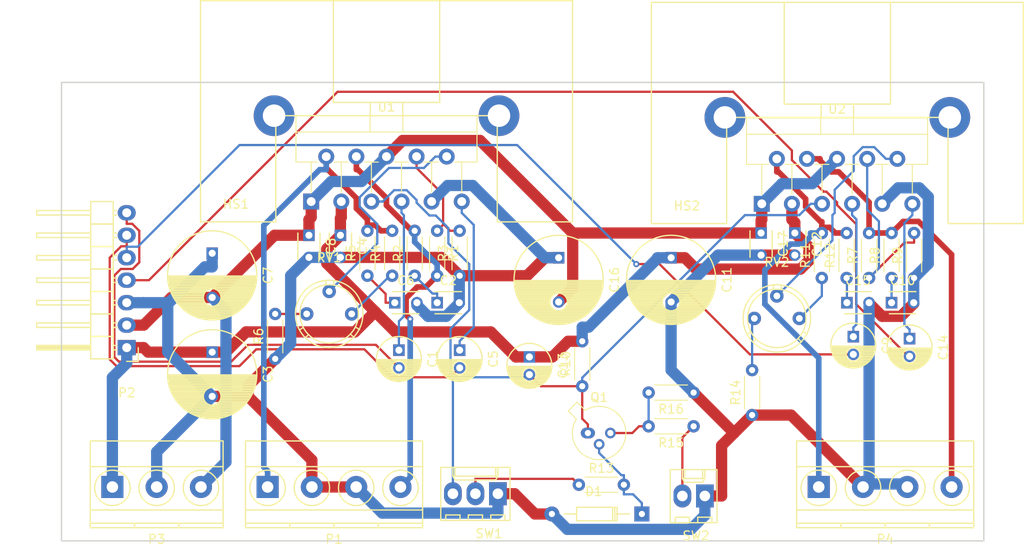
<source format=kicad_pcb>
(kicad_pcb (version 4) (host pcbnew 4.0.5+dfsg1-4)

  (general
    (links 90)
    (no_connects 0)
    (area 89.078999 72.060999 193.369001 124.027001)
    (thickness 1.6)
    (drawings 4)
    (tracks 363)
    (zones 0)
    (modules 51)
    (nets 33)
  )

  (page A4)
  (layers
    (0 F.Cu signal)
    (31 B.Cu signal)
    (32 B.Adhes user)
    (33 F.Adhes user)
    (34 B.Paste user)
    (35 F.Paste user)
    (36 B.SilkS user)
    (37 F.SilkS user)
    (38 B.Mask user)
    (39 F.Mask user)
    (40 Dwgs.User user)
    (41 Cmts.User user)
    (42 Eco1.User user)
    (43 Eco2.User user)
    (44 Edge.Cuts user)
    (45 Margin user)
    (46 B.CrtYd user)
    (47 F.CrtYd user)
    (48 B.Fab user)
    (49 F.Fab user)
  )

  (setup
    (last_trace_width 0.254)
    (trace_clearance 0.254)
    (zone_clearance 0.508)
    (zone_45_only no)
    (trace_min 0.1524)
    (segment_width 0.2)
    (edge_width 0.15)
    (via_size 0.6858)
    (via_drill 0.3302)
    (via_min_size 0.6858)
    (via_min_drill 0.3302)
    (uvia_size 0.127)
    (uvia_drill 0.0254)
    (uvias_allowed no)
    (uvia_min_size 0)
    (uvia_min_drill 0)
    (pcb_text_width 0.3)
    (pcb_text_size 1.5 1.5)
    (mod_edge_width 0.15)
    (mod_text_size 1 1)
    (mod_text_width 0.15)
    (pad_size 1.524 1.524)
    (pad_drill 0.762)
    (pad_to_mask_clearance 0.2)
    (aux_axis_origin 0 0)
    (visible_elements FFFFFF7F)
    (pcbplotparams
      (layerselection 0x00030_80000001)
      (usegerberextensions false)
      (excludeedgelayer true)
      (linewidth 0.100000)
      (plotframeref false)
      (viasonmask false)
      (mode 1)
      (useauxorigin false)
      (hpglpennumber 1)
      (hpglpenspeed 20)
      (hpglpendiameter 15)
      (hpglpenoverlay 2)
      (psnegative false)
      (psa4output false)
      (plotreference true)
      (plotvalue true)
      (plotinvisibletext false)
      (padsonsilk false)
      (subtractmaskfromsilk false)
      (outputformat 1)
      (mirror false)
      (drillshape 0)
      (scaleselection 1)
      (outputdirectory ""))
  )

  (net 0 "")
  (net 1 GND)
  (net 2 "Net-(C10-Pad1)")
  (net 3 /right_high_out)
  (net 4 /left_high_out)
  (net 5 /left_low_out)
  (net 6 "Net-(C2-Pad1)")
  (net 7 "Net-(C6-Pad1)")
  (net 8 "Net-(C14-Pad1)")
  (net 9 +15V)
  (net 10 -15V)
  (net 11 "Net-(R1-Pad1)")
  (net 12 "Net-(R4-Pad1)")
  (net 13 /right_low_out)
  (net 14 "Net-(R6-Pad2)")
  (net 15 "Net-(R7-Pad1)")
  (net 16 "Net-(C1-Pad1)")
  (net 17 "Net-(C5-Pad1)")
  (net 18 "Net-(C9-Pad1)")
  (net 19 "Net-(RV1-Pad2)")
  (net 20 "Net-(RV2-Pad2)")
  (net 21 /right_high_in)
  (net 22 /left_high_in)
  (net 23 /left_low_in)
  (net 24 "Net-(C15-Pad1)")
  (net 25 "Net-(D1-Pad1)")
  (net 26 "Net-(Q1-Pad3)")
  (net 27 "Net-(R11-Pad1)")
  (net 28 "Net-(R14-Pad2)")
  (net 29 /M/SB)
  (net 30 /right_low_in)
  (net 31 "Net-(R13-Pad1)")
  (net 32 "Net-(R15-Pad1)")

  (net_class Default "This is the default net class."
    (clearance 0.254)
    (trace_width 0.254)
    (via_dia 0.6858)
    (via_drill 0.3302)
    (uvia_dia 0.127)
    (uvia_drill 0.0254)
    (add_net /M/SB)
    (add_net /left_high_in)
    (add_net /left_low_in)
    (add_net /right_high_in)
    (add_net /right_low_in)
    (add_net "Net-(C1-Pad1)")
    (add_net "Net-(C10-Pad1)")
    (add_net "Net-(C14-Pad1)")
    (add_net "Net-(C15-Pad1)")
    (add_net "Net-(C2-Pad1)")
    (add_net "Net-(C5-Pad1)")
    (add_net "Net-(C6-Pad1)")
    (add_net "Net-(C9-Pad1)")
    (add_net "Net-(D1-Pad1)")
    (add_net "Net-(Q1-Pad3)")
    (add_net "Net-(R1-Pad1)")
    (add_net "Net-(R11-Pad1)")
    (add_net "Net-(R13-Pad1)")
    (add_net "Net-(R14-Pad2)")
    (add_net "Net-(R15-Pad1)")
    (add_net "Net-(R4-Pad1)")
    (add_net "Net-(R6-Pad2)")
    (add_net "Net-(R7-Pad1)")
    (add_net "Net-(RV1-Pad2)")
    (add_net "Net-(RV2-Pad2)")
  )

  (net_class "Audio Out" ""
    (clearance 0.254)
    (trace_width 0.635)
    (via_dia 0.6858)
    (via_drill 0.3302)
    (uvia_dia 0.127)
    (uvia_drill 0.0254)
    (add_net /left_high_out)
    (add_net /left_low_out)
    (add_net /right_high_out)
    (add_net /right_low_out)
  )

  (net_class Power ""
    (clearance 0.254)
    (trace_width 1.27)
    (via_dia 0.6858)
    (via_drill 0.3302)
    (uvia_dia 0.127)
    (uvia_drill 0.0254)
    (add_net +15V)
    (add_net -15V)
    (add_net GND)
  )

  (module scimpy_library:multiwatt11_heatsink (layer F.Cu) (tedit 5911E7D4) (tstamp 5911E753)
    (at 164.059 76.0857)
    (fp_text reference HS2 (at -4.3 10) (layer F.SilkS)
      (effects (font (size 1 1) (thickness 0.15)))
    )
    (fp_text value multiwatt11_heatsink (at 0.2 -0.5) (layer F.Fab)
      (effects (font (size 1 1) (thickness 0.15)))
    )
    (fp_line (start 14.53 0) (end 14.53 -1.5) (layer F.SilkS) (width 0.15))
    (fp_line (start 10.87 0) (end 10.87 -1.5) (layer F.SilkS) (width 0.15))
    (fp_line (start 6.7 -1.5) (end 6.7 -13) (layer F.SilkS) (width 0.15))
    (fp_line (start 18.7 -13) (end 18.7 -1.5) (layer F.SilkS) (width 0.15))
    (fp_line (start 6.7 -1.5) (end 18.7 -1.5) (layer F.SilkS) (width 0.15))
    (fp_line (start 25.2 12) (end 33.7 12) (layer F.SilkS) (width 0.15))
    (fp_line (start -8.3 12) (end 0.2 12) (layer F.SilkS) (width 0.15))
    (fp_line (start 0.2 12) (end 0.2 0) (layer F.SilkS) (width 0.15))
    (fp_line (start 0.2 0) (end 25.2 0) (layer F.SilkS) (width 0.15))
    (fp_line (start 25.2 0) (end 25.2 12) (layer F.SilkS) (width 0.15))
    (fp_line (start -8.3 -13) (end -8.3 12) (layer F.SilkS) (width 0.15))
    (fp_line (start 33.7 12) (end 33.7 -13) (layer F.SilkS) (width 0.15))
    (fp_line (start -8.3 -13) (end 33.7 -13) (layer F.SilkS) (width 0.15))
    (pad "" np_thru_hole circle (at 25.4 0) (size 4.6 4.6) (drill 2.54) (layers *.Cu *.Mask))
    (pad "" np_thru_hole circle (at 0 0) (size 4.6 4.6) (drill 2.54) (layers *.Cu *.Mask))
  )

  (module Capacitors_ThroughHole:C_Radial_D5_L11_P2 (layer F.Cu) (tedit 0) (tstamp 590F9710)
    (at 127.254 102.394 270)
    (descr "Radial Electrolytic Capacitor 5mm x Length 11mm, Pitch 2mm")
    (tags "Electrolytic Capacitor")
    (path /58F1C6AA)
    (fp_text reference C1 (at 1 -3.8 270) (layer F.SilkS)
      (effects (font (size 1 1) (thickness 0.15)))
    )
    (fp_text value 1u-audio (at 1 3.8 270) (layer F.Fab)
      (effects (font (size 1 1) (thickness 0.15)))
    )
    (fp_line (start 1.075 -2.499) (end 1.075 2.499) (layer F.SilkS) (width 0.15))
    (fp_line (start 1.215 -2.491) (end 1.215 -0.154) (layer F.SilkS) (width 0.15))
    (fp_line (start 1.215 0.154) (end 1.215 2.491) (layer F.SilkS) (width 0.15))
    (fp_line (start 1.355 -2.475) (end 1.355 -0.473) (layer F.SilkS) (width 0.15))
    (fp_line (start 1.355 0.473) (end 1.355 2.475) (layer F.SilkS) (width 0.15))
    (fp_line (start 1.495 -2.451) (end 1.495 -0.62) (layer F.SilkS) (width 0.15))
    (fp_line (start 1.495 0.62) (end 1.495 2.451) (layer F.SilkS) (width 0.15))
    (fp_line (start 1.635 -2.418) (end 1.635 -0.712) (layer F.SilkS) (width 0.15))
    (fp_line (start 1.635 0.712) (end 1.635 2.418) (layer F.SilkS) (width 0.15))
    (fp_line (start 1.775 -2.377) (end 1.775 -0.768) (layer F.SilkS) (width 0.15))
    (fp_line (start 1.775 0.768) (end 1.775 2.377) (layer F.SilkS) (width 0.15))
    (fp_line (start 1.915 -2.327) (end 1.915 -0.795) (layer F.SilkS) (width 0.15))
    (fp_line (start 1.915 0.795) (end 1.915 2.327) (layer F.SilkS) (width 0.15))
    (fp_line (start 2.055 -2.266) (end 2.055 -0.798) (layer F.SilkS) (width 0.15))
    (fp_line (start 2.055 0.798) (end 2.055 2.266) (layer F.SilkS) (width 0.15))
    (fp_line (start 2.195 -2.196) (end 2.195 -0.776) (layer F.SilkS) (width 0.15))
    (fp_line (start 2.195 0.776) (end 2.195 2.196) (layer F.SilkS) (width 0.15))
    (fp_line (start 2.335 -2.114) (end 2.335 -0.726) (layer F.SilkS) (width 0.15))
    (fp_line (start 2.335 0.726) (end 2.335 2.114) (layer F.SilkS) (width 0.15))
    (fp_line (start 2.475 -2.019) (end 2.475 -0.644) (layer F.SilkS) (width 0.15))
    (fp_line (start 2.475 0.644) (end 2.475 2.019) (layer F.SilkS) (width 0.15))
    (fp_line (start 2.615 -1.908) (end 2.615 -0.512) (layer F.SilkS) (width 0.15))
    (fp_line (start 2.615 0.512) (end 2.615 1.908) (layer F.SilkS) (width 0.15))
    (fp_line (start 2.755 -1.78) (end 2.755 -0.265) (layer F.SilkS) (width 0.15))
    (fp_line (start 2.755 0.265) (end 2.755 1.78) (layer F.SilkS) (width 0.15))
    (fp_line (start 2.895 -1.631) (end 2.895 1.631) (layer F.SilkS) (width 0.15))
    (fp_line (start 3.035 -1.452) (end 3.035 1.452) (layer F.SilkS) (width 0.15))
    (fp_line (start 3.175 -1.233) (end 3.175 1.233) (layer F.SilkS) (width 0.15))
    (fp_line (start 3.315 -0.944) (end 3.315 0.944) (layer F.SilkS) (width 0.15))
    (fp_line (start 3.455 -0.472) (end 3.455 0.472) (layer F.SilkS) (width 0.15))
    (fp_circle (center 2 0) (end 2 -0.8) (layer F.SilkS) (width 0.15))
    (fp_circle (center 1 0) (end 1 -2.5375) (layer F.SilkS) (width 0.15))
    (fp_circle (center 1 0) (end 1 -2.8) (layer F.CrtYd) (width 0.05))
    (pad 1 thru_hole rect (at 0 0 270) (size 1.3 1.3) (drill 0.8) (layers *.Cu *.Mask)
      (net 16 "Net-(C1-Pad1)"))
    (pad 2 thru_hole circle (at 2 0 270) (size 1.3 1.3) (drill 0.8) (layers *.Cu *.Mask)
      (net 21 /right_high_in))
    (model Capacitors_ThroughHole.3dshapes/C_Radial_D5_L11_P2.wrl
      (at (xyz 0 0 0))
      (scale (xyz 1 1 1))
      (rotate (xyz 0 0 0))
    )
  )

  (module Capacitors_ThroughHole:C_Disc_D3_P2.5 (layer F.Cu) (tedit 0) (tstamp 590F9736)
    (at 131.572 97.028)
    (descr "Capacitor 3mm Disc, Pitch 2.5mm")
    (tags Capacitor)
    (path /58F1C6FD)
    (fp_text reference C2 (at 1.25 -2.5) (layer F.SilkS)
      (effects (font (size 1 1) (thickness 0.15)))
    )
    (fp_text value 100n (at 1.25 2.5) (layer F.Fab)
      (effects (font (size 1 1) (thickness 0.15)))
    )
    (fp_line (start -0.9 -1.5) (end 3.4 -1.5) (layer F.CrtYd) (width 0.05))
    (fp_line (start 3.4 -1.5) (end 3.4 1.5) (layer F.CrtYd) (width 0.05))
    (fp_line (start 3.4 1.5) (end -0.9 1.5) (layer F.CrtYd) (width 0.05))
    (fp_line (start -0.9 1.5) (end -0.9 -1.5) (layer F.CrtYd) (width 0.05))
    (fp_line (start -0.25 -1.25) (end 2.75 -1.25) (layer F.SilkS) (width 0.15))
    (fp_line (start 2.75 1.25) (end -0.25 1.25) (layer F.SilkS) (width 0.15))
    (pad 1 thru_hole rect (at 0 0) (size 1.3 1.3) (drill 0.8) (layers *.Cu *.Mask)
      (net 6 "Net-(C2-Pad1)"))
    (pad 2 thru_hole circle (at 2.5 0) (size 1.3 1.3) (drill 0.8001) (layers *.Cu *.Mask)
      (net 1 GND))
    (model Capacitors_ThroughHole.3dshapes/C_Disc_D3_P2.5.wrl
      (at (xyz 0.0492126 0 0))
      (scale (xyz 1 1 1))
      (rotate (xyz 0 0 0))
    )
  )

  (module Capacitors_ThroughHole:C_Disc_D3_P2.5 (layer F.Cu) (tedit 0) (tstamp 590F97B8)
    (at 126.786 97.028)
    (descr "Capacitor 3mm Disc, Pitch 2.5mm")
    (tags Capacitor)
    (path /58F1988E)
    (fp_text reference C6 (at 1.25 -2.5) (layer F.SilkS)
      (effects (font (size 1 1) (thickness 0.15)))
    )
    (fp_text value 100n (at 1.25 2.5) (layer F.Fab)
      (effects (font (size 1 1) (thickness 0.15)))
    )
    (fp_line (start -0.9 -1.5) (end 3.4 -1.5) (layer F.CrtYd) (width 0.05))
    (fp_line (start 3.4 -1.5) (end 3.4 1.5) (layer F.CrtYd) (width 0.05))
    (fp_line (start 3.4 1.5) (end -0.9 1.5) (layer F.CrtYd) (width 0.05))
    (fp_line (start -0.9 1.5) (end -0.9 -1.5) (layer F.CrtYd) (width 0.05))
    (fp_line (start -0.25 -1.25) (end 2.75 -1.25) (layer F.SilkS) (width 0.15))
    (fp_line (start 2.75 1.25) (end -0.25 1.25) (layer F.SilkS) (width 0.15))
    (pad 1 thru_hole rect (at 0 0) (size 1.3 1.3) (drill 0.8) (layers *.Cu *.Mask)
      (net 7 "Net-(C6-Pad1)"))
    (pad 2 thru_hole circle (at 2.5 0) (size 1.3 1.3) (drill 0.8001) (layers *.Cu *.Mask)
      (net 1 GND))
    (model Capacitors_ThroughHole.3dshapes/C_Disc_D3_P2.5.wrl
      (at (xyz 0.0492126 0 0))
      (scale (xyz 1 1 1))
      (rotate (xyz 0 0 0))
    )
  )

  (module Capacitors_ThroughHole:C_Radial_D10_L20_P5 (layer F.Cu) (tedit 0) (tstamp 590F97F3)
    (at 106.172 91.44 270)
    (descr "Radial Electrolytic Capacitor Diameter 10mm x Length 20mm, Pitch 5mm")
    (tags "Electrolytic Capacitor")
    (path /58F1538B)
    (fp_text reference C7 (at 2.5 -6.3 270) (layer F.SilkS)
      (effects (font (size 1 1) (thickness 0.15)))
    )
    (fp_text value 1000u (at 2.5 6.3 270) (layer F.Fab)
      (effects (font (size 1 1) (thickness 0.15)))
    )
    (fp_line (start 2.575 -4.999) (end 2.575 4.999) (layer F.SilkS) (width 0.15))
    (fp_line (start 2.715 -4.995) (end 2.715 4.995) (layer F.SilkS) (width 0.15))
    (fp_line (start 2.855 -4.987) (end 2.855 4.987) (layer F.SilkS) (width 0.15))
    (fp_line (start 2.995 -4.975) (end 2.995 4.975) (layer F.SilkS) (width 0.15))
    (fp_line (start 3.135 -4.96) (end 3.135 4.96) (layer F.SilkS) (width 0.15))
    (fp_line (start 3.275 -4.94) (end 3.275 4.94) (layer F.SilkS) (width 0.15))
    (fp_line (start 3.415 -4.916) (end 3.415 4.916) (layer F.SilkS) (width 0.15))
    (fp_line (start 3.555 -4.887) (end 3.555 4.887) (layer F.SilkS) (width 0.15))
    (fp_line (start 3.695 -4.855) (end 3.695 4.855) (layer F.SilkS) (width 0.15))
    (fp_line (start 3.835 -4.818) (end 3.835 4.818) (layer F.SilkS) (width 0.15))
    (fp_line (start 3.975 -4.777) (end 3.975 4.777) (layer F.SilkS) (width 0.15))
    (fp_line (start 4.115 -4.732) (end 4.115 -0.466) (layer F.SilkS) (width 0.15))
    (fp_line (start 4.115 0.466) (end 4.115 4.732) (layer F.SilkS) (width 0.15))
    (fp_line (start 4.255 -4.682) (end 4.255 -0.667) (layer F.SilkS) (width 0.15))
    (fp_line (start 4.255 0.667) (end 4.255 4.682) (layer F.SilkS) (width 0.15))
    (fp_line (start 4.395 -4.627) (end 4.395 -0.796) (layer F.SilkS) (width 0.15))
    (fp_line (start 4.395 0.796) (end 4.395 4.627) (layer F.SilkS) (width 0.15))
    (fp_line (start 4.535 -4.567) (end 4.535 -0.885) (layer F.SilkS) (width 0.15))
    (fp_line (start 4.535 0.885) (end 4.535 4.567) (layer F.SilkS) (width 0.15))
    (fp_line (start 4.675 -4.502) (end 4.675 -0.946) (layer F.SilkS) (width 0.15))
    (fp_line (start 4.675 0.946) (end 4.675 4.502) (layer F.SilkS) (width 0.15))
    (fp_line (start 4.815 -4.432) (end 4.815 -0.983) (layer F.SilkS) (width 0.15))
    (fp_line (start 4.815 0.983) (end 4.815 4.432) (layer F.SilkS) (width 0.15))
    (fp_line (start 4.955 -4.356) (end 4.955 -0.999) (layer F.SilkS) (width 0.15))
    (fp_line (start 4.955 0.999) (end 4.955 4.356) (layer F.SilkS) (width 0.15))
    (fp_line (start 5.095 -4.274) (end 5.095 -0.995) (layer F.SilkS) (width 0.15))
    (fp_line (start 5.095 0.995) (end 5.095 4.274) (layer F.SilkS) (width 0.15))
    (fp_line (start 5.235 -4.186) (end 5.235 -0.972) (layer F.SilkS) (width 0.15))
    (fp_line (start 5.235 0.972) (end 5.235 4.186) (layer F.SilkS) (width 0.15))
    (fp_line (start 5.375 -4.091) (end 5.375 -0.927) (layer F.SilkS) (width 0.15))
    (fp_line (start 5.375 0.927) (end 5.375 4.091) (layer F.SilkS) (width 0.15))
    (fp_line (start 5.515 -3.989) (end 5.515 -0.857) (layer F.SilkS) (width 0.15))
    (fp_line (start 5.515 0.857) (end 5.515 3.989) (layer F.SilkS) (width 0.15))
    (fp_line (start 5.655 -3.879) (end 5.655 -0.756) (layer F.SilkS) (width 0.15))
    (fp_line (start 5.655 0.756) (end 5.655 3.879) (layer F.SilkS) (width 0.15))
    (fp_line (start 5.795 -3.761) (end 5.795 -0.607) (layer F.SilkS) (width 0.15))
    (fp_line (start 5.795 0.607) (end 5.795 3.761) (layer F.SilkS) (width 0.15))
    (fp_line (start 5.935 -3.633) (end 5.935 -0.355) (layer F.SilkS) (width 0.15))
    (fp_line (start 5.935 0.355) (end 5.935 3.633) (layer F.SilkS) (width 0.15))
    (fp_line (start 6.075 -3.496) (end 6.075 3.496) (layer F.SilkS) (width 0.15))
    (fp_line (start 6.215 -3.346) (end 6.215 3.346) (layer F.SilkS) (width 0.15))
    (fp_line (start 6.355 -3.184) (end 6.355 3.184) (layer F.SilkS) (width 0.15))
    (fp_line (start 6.495 -3.007) (end 6.495 3.007) (layer F.SilkS) (width 0.15))
    (fp_line (start 6.635 -2.811) (end 6.635 2.811) (layer F.SilkS) (width 0.15))
    (fp_line (start 6.775 -2.593) (end 6.775 2.593) (layer F.SilkS) (width 0.15))
    (fp_line (start 6.915 -2.347) (end 6.915 2.347) (layer F.SilkS) (width 0.15))
    (fp_line (start 7.055 -2.062) (end 7.055 2.062) (layer F.SilkS) (width 0.15))
    (fp_line (start 7.195 -1.72) (end 7.195 1.72) (layer F.SilkS) (width 0.15))
    (fp_line (start 7.335 -1.274) (end 7.335 1.274) (layer F.SilkS) (width 0.15))
    (fp_line (start 7.475 -0.499) (end 7.475 0.499) (layer F.SilkS) (width 0.15))
    (fp_circle (center 5 0) (end 5 -1) (layer F.SilkS) (width 0.15))
    (fp_circle (center 2.5 0) (end 2.5 -5.0375) (layer F.SilkS) (width 0.15))
    (fp_circle (center 2.5 0) (end 2.5 -5.3) (layer F.CrtYd) (width 0.05))
    (pad 1 thru_hole rect (at 0 0 270) (size 1.3 1.3) (drill 0.8) (layers *.Cu *.Mask)
      (net 1 GND))
    (pad 2 thru_hole circle (at 5 0 270) (size 1.3 1.3) (drill 0.8) (layers *.Cu *.Mask)
      (net 10 -15V))
    (model Capacitors_ThroughHole.3dshapes/C_Radial_D10_L20_P5.wrl
      (at (xyz 0 0 0))
      (scale (xyz 1 1 1))
      (rotate (xyz 0 0 0))
    )
  )

  (module Capacitors_ThroughHole:C_Disc_D3_P2.5 (layer F.Cu) (tedit 0) (tstamp 590F97FF)
    (at 117.094 89.408 270)
    (descr "Capacitor 3mm Disc, Pitch 2.5mm")
    (tags Capacitor)
    (path /58F15F8F)
    (fp_text reference C8 (at 1.25 -2.5 270) (layer F.SilkS)
      (effects (font (size 1 1) (thickness 0.15)))
    )
    (fp_text value 100n (at 1.25 2.5 270) (layer F.Fab)
      (effects (font (size 1 1) (thickness 0.15)))
    )
    (fp_line (start -0.9 -1.5) (end 3.4 -1.5) (layer F.CrtYd) (width 0.05))
    (fp_line (start 3.4 -1.5) (end 3.4 1.5) (layer F.CrtYd) (width 0.05))
    (fp_line (start 3.4 1.5) (end -0.9 1.5) (layer F.CrtYd) (width 0.05))
    (fp_line (start -0.9 1.5) (end -0.9 -1.5) (layer F.CrtYd) (width 0.05))
    (fp_line (start -0.25 -1.25) (end 2.75 -1.25) (layer F.SilkS) (width 0.15))
    (fp_line (start 2.75 1.25) (end -0.25 1.25) (layer F.SilkS) (width 0.15))
    (pad 1 thru_hole rect (at 0 0 270) (size 1.3 1.3) (drill 0.8) (layers *.Cu *.Mask)
      (net 10 -15V))
    (pad 2 thru_hole circle (at 2.5 0 270) (size 1.3 1.3) (drill 0.8001) (layers *.Cu *.Mask)
      (net 1 GND))
    (model Capacitors_ThroughHole.3dshapes/C_Disc_D3_P2.5.wrl
      (at (xyz 0.0492126 0 0))
      (scale (xyz 1 1 1))
      (rotate (xyz 0 0 0))
    )
  )

  (module Capacitors_ThroughHole:C_Radial_D5_L11_P2 (layer F.Cu) (tedit 0) (tstamp 590F9826)
    (at 178.562 100.87 270)
    (descr "Radial Electrolytic Capacitor 5mm x Length 11mm, Pitch 2mm")
    (tags "Electrolytic Capacitor")
    (path /58F1F9F9)
    (fp_text reference C9 (at 1 -3.8 270) (layer F.SilkS)
      (effects (font (size 1 1) (thickness 0.15)))
    )
    (fp_text value 1u-audio (at 1 3.8 270) (layer F.Fab)
      (effects (font (size 1 1) (thickness 0.15)))
    )
    (fp_line (start 1.075 -2.499) (end 1.075 2.499) (layer F.SilkS) (width 0.15))
    (fp_line (start 1.215 -2.491) (end 1.215 -0.154) (layer F.SilkS) (width 0.15))
    (fp_line (start 1.215 0.154) (end 1.215 2.491) (layer F.SilkS) (width 0.15))
    (fp_line (start 1.355 -2.475) (end 1.355 -0.473) (layer F.SilkS) (width 0.15))
    (fp_line (start 1.355 0.473) (end 1.355 2.475) (layer F.SilkS) (width 0.15))
    (fp_line (start 1.495 -2.451) (end 1.495 -0.62) (layer F.SilkS) (width 0.15))
    (fp_line (start 1.495 0.62) (end 1.495 2.451) (layer F.SilkS) (width 0.15))
    (fp_line (start 1.635 -2.418) (end 1.635 -0.712) (layer F.SilkS) (width 0.15))
    (fp_line (start 1.635 0.712) (end 1.635 2.418) (layer F.SilkS) (width 0.15))
    (fp_line (start 1.775 -2.377) (end 1.775 -0.768) (layer F.SilkS) (width 0.15))
    (fp_line (start 1.775 0.768) (end 1.775 2.377) (layer F.SilkS) (width 0.15))
    (fp_line (start 1.915 -2.327) (end 1.915 -0.795) (layer F.SilkS) (width 0.15))
    (fp_line (start 1.915 0.795) (end 1.915 2.327) (layer F.SilkS) (width 0.15))
    (fp_line (start 2.055 -2.266) (end 2.055 -0.798) (layer F.SilkS) (width 0.15))
    (fp_line (start 2.055 0.798) (end 2.055 2.266) (layer F.SilkS) (width 0.15))
    (fp_line (start 2.195 -2.196) (end 2.195 -0.776) (layer F.SilkS) (width 0.15))
    (fp_line (start 2.195 0.776) (end 2.195 2.196) (layer F.SilkS) (width 0.15))
    (fp_line (start 2.335 -2.114) (end 2.335 -0.726) (layer F.SilkS) (width 0.15))
    (fp_line (start 2.335 0.726) (end 2.335 2.114) (layer F.SilkS) (width 0.15))
    (fp_line (start 2.475 -2.019) (end 2.475 -0.644) (layer F.SilkS) (width 0.15))
    (fp_line (start 2.475 0.644) (end 2.475 2.019) (layer F.SilkS) (width 0.15))
    (fp_line (start 2.615 -1.908) (end 2.615 -0.512) (layer F.SilkS) (width 0.15))
    (fp_line (start 2.615 0.512) (end 2.615 1.908) (layer F.SilkS) (width 0.15))
    (fp_line (start 2.755 -1.78) (end 2.755 -0.265) (layer F.SilkS) (width 0.15))
    (fp_line (start 2.755 0.265) (end 2.755 1.78) (layer F.SilkS) (width 0.15))
    (fp_line (start 2.895 -1.631) (end 2.895 1.631) (layer F.SilkS) (width 0.15))
    (fp_line (start 3.035 -1.452) (end 3.035 1.452) (layer F.SilkS) (width 0.15))
    (fp_line (start 3.175 -1.233) (end 3.175 1.233) (layer F.SilkS) (width 0.15))
    (fp_line (start 3.315 -0.944) (end 3.315 0.944) (layer F.SilkS) (width 0.15))
    (fp_line (start 3.455 -0.472) (end 3.455 0.472) (layer F.SilkS) (width 0.15))
    (fp_circle (center 2 0) (end 2 -0.8) (layer F.SilkS) (width 0.15))
    (fp_circle (center 1 0) (end 1 -2.5375) (layer F.SilkS) (width 0.15))
    (fp_circle (center 1 0) (end 1 -2.8) (layer F.CrtYd) (width 0.05))
    (pad 1 thru_hole rect (at 0 0 270) (size 1.3 1.3) (drill 0.8) (layers *.Cu *.Mask)
      (net 18 "Net-(C9-Pad1)"))
    (pad 2 thru_hole circle (at 2 0 270) (size 1.3 1.3) (drill 0.8) (layers *.Cu *.Mask)
      (net 22 /left_high_in))
    (model Capacitors_ThroughHole.3dshapes/C_Radial_D5_L11_P2.wrl
      (at (xyz 0 0 0))
      (scale (xyz 1 1 1))
      (rotate (xyz 0 0 0))
    )
  )

  (module Capacitors_ThroughHole:C_Disc_D3_P2.5 (layer F.Cu) (tedit 0) (tstamp 590F9832)
    (at 182.88 97.028)
    (descr "Capacitor 3mm Disc, Pitch 2.5mm")
    (tags Capacitor)
    (path /58F1FA09)
    (fp_text reference C10 (at 1.25 -2.5) (layer F.SilkS)
      (effects (font (size 1 1) (thickness 0.15)))
    )
    (fp_text value 100n (at 1.25 2.5) (layer F.Fab)
      (effects (font (size 1 1) (thickness 0.15)))
    )
    (fp_line (start -0.9 -1.5) (end 3.4 -1.5) (layer F.CrtYd) (width 0.05))
    (fp_line (start 3.4 -1.5) (end 3.4 1.5) (layer F.CrtYd) (width 0.05))
    (fp_line (start 3.4 1.5) (end -0.9 1.5) (layer F.CrtYd) (width 0.05))
    (fp_line (start -0.9 1.5) (end -0.9 -1.5) (layer F.CrtYd) (width 0.05))
    (fp_line (start -0.25 -1.25) (end 2.75 -1.25) (layer F.SilkS) (width 0.15))
    (fp_line (start 2.75 1.25) (end -0.25 1.25) (layer F.SilkS) (width 0.15))
    (pad 1 thru_hole rect (at 0 0) (size 1.3 1.3) (drill 0.8) (layers *.Cu *.Mask)
      (net 2 "Net-(C10-Pad1)"))
    (pad 2 thru_hole circle (at 2.5 0) (size 1.3 1.3) (drill 0.8001) (layers *.Cu *.Mask)
      (net 1 GND))
    (model Capacitors_ThroughHole.3dshapes/C_Disc_D3_P2.5.wrl
      (at (xyz 0.0492126 0 0))
      (scale (xyz 1 1 1))
      (rotate (xyz 0 0 0))
    )
  )

  (module Terminal_Blocks:TerminalBlock_Pheonix_MKDS1.5-4pol (layer F.Cu) (tedit 56300847) (tstamp 590F98AD)
    (at 112.428 117.856)
    (descr "4-way 5mm pitch terminal block, Phoenix MKDS series")
    (path /590FA0A7)
    (fp_text reference P1 (at 7.5 5.9) (layer F.SilkS)
      (effects (font (size 1 1) (thickness 0.15)))
    )
    (fp_text value CONN_01X04 (at 7.5 -6.6) (layer F.Fab)
      (effects (font (size 1 1) (thickness 0.15)))
    )
    (fp_line (start -2.7 -5.4) (end 17.7 -5.4) (layer F.CrtYd) (width 0.05))
    (fp_line (start -2.7 4.8) (end -2.7 -5.4) (layer F.CrtYd) (width 0.05))
    (fp_line (start 17.7 4.8) (end -2.7 4.8) (layer F.CrtYd) (width 0.05))
    (fp_line (start 17.7 -5.4) (end 17.7 4.8) (layer F.CrtYd) (width 0.05))
    (fp_line (start 12.5 4.1) (end 12.5 4.6) (layer F.SilkS) (width 0.15))
    (fp_circle (center 15 0.1) (end 13 0.1) (layer F.SilkS) (width 0.15))
    (fp_circle (center 10 0.1) (end 8 0.1) (layer F.SilkS) (width 0.15))
    (fp_line (start 7.5 4.1) (end 7.5 4.6) (layer F.SilkS) (width 0.15))
    (fp_line (start 2.5 4.1) (end 2.5 4.6) (layer F.SilkS) (width 0.15))
    (fp_circle (center 5 0.1) (end 3 0.1) (layer F.SilkS) (width 0.15))
    (fp_circle (center 0 0.1) (end 2 0.1) (layer F.SilkS) (width 0.15))
    (fp_line (start -2.5 2.6) (end 17.5 2.6) (layer F.SilkS) (width 0.15))
    (fp_line (start -2.5 -2.3) (end 17.5 -2.3) (layer F.SilkS) (width 0.15))
    (fp_line (start -2.5 4.1) (end 17.5 4.1) (layer F.SilkS) (width 0.15))
    (fp_line (start -2.5 4.6) (end 17.5 4.6) (layer F.SilkS) (width 0.15))
    (fp_line (start 17.5 4.6) (end 17.5 -5.2) (layer F.SilkS) (width 0.15))
    (fp_line (start 17.5 -5.2) (end -2.5 -5.2) (layer F.SilkS) (width 0.15))
    (fp_line (start -2.5 -5.2) (end -2.5 4.6) (layer F.SilkS) (width 0.15))
    (pad 4 thru_hole circle (at 15 0) (size 2.5 2.5) (drill 1.3) (layers *.Cu *.Mask)
      (net 3 /right_high_out))
    (pad 3 thru_hole circle (at 10 0) (size 2.5 2.5) (drill 1.3) (layers *.Cu *.Mask)
      (net 1 GND))
    (pad 1 thru_hole rect (at 0 0) (size 2.5 2.5) (drill 1.3) (layers *.Cu *.Mask)
      (net 13 /right_low_out))
    (pad 2 thru_hole circle (at 5 0) (size 2.5 2.5) (drill 1.3) (layers *.Cu *.Mask)
      (net 1 GND))
    (model Terminal_Blocks.3dshapes/TerminalBlock_Pheonix_MKDS1.5-4pol.wrl
      (at (xyz 0.2953 0 0))
      (scale (xyz 1 1 1))
      (rotate (xyz 0 0 0))
    )
  )

  (module scimpy_library:R_Axial_DIN0204_L3.6mm_D1.6mm_P5.08mm_Horizontal (layer F.Cu) (tedit 5874F706) (tstamp 590F98F1)
    (at 131.572 88.9 270)
    (descr "Resistor, Axial_DIN0204 series, Axial, Horizontal, pin pitch=5.08mm, 0.16666666666666666W = 1/6W, length*diameter=3.6*1.6mm^2, http://cdn-reichelt.de/documents/datenblatt/B400/1_4W%23YAG.pdf")
    (tags "Resistor Axial_DIN0204 series Axial Horizontal pin pitch 5.08mm 0.16666666666666666W = 1/6W length 3.6mm diameter 1.6mm")
    (path /58F1C691)
    (fp_text reference R1 (at 2.54 -1.86 270) (layer F.SilkS)
      (effects (font (size 1 1) (thickness 0.15)))
    )
    (fp_text value 18K (at 2.54 1.86 270) (layer F.Fab)
      (effects (font (size 1 1) (thickness 0.15)))
    )
    (fp_line (start 0.74 -0.8) (end 0.74 0.8) (layer F.Fab) (width 0.1))
    (fp_line (start 0.74 0.8) (end 4.34 0.8) (layer F.Fab) (width 0.1))
    (fp_line (start 4.34 0.8) (end 4.34 -0.8) (layer F.Fab) (width 0.1))
    (fp_line (start 4.34 -0.8) (end 0.74 -0.8) (layer F.Fab) (width 0.1))
    (fp_line (start 0 0) (end 0.74 0) (layer F.Fab) (width 0.1))
    (fp_line (start 5.08 0) (end 4.34 0) (layer F.Fab) (width 0.1))
    (fp_line (start 0.68 -0.86) (end 4.4 -0.86) (layer F.SilkS) (width 0.12))
    (fp_line (start 0.68 0.86) (end 4.4 0.86) (layer F.SilkS) (width 0.12))
    (fp_line (start -0.95 -1.15) (end -0.95 1.15) (layer F.CrtYd) (width 0.05))
    (fp_line (start -0.95 1.15) (end 6.05 1.15) (layer F.CrtYd) (width 0.05))
    (fp_line (start 6.05 1.15) (end 6.05 -1.15) (layer F.CrtYd) (width 0.05))
    (fp_line (start 6.05 -1.15) (end -0.95 -1.15) (layer F.CrtYd) (width 0.05))
    (pad 1 thru_hole circle (at 0 0 270) (size 1.4 1.4) (drill 0.7) (layers *.Cu *.Mask)
      (net 11 "Net-(R1-Pad1)"))
    (pad 2 thru_hole oval (at 5.08 0 270) (size 1.4 1.4) (drill 0.7) (layers *.Cu *.Mask)
      (net 3 /right_high_out))
    (model Resistors_THT.3dshapes/R_Axial_DIN0204_L3.6mm_D1.6mm_P5.08mm_Horizontal.wrl
      (at (xyz 0 0 0))
      (scale (xyz 0.393701 0.393701 0.393701))
      (rotate (xyz 0 0 0))
    )
    (model ../../../../../home/showard/scimpy/scimpy/boards/3dshapes/Resistors_THT.3dshapes/R_Axial_DIN0204_L3.6mm_D1.6mm_P5.08mm_Horizontal.wrl
      (at (xyz 0 0 0))
      (scale (xyz 0.393701 0.393701 0.393701))
      (rotate (xyz 0 0 0))
    )
  )

  (module scimpy_library:R_Axial_DIN0204_L3.6mm_D1.6mm_P5.08mm_Horizontal (layer F.Cu) (tedit 5874F706) (tstamp 590F98F2)
    (at 129.032 93.98 90)
    (descr "Resistor, Axial_DIN0204 series, Axial, Horizontal, pin pitch=5.08mm, 0.16666666666666666W = 1/6W, length*diameter=3.6*1.6mm^2, http://cdn-reichelt.de/documents/datenblatt/B400/1_4W%23YAG.pdf")
    (tags "Resistor Axial_DIN0204 series Axial Horizontal pin pitch 5.08mm 0.16666666666666666W = 1/6W length 3.6mm diameter 1.6mm")
    (path /58F1C6F7)
    (fp_text reference R2 (at 2.54 -1.86 90) (layer F.SilkS)
      (effects (font (size 1 1) (thickness 0.15)))
    )
    (fp_text value 4.8R (at 2.54 1.86 90) (layer F.Fab)
      (effects (font (size 1 1) (thickness 0.15)))
    )
    (fp_line (start 0.74 -0.8) (end 0.74 0.8) (layer F.Fab) (width 0.1))
    (fp_line (start 0.74 0.8) (end 4.34 0.8) (layer F.Fab) (width 0.1))
    (fp_line (start 4.34 0.8) (end 4.34 -0.8) (layer F.Fab) (width 0.1))
    (fp_line (start 4.34 -0.8) (end 0.74 -0.8) (layer F.Fab) (width 0.1))
    (fp_line (start 0 0) (end 0.74 0) (layer F.Fab) (width 0.1))
    (fp_line (start 5.08 0) (end 4.34 0) (layer F.Fab) (width 0.1))
    (fp_line (start 0.68 -0.86) (end 4.4 -0.86) (layer F.SilkS) (width 0.12))
    (fp_line (start 0.68 0.86) (end 4.4 0.86) (layer F.SilkS) (width 0.12))
    (fp_line (start -0.95 -1.15) (end -0.95 1.15) (layer F.CrtYd) (width 0.05))
    (fp_line (start -0.95 1.15) (end 6.05 1.15) (layer F.CrtYd) (width 0.05))
    (fp_line (start 6.05 1.15) (end 6.05 -1.15) (layer F.CrtYd) (width 0.05))
    (fp_line (start 6.05 -1.15) (end -0.95 -1.15) (layer F.CrtYd) (width 0.05))
    (pad 1 thru_hole circle (at 0 0 90) (size 1.4 1.4) (drill 0.7) (layers *.Cu *.Mask)
      (net 6 "Net-(C2-Pad1)"))
    (pad 2 thru_hole oval (at 5.08 0 90) (size 1.4 1.4) (drill 0.7) (layers *.Cu *.Mask)
      (net 3 /right_high_out))
    (model Resistors_THT.3dshapes/R_Axial_DIN0204_L3.6mm_D1.6mm_P5.08mm_Horizontal.wrl
      (at (xyz 0 0 0))
      (scale (xyz 0.393701 0.393701 0.393701))
      (rotate (xyz 0 0 0))
    )
    (model ../../../../../home/showard/scimpy/scimpy/boards/3dshapes/Resistors_THT.3dshapes/R_Axial_DIN0204_L3.6mm_D1.6mm_P5.08mm_Horizontal.wrl
      (at (xyz 0 0 0))
      (scale (xyz 0.393701 0.393701 0.393701))
      (rotate (xyz 0 0 0))
    )
  )

  (module scimpy_library:R_Axial_DIN0204_L3.6mm_D1.6mm_P5.08mm_Horizontal (layer F.Cu) (tedit 5874F706) (tstamp 590F9903)
    (at 134.112 93.98 90)
    (descr "Resistor, Axial_DIN0204 series, Axial, Horizontal, pin pitch=5.08mm, 0.16666666666666666W = 1/6W, length*diameter=3.6*1.6mm^2, http://cdn-reichelt.de/documents/datenblatt/B400/1_4W%23YAG.pdf")
    (tags "Resistor Axial_DIN0204 series Axial Horizontal pin pitch 5.08mm 0.16666666666666666W = 1/6W length 3.6mm diameter 1.6mm")
    (path /58F238AD)
    (fp_text reference R3 (at 2.54 -1.86 90) (layer F.SilkS)
      (effects (font (size 1 1) (thickness 0.15)))
    )
    (fp_text value 560R (at 2.54 1.86 90) (layer F.Fab)
      (effects (font (size 1 1) (thickness 0.15)))
    )
    (fp_line (start 0.74 -0.8) (end 0.74 0.8) (layer F.Fab) (width 0.1))
    (fp_line (start 0.74 0.8) (end 4.34 0.8) (layer F.Fab) (width 0.1))
    (fp_line (start 4.34 0.8) (end 4.34 -0.8) (layer F.Fab) (width 0.1))
    (fp_line (start 4.34 -0.8) (end 0.74 -0.8) (layer F.Fab) (width 0.1))
    (fp_line (start 0 0) (end 0.74 0) (layer F.Fab) (width 0.1))
    (fp_line (start 5.08 0) (end 4.34 0) (layer F.Fab) (width 0.1))
    (fp_line (start 0.68 -0.86) (end 4.4 -0.86) (layer F.SilkS) (width 0.12))
    (fp_line (start 0.68 0.86) (end 4.4 0.86) (layer F.SilkS) (width 0.12))
    (fp_line (start -0.95 -1.15) (end -0.95 1.15) (layer F.CrtYd) (width 0.05))
    (fp_line (start -0.95 1.15) (end 6.05 1.15) (layer F.CrtYd) (width 0.05))
    (fp_line (start 6.05 1.15) (end 6.05 -1.15) (layer F.CrtYd) (width 0.05))
    (fp_line (start 6.05 -1.15) (end -0.95 -1.15) (layer F.CrtYd) (width 0.05))
    (pad 1 thru_hole circle (at 0 0 90) (size 1.4 1.4) (drill 0.7) (layers *.Cu *.Mask)
      (net 1 GND))
    (pad 2 thru_hole oval (at 5.08 0 90) (size 1.4 1.4) (drill 0.7) (layers *.Cu *.Mask)
      (net 11 "Net-(R1-Pad1)"))
    (model Resistors_THT.3dshapes/R_Axial_DIN0204_L3.6mm_D1.6mm_P5.08mm_Horizontal.wrl
      (at (xyz 0 0 0))
      (scale (xyz 0.393701 0.393701 0.393701))
      (rotate (xyz 0 0 0))
    )
    (model ../../../../../home/showard/scimpy/scimpy/boards/3dshapes/Resistors_THT.3dshapes/R_Axial_DIN0204_L3.6mm_D1.6mm_P5.08mm_Horizontal.wrl
      (at (xyz 0 0 0))
      (scale (xyz 0.393701 0.393701 0.393701))
      (rotate (xyz 0 0 0))
    )
  )

  (module scimpy_library:R_Axial_DIN0204_L3.6mm_D1.6mm_P5.08mm_Horizontal (layer F.Cu) (tedit 5874F706) (tstamp 590F9925)
    (at 126.492 93.98 90)
    (descr "Resistor, Axial_DIN0204 series, Axial, Horizontal, pin pitch=5.08mm, 0.16666666666666666W = 1/6W, length*diameter=3.6*1.6mm^2, http://cdn-reichelt.de/documents/datenblatt/B400/1_4W%23YAG.pdf")
    (tags "Resistor Axial_DIN0204 series Axial Horizontal pin pitch 5.08mm 0.16666666666666666W = 1/6W length 3.6mm diameter 1.6mm")
    (path /58F0232A)
    (fp_text reference R4 (at 2.54 -1.86 90) (layer F.SilkS)
      (effects (font (size 1 1) (thickness 0.15)))
    )
    (fp_text value 68K (at 2.54 1.86 90) (layer F.Fab)
      (effects (font (size 1 1) (thickness 0.15)))
    )
    (fp_line (start 0.74 -0.8) (end 0.74 0.8) (layer F.Fab) (width 0.1))
    (fp_line (start 0.74 0.8) (end 4.34 0.8) (layer F.Fab) (width 0.1))
    (fp_line (start 4.34 0.8) (end 4.34 -0.8) (layer F.Fab) (width 0.1))
    (fp_line (start 4.34 -0.8) (end 0.74 -0.8) (layer F.Fab) (width 0.1))
    (fp_line (start 0 0) (end 0.74 0) (layer F.Fab) (width 0.1))
    (fp_line (start 5.08 0) (end 4.34 0) (layer F.Fab) (width 0.1))
    (fp_line (start 0.68 -0.86) (end 4.4 -0.86) (layer F.SilkS) (width 0.12))
    (fp_line (start 0.68 0.86) (end 4.4 0.86) (layer F.SilkS) (width 0.12))
    (fp_line (start -0.95 -1.15) (end -0.95 1.15) (layer F.CrtYd) (width 0.05))
    (fp_line (start -0.95 1.15) (end 6.05 1.15) (layer F.CrtYd) (width 0.05))
    (fp_line (start 6.05 1.15) (end 6.05 -1.15) (layer F.CrtYd) (width 0.05))
    (fp_line (start 6.05 -1.15) (end -0.95 -1.15) (layer F.CrtYd) (width 0.05))
    (pad 1 thru_hole circle (at 0 0 90) (size 1.4 1.4) (drill 0.7) (layers *.Cu *.Mask)
      (net 12 "Net-(R4-Pad1)"))
    (pad 2 thru_hole oval (at 5.08 0 90) (size 1.4 1.4) (drill 0.7) (layers *.Cu *.Mask)
      (net 13 /right_low_out))
    (model Resistors_THT.3dshapes/R_Axial_DIN0204_L3.6mm_D1.6mm_P5.08mm_Horizontal.wrl
      (at (xyz 0 0 0))
      (scale (xyz 0.393701 0.393701 0.393701))
      (rotate (xyz 0 0 0))
    )
    (model ../../../../../home/showard/scimpy/scimpy/boards/3dshapes/Resistors_THT.3dshapes/R_Axial_DIN0204_L3.6mm_D1.6mm_P5.08mm_Horizontal.wrl
      (at (xyz 0 0 0))
      (scale (xyz 0.393701 0.393701 0.393701))
      (rotate (xyz 0 0 0))
    )
  )

  (module scimpy_library:R_Axial_DIN0204_L3.6mm_D1.6mm_P5.08mm_Horizontal (layer F.Cu) (tedit 5874F706) (tstamp 590F9937)
    (at 123.698 93.98 90)
    (descr "Resistor, Axial_DIN0204 series, Axial, Horizontal, pin pitch=5.08mm, 0.16666666666666666W = 1/6W, length*diameter=3.6*1.6mm^2, http://cdn-reichelt.de/documents/datenblatt/B400/1_4W%23YAG.pdf")
    (tags "Resistor Axial_DIN0204 series Axial Horizontal pin pitch 5.08mm 0.16666666666666666W = 1/6W length 3.6mm diameter 1.6mm")
    (path /58F19768)
    (fp_text reference R5 (at 2.54 -1.86 90) (layer F.SilkS)
      (effects (font (size 1 1) (thickness 0.15)))
    )
    (fp_text value 4.8R (at 2.54 1.86 90) (layer F.Fab)
      (effects (font (size 1 1) (thickness 0.15)))
    )
    (fp_line (start 0.74 -0.8) (end 0.74 0.8) (layer F.Fab) (width 0.1))
    (fp_line (start 0.74 0.8) (end 4.34 0.8) (layer F.Fab) (width 0.1))
    (fp_line (start 4.34 0.8) (end 4.34 -0.8) (layer F.Fab) (width 0.1))
    (fp_line (start 4.34 -0.8) (end 0.74 -0.8) (layer F.Fab) (width 0.1))
    (fp_line (start 0 0) (end 0.74 0) (layer F.Fab) (width 0.1))
    (fp_line (start 5.08 0) (end 4.34 0) (layer F.Fab) (width 0.1))
    (fp_line (start 0.68 -0.86) (end 4.4 -0.86) (layer F.SilkS) (width 0.12))
    (fp_line (start 0.68 0.86) (end 4.4 0.86) (layer F.SilkS) (width 0.12))
    (fp_line (start -0.95 -1.15) (end -0.95 1.15) (layer F.CrtYd) (width 0.05))
    (fp_line (start -0.95 1.15) (end 6.05 1.15) (layer F.CrtYd) (width 0.05))
    (fp_line (start 6.05 1.15) (end 6.05 -1.15) (layer F.CrtYd) (width 0.05))
    (fp_line (start 6.05 -1.15) (end -0.95 -1.15) (layer F.CrtYd) (width 0.05))
    (pad 1 thru_hole circle (at 0 0 90) (size 1.4 1.4) (drill 0.7) (layers *.Cu *.Mask)
      (net 7 "Net-(C6-Pad1)"))
    (pad 2 thru_hole oval (at 5.08 0 90) (size 1.4 1.4) (drill 0.7) (layers *.Cu *.Mask)
      (net 13 /right_low_out))
    (model Resistors_THT.3dshapes/R_Axial_DIN0204_L3.6mm_D1.6mm_P5.08mm_Horizontal.wrl
      (at (xyz 0 0 0))
      (scale (xyz 0.393701 0.393701 0.393701))
      (rotate (xyz 0 0 0))
    )
    (model ../../../../../home/showard/scimpy/scimpy/boards/3dshapes/Resistors_THT.3dshapes/R_Axial_DIN0204_L3.6mm_D1.6mm_P5.08mm_Horizontal.wrl
      (at (xyz 0 0 0))
      (scale (xyz 0.393701 0.393701 0.393701))
      (rotate (xyz 0 0 0))
    )
  )

  (module scimpy_library:R_Axial_DIN0204_L3.6mm_D1.6mm_P5.08mm_Horizontal (layer F.Cu) (tedit 5874F706) (tstamp 590F9949)
    (at 113.284 103.378 90)
    (descr "Resistor, Axial_DIN0204 series, Axial, Horizontal, pin pitch=5.08mm, 0.16666666666666666W = 1/6W, length*diameter=3.6*1.6mm^2, http://cdn-reichelt.de/documents/datenblatt/B400/1_4W%23YAG.pdf")
    (tags "Resistor Axial_DIN0204 series Axial Horizontal pin pitch 5.08mm 0.16666666666666666W = 1/6W length 3.6mm diameter 1.6mm")
    (path /58F0273E)
    (fp_text reference R6 (at 2.54 -1.86 90) (layer F.SilkS)
      (effects (font (size 1 1) (thickness 0.15)))
    )
    (fp_text value 1K5 (at 2.54 1.86 90) (layer F.Fab)
      (effects (font (size 1 1) (thickness 0.15)))
    )
    (fp_line (start 0.74 -0.8) (end 0.74 0.8) (layer F.Fab) (width 0.1))
    (fp_line (start 0.74 0.8) (end 4.34 0.8) (layer F.Fab) (width 0.1))
    (fp_line (start 4.34 0.8) (end 4.34 -0.8) (layer F.Fab) (width 0.1))
    (fp_line (start 4.34 -0.8) (end 0.74 -0.8) (layer F.Fab) (width 0.1))
    (fp_line (start 0 0) (end 0.74 0) (layer F.Fab) (width 0.1))
    (fp_line (start 5.08 0) (end 4.34 0) (layer F.Fab) (width 0.1))
    (fp_line (start 0.68 -0.86) (end 4.4 -0.86) (layer F.SilkS) (width 0.12))
    (fp_line (start 0.68 0.86) (end 4.4 0.86) (layer F.SilkS) (width 0.12))
    (fp_line (start -0.95 -1.15) (end -0.95 1.15) (layer F.CrtYd) (width 0.05))
    (fp_line (start -0.95 1.15) (end 6.05 1.15) (layer F.CrtYd) (width 0.05))
    (fp_line (start 6.05 1.15) (end 6.05 -1.15) (layer F.CrtYd) (width 0.05))
    (fp_line (start 6.05 -1.15) (end -0.95 -1.15) (layer F.CrtYd) (width 0.05))
    (pad 1 thru_hole circle (at 0 0 90) (size 1.4 1.4) (drill 0.7) (layers *.Cu *.Mask)
      (net 1 GND))
    (pad 2 thru_hole oval (at 5.08 0 90) (size 1.4 1.4) (drill 0.7) (layers *.Cu *.Mask)
      (net 14 "Net-(R6-Pad2)"))
    (model Resistors_THT.3dshapes/R_Axial_DIN0204_L3.6mm_D1.6mm_P5.08mm_Horizontal.wrl
      (at (xyz 0 0 0))
      (scale (xyz 0.393701 0.393701 0.393701))
      (rotate (xyz 0 0 0))
    )
    (model ../../../../../home/showard/scimpy/scimpy/boards/3dshapes/Resistors_THT.3dshapes/R_Axial_DIN0204_L3.6mm_D1.6mm_P5.08mm_Horizontal.wrl
      (at (xyz 0 0 0))
      (scale (xyz 0.393701 0.393701 0.393701))
      (rotate (xyz 0 0 0))
    )
  )

  (module scimpy_library:R_Axial_DIN0204_L3.6mm_D1.6mm_P5.08mm_Horizontal (layer F.Cu) (tedit 5874F706) (tstamp 590F995B)
    (at 180.34 94.234 90)
    (descr "Resistor, Axial_DIN0204 series, Axial, Horizontal, pin pitch=5.08mm, 0.16666666666666666W = 1/6W, length*diameter=3.6*1.6mm^2, http://cdn-reichelt.de/documents/datenblatt/B400/1_4W%23YAG.pdf")
    (tags "Resistor Axial_DIN0204 series Axial Horizontal pin pitch 5.08mm 0.16666666666666666W = 1/6W length 3.6mm diameter 1.6mm")
    (path /58F1F9E1)
    (fp_text reference R7 (at 2.54 -1.86 90) (layer F.SilkS)
      (effects (font (size 1 1) (thickness 0.15)))
    )
    (fp_text value 18K (at 2.54 1.86 90) (layer F.Fab)
      (effects (font (size 1 1) (thickness 0.15)))
    )
    (fp_line (start 0.74 -0.8) (end 0.74 0.8) (layer F.Fab) (width 0.1))
    (fp_line (start 0.74 0.8) (end 4.34 0.8) (layer F.Fab) (width 0.1))
    (fp_line (start 4.34 0.8) (end 4.34 -0.8) (layer F.Fab) (width 0.1))
    (fp_line (start 4.34 -0.8) (end 0.74 -0.8) (layer F.Fab) (width 0.1))
    (fp_line (start 0 0) (end 0.74 0) (layer F.Fab) (width 0.1))
    (fp_line (start 5.08 0) (end 4.34 0) (layer F.Fab) (width 0.1))
    (fp_line (start 0.68 -0.86) (end 4.4 -0.86) (layer F.SilkS) (width 0.12))
    (fp_line (start 0.68 0.86) (end 4.4 0.86) (layer F.SilkS) (width 0.12))
    (fp_line (start -0.95 -1.15) (end -0.95 1.15) (layer F.CrtYd) (width 0.05))
    (fp_line (start -0.95 1.15) (end 6.05 1.15) (layer F.CrtYd) (width 0.05))
    (fp_line (start 6.05 1.15) (end 6.05 -1.15) (layer F.CrtYd) (width 0.05))
    (fp_line (start 6.05 -1.15) (end -0.95 -1.15) (layer F.CrtYd) (width 0.05))
    (pad 1 thru_hole circle (at 0 0 90) (size 1.4 1.4) (drill 0.7) (layers *.Cu *.Mask)
      (net 15 "Net-(R7-Pad1)"))
    (pad 2 thru_hole oval (at 5.08 0 90) (size 1.4 1.4) (drill 0.7) (layers *.Cu *.Mask)
      (net 4 /left_high_out))
    (model Resistors_THT.3dshapes/R_Axial_DIN0204_L3.6mm_D1.6mm_P5.08mm_Horizontal.wrl
      (at (xyz 0 0 0))
      (scale (xyz 0.393701 0.393701 0.393701))
      (rotate (xyz 0 0 0))
    )
    (model ../../../../../home/showard/scimpy/scimpy/boards/3dshapes/Resistors_THT.3dshapes/R_Axial_DIN0204_L3.6mm_D1.6mm_P5.08mm_Horizontal.wrl
      (at (xyz 0 0 0))
      (scale (xyz 0.393701 0.393701 0.393701))
      (rotate (xyz 0 0 0))
    )
  )

  (module scimpy_library:R_Axial_DIN0204_L3.6mm_D1.6mm_P5.08mm_Horizontal (layer F.Cu) (tedit 5874F706) (tstamp 590F996D)
    (at 182.88 94.234 90)
    (descr "Resistor, Axial_DIN0204 series, Axial, Horizontal, pin pitch=5.08mm, 0.16666666666666666W = 1/6W, length*diameter=3.6*1.6mm^2, http://cdn-reichelt.de/documents/datenblatt/B400/1_4W%23YAG.pdf")
    (tags "Resistor Axial_DIN0204 series Axial Horizontal pin pitch 5.08mm 0.16666666666666666W = 1/6W length 3.6mm diameter 1.6mm")
    (path /58F1FA03)
    (fp_text reference R8 (at 2.54 -1.86 90) (layer F.SilkS)
      (effects (font (size 1 1) (thickness 0.15)))
    )
    (fp_text value 4.8R (at 2.54 1.86 90) (layer F.Fab)
      (effects (font (size 1 1) (thickness 0.15)))
    )
    (fp_line (start 0.74 -0.8) (end 0.74 0.8) (layer F.Fab) (width 0.1))
    (fp_line (start 0.74 0.8) (end 4.34 0.8) (layer F.Fab) (width 0.1))
    (fp_line (start 4.34 0.8) (end 4.34 -0.8) (layer F.Fab) (width 0.1))
    (fp_line (start 4.34 -0.8) (end 0.74 -0.8) (layer F.Fab) (width 0.1))
    (fp_line (start 0 0) (end 0.74 0) (layer F.Fab) (width 0.1))
    (fp_line (start 5.08 0) (end 4.34 0) (layer F.Fab) (width 0.1))
    (fp_line (start 0.68 -0.86) (end 4.4 -0.86) (layer F.SilkS) (width 0.12))
    (fp_line (start 0.68 0.86) (end 4.4 0.86) (layer F.SilkS) (width 0.12))
    (fp_line (start -0.95 -1.15) (end -0.95 1.15) (layer F.CrtYd) (width 0.05))
    (fp_line (start -0.95 1.15) (end 6.05 1.15) (layer F.CrtYd) (width 0.05))
    (fp_line (start 6.05 1.15) (end 6.05 -1.15) (layer F.CrtYd) (width 0.05))
    (fp_line (start 6.05 -1.15) (end -0.95 -1.15) (layer F.CrtYd) (width 0.05))
    (pad 1 thru_hole circle (at 0 0 90) (size 1.4 1.4) (drill 0.7) (layers *.Cu *.Mask)
      (net 2 "Net-(C10-Pad1)"))
    (pad 2 thru_hole oval (at 5.08 0 90) (size 1.4 1.4) (drill 0.7) (layers *.Cu *.Mask)
      (net 4 /left_high_out))
    (model Resistors_THT.3dshapes/R_Axial_DIN0204_L3.6mm_D1.6mm_P5.08mm_Horizontal.wrl
      (at (xyz 0 0 0))
      (scale (xyz 0.393701 0.393701 0.393701))
      (rotate (xyz 0 0 0))
    )
    (model ../../../../../home/showard/scimpy/scimpy/boards/3dshapes/Resistors_THT.3dshapes/R_Axial_DIN0204_L3.6mm_D1.6mm_P5.08mm_Horizontal.wrl
      (at (xyz 0 0 0))
      (scale (xyz 0.393701 0.393701 0.393701))
      (rotate (xyz 0 0 0))
    )
  )

  (module scimpy_library:R_Axial_DIN0204_L3.6mm_D1.6mm_P5.08mm_Horizontal (layer F.Cu) (tedit 5874F706) (tstamp 590F997F)
    (at 185.42 94.234 90)
    (descr "Resistor, Axial_DIN0204 series, Axial, Horizontal, pin pitch=5.08mm, 0.16666666666666666W = 1/6W, length*diameter=3.6*1.6mm^2, http://cdn-reichelt.de/documents/datenblatt/B400/1_4W%23YAG.pdf")
    (tags "Resistor Axial_DIN0204 series Axial Horizontal pin pitch 5.08mm 0.16666666666666666W = 1/6W length 3.6mm diameter 1.6mm")
    (path /58F1F9E7)
    (fp_text reference R9 (at 2.54 -1.86 90) (layer F.SilkS)
      (effects (font (size 1 1) (thickness 0.15)))
    )
    (fp_text value 560R (at 2.54 1.86 90) (layer F.Fab)
      (effects (font (size 1 1) (thickness 0.15)))
    )
    (fp_line (start 0.74 -0.8) (end 0.74 0.8) (layer F.Fab) (width 0.1))
    (fp_line (start 0.74 0.8) (end 4.34 0.8) (layer F.Fab) (width 0.1))
    (fp_line (start 4.34 0.8) (end 4.34 -0.8) (layer F.Fab) (width 0.1))
    (fp_line (start 4.34 -0.8) (end 0.74 -0.8) (layer F.Fab) (width 0.1))
    (fp_line (start 0 0) (end 0.74 0) (layer F.Fab) (width 0.1))
    (fp_line (start 5.08 0) (end 4.34 0) (layer F.Fab) (width 0.1))
    (fp_line (start 0.68 -0.86) (end 4.4 -0.86) (layer F.SilkS) (width 0.12))
    (fp_line (start 0.68 0.86) (end 4.4 0.86) (layer F.SilkS) (width 0.12))
    (fp_line (start -0.95 -1.15) (end -0.95 1.15) (layer F.CrtYd) (width 0.05))
    (fp_line (start -0.95 1.15) (end 6.05 1.15) (layer F.CrtYd) (width 0.05))
    (fp_line (start 6.05 1.15) (end 6.05 -1.15) (layer F.CrtYd) (width 0.05))
    (fp_line (start 6.05 -1.15) (end -0.95 -1.15) (layer F.CrtYd) (width 0.05))
    (pad 1 thru_hole circle (at 0 0 90) (size 1.4 1.4) (drill 0.7) (layers *.Cu *.Mask)
      (net 1 GND))
    (pad 2 thru_hole oval (at 5.08 0 90) (size 1.4 1.4) (drill 0.7) (layers *.Cu *.Mask)
      (net 15 "Net-(R7-Pad1)"))
    (model Resistors_THT.3dshapes/R_Axial_DIN0204_L3.6mm_D1.6mm_P5.08mm_Horizontal.wrl
      (at (xyz 0 0 0))
      (scale (xyz 0.393701 0.393701 0.393701))
      (rotate (xyz 0 0 0))
    )
    (model ../../../../../home/showard/scimpy/scimpy/boards/3dshapes/Resistors_THT.3dshapes/R_Axial_DIN0204_L3.6mm_D1.6mm_P5.08mm_Horizontal.wrl
      (at (xyz 0 0 0))
      (scale (xyz 0.393701 0.393701 0.393701))
      (rotate (xyz 0 0 0))
    )
  )

  (module scimpy_library:R_Axial_DIN0204_L3.6mm_D1.6mm_P5.08mm_Horizontal (layer F.Cu) (tedit 5874F706) (tstamp 590F9991)
    (at 147.951 106.467 90)
    (descr "Resistor, Axial_DIN0204 series, Axial, Horizontal, pin pitch=5.08mm, 0.16666666666666666W = 1/6W, length*diameter=3.6*1.6mm^2, http://cdn-reichelt.de/documents/datenblatt/B400/1_4W%23YAG.pdf")
    (tags "Resistor Axial_DIN0204 series Axial Horizontal pin pitch 5.08mm 0.16666666666666666W = 1/6W length 3.6mm diameter 1.6mm")
    (path /590FE552)
    (fp_text reference R10 (at 2.54 -1.86 90) (layer F.SilkS)
      (effects (font (size 1 1) (thickness 0.15)))
    )
    (fp_text value 15K (at 2.54 1.86 90) (layer F.Fab)
      (effects (font (size 1 1) (thickness 0.15)))
    )
    (fp_line (start 0.74 -0.8) (end 0.74 0.8) (layer F.Fab) (width 0.1))
    (fp_line (start 0.74 0.8) (end 4.34 0.8) (layer F.Fab) (width 0.1))
    (fp_line (start 4.34 0.8) (end 4.34 -0.8) (layer F.Fab) (width 0.1))
    (fp_line (start 4.34 -0.8) (end 0.74 -0.8) (layer F.Fab) (width 0.1))
    (fp_line (start 0 0) (end 0.74 0) (layer F.Fab) (width 0.1))
    (fp_line (start 5.08 0) (end 4.34 0) (layer F.Fab) (width 0.1))
    (fp_line (start 0.68 -0.86) (end 4.4 -0.86) (layer F.SilkS) (width 0.12))
    (fp_line (start 0.68 0.86) (end 4.4 0.86) (layer F.SilkS) (width 0.12))
    (fp_line (start -0.95 -1.15) (end -0.95 1.15) (layer F.CrtYd) (width 0.05))
    (fp_line (start -0.95 1.15) (end 6.05 1.15) (layer F.CrtYd) (width 0.05))
    (fp_line (start 6.05 1.15) (end 6.05 -1.15) (layer F.CrtYd) (width 0.05))
    (fp_line (start 6.05 -1.15) (end -0.95 -1.15) (layer F.CrtYd) (width 0.05))
    (pad 1 thru_hole circle (at 0 0 90) (size 1.4 1.4) (drill 0.7) (layers *.Cu *.Mask)
      (net 29 /M/SB))
    (pad 2 thru_hole oval (at 5.08 0 90) (size 1.4 1.4) (drill 0.7) (layers *.Cu *.Mask)
      (net 9 +15V))
    (model Resistors_THT.3dshapes/R_Axial_DIN0204_L3.6mm_D1.6mm_P5.08mm_Horizontal.wrl
      (at (xyz 0 0 0))
      (scale (xyz 0.393701 0.393701 0.393701))
      (rotate (xyz 0 0 0))
    )
    (model ../../../../../home/showard/scimpy/scimpy/boards/3dshapes/Resistors_THT.3dshapes/R_Axial_DIN0204_L3.6mm_D1.6mm_P5.08mm_Horizontal.wrl
      (at (xyz 0 0 0))
      (scale (xyz 0.393701 0.393701 0.393701))
      (rotate (xyz 0 0 0))
    )
  )

  (module scimpy_library:R_Axial_DIN0204_L3.6mm_D1.6mm_P5.08mm_Horizontal (layer F.Cu) (tedit 5874F706) (tstamp 590F99A3)
    (at 175.006 94.234 90)
    (descr "Resistor, Axial_DIN0204 series, Axial, Horizontal, pin pitch=5.08mm, 0.16666666666666666W = 1/6W, length*diameter=3.6*1.6mm^2, http://cdn-reichelt.de/documents/datenblatt/B400/1_4W%23YAG.pdf")
    (tags "Resistor Axial_DIN0204 series Axial Horizontal pin pitch 5.08mm 0.16666666666666666W = 1/6W length 3.6mm diameter 1.6mm")
    (path /5901B264)
    (fp_text reference R11 (at 2.54 -1.86 90) (layer F.SilkS)
      (effects (font (size 1 1) (thickness 0.15)))
    )
    (fp_text value 68K (at 2.54 1.86 90) (layer F.Fab)
      (effects (font (size 1 1) (thickness 0.15)))
    )
    (fp_line (start 0.74 -0.8) (end 0.74 0.8) (layer F.Fab) (width 0.1))
    (fp_line (start 0.74 0.8) (end 4.34 0.8) (layer F.Fab) (width 0.1))
    (fp_line (start 4.34 0.8) (end 4.34 -0.8) (layer F.Fab) (width 0.1))
    (fp_line (start 4.34 -0.8) (end 0.74 -0.8) (layer F.Fab) (width 0.1))
    (fp_line (start 0 0) (end 0.74 0) (layer F.Fab) (width 0.1))
    (fp_line (start 5.08 0) (end 4.34 0) (layer F.Fab) (width 0.1))
    (fp_line (start 0.68 -0.86) (end 4.4 -0.86) (layer F.SilkS) (width 0.12))
    (fp_line (start 0.68 0.86) (end 4.4 0.86) (layer F.SilkS) (width 0.12))
    (fp_line (start -0.95 -1.15) (end -0.95 1.15) (layer F.CrtYd) (width 0.05))
    (fp_line (start -0.95 1.15) (end 6.05 1.15) (layer F.CrtYd) (width 0.05))
    (fp_line (start 6.05 1.15) (end 6.05 -1.15) (layer F.CrtYd) (width 0.05))
    (fp_line (start 6.05 -1.15) (end -0.95 -1.15) (layer F.CrtYd) (width 0.05))
    (pad 1 thru_hole circle (at 0 0 90) (size 1.4 1.4) (drill 0.7) (layers *.Cu *.Mask)
      (net 27 "Net-(R11-Pad1)"))
    (pad 2 thru_hole oval (at 5.08 0 90) (size 1.4 1.4) (drill 0.7) (layers *.Cu *.Mask)
      (net 5 /left_low_out))
    (model Resistors_THT.3dshapes/R_Axial_DIN0204_L3.6mm_D1.6mm_P5.08mm_Horizontal.wrl
      (at (xyz 0 0 0))
      (scale (xyz 0.393701 0.393701 0.393701))
      (rotate (xyz 0 0 0))
    )
    (model ../../../../../home/showard/scimpy/scimpy/boards/3dshapes/Resistors_THT.3dshapes/R_Axial_DIN0204_L3.6mm_D1.6mm_P5.08mm_Horizontal.wrl
      (at (xyz 0 0 0))
      (scale (xyz 0.393701 0.393701 0.393701))
      (rotate (xyz 0 0 0))
    )
  )

  (module scimpy_library:R_Axial_DIN0204_L3.6mm_D1.6mm_P5.08mm_Horizontal (layer F.Cu) (tedit 5874F706) (tstamp 590F99B5)
    (at 177.8 94.234 90)
    (descr "Resistor, Axial_DIN0204 series, Axial, Horizontal, pin pitch=5.08mm, 0.16666666666666666W = 1/6W, length*diameter=3.6*1.6mm^2, http://cdn-reichelt.de/documents/datenblatt/B400/1_4W%23YAG.pdf")
    (tags "Resistor Axial_DIN0204 series Axial Horizontal pin pitch 5.08mm 0.16666666666666666W = 1/6W length 3.6mm diameter 1.6mm")
    (path /58F1F9C4)
    (fp_text reference R12 (at 2.54 -1.86 90) (layer F.SilkS)
      (effects (font (size 1 1) (thickness 0.15)))
    )
    (fp_text value 4.8R (at 2.54 1.86 90) (layer F.Fab)
      (effects (font (size 1 1) (thickness 0.15)))
    )
    (fp_line (start 0.74 -0.8) (end 0.74 0.8) (layer F.Fab) (width 0.1))
    (fp_line (start 0.74 0.8) (end 4.34 0.8) (layer F.Fab) (width 0.1))
    (fp_line (start 4.34 0.8) (end 4.34 -0.8) (layer F.Fab) (width 0.1))
    (fp_line (start 4.34 -0.8) (end 0.74 -0.8) (layer F.Fab) (width 0.1))
    (fp_line (start 0 0) (end 0.74 0) (layer F.Fab) (width 0.1))
    (fp_line (start 5.08 0) (end 4.34 0) (layer F.Fab) (width 0.1))
    (fp_line (start 0.68 -0.86) (end 4.4 -0.86) (layer F.SilkS) (width 0.12))
    (fp_line (start 0.68 0.86) (end 4.4 0.86) (layer F.SilkS) (width 0.12))
    (fp_line (start -0.95 -1.15) (end -0.95 1.15) (layer F.CrtYd) (width 0.05))
    (fp_line (start -0.95 1.15) (end 6.05 1.15) (layer F.CrtYd) (width 0.05))
    (fp_line (start 6.05 1.15) (end 6.05 -1.15) (layer F.CrtYd) (width 0.05))
    (fp_line (start 6.05 -1.15) (end -0.95 -1.15) (layer F.CrtYd) (width 0.05))
    (pad 1 thru_hole circle (at 0 0 90) (size 1.4 1.4) (drill 0.7) (layers *.Cu *.Mask)
      (net 24 "Net-(C15-Pad1)"))
    (pad 2 thru_hole oval (at 5.08 0 90) (size 1.4 1.4) (drill 0.7) (layers *.Cu *.Mask)
      (net 5 /left_low_out))
    (model Resistors_THT.3dshapes/R_Axial_DIN0204_L3.6mm_D1.6mm_P5.08mm_Horizontal.wrl
      (at (xyz 0 0 0))
      (scale (xyz 0.393701 0.393701 0.393701))
      (rotate (xyz 0 0 0))
    )
    (model ../../../../../home/showard/scimpy/scimpy/boards/3dshapes/Resistors_THT.3dshapes/R_Axial_DIN0204_L3.6mm_D1.6mm_P5.08mm_Horizontal.wrl
      (at (xyz 0 0 0))
      (scale (xyz 0.393701 0.393701 0.393701))
      (rotate (xyz 0 0 0))
    )
  )

  (module Potentiometers:Potentiometer_Bourns_3339P_Angular_ScrewUp (layer F.Cu) (tedit 5414530F) (tstamp 590F99D6)
    (at 116.84 98.298)
    (descr "5/16, Round, Trimming, Potentiometer, Bourns, 3339")
    (tags "5/16, Round, Trimming, Potentiometer, Bourns, 3339")
    (path /59018BDB)
    (fp_text reference RV1 (at 2.54 -6.35) (layer F.SilkS)
      (effects (font (size 1 1) (thickness 0.15)))
    )
    (fp_text value "1K POT" (at 2.54 6.35) (layer F.Fab)
      (effects (font (size 1 1) (thickness 0.15)))
    )
    (fp_line (start 5.334 2.667) (end 4.953 2.286) (layer F.SilkS) (width 0.15))
    (fp_line (start 5.969 1.778) (end 5.588 1.524) (layer F.SilkS) (width 0.15))
    (fp_line (start -0.762 1.778) (end -0.381 1.524) (layer F.SilkS) (width 0.15))
    (fp_line (start -0.127 2.667) (end 0.127 2.413) (layer F.SilkS) (width 0.15))
    (fp_line (start 3.048 -3.302) (end 3.048 -3.683) (layer F.SilkS) (width 0.15))
    (fp_line (start 2.159 -3.302) (end 2.159 -3.683) (layer F.SilkS) (width 0.15))
    (fp_circle (center 2.54 0) (end 5.842 0) (layer F.SilkS) (width 0.15))
    (fp_circle (center 2.54 0) (end 6.35 0) (layer F.SilkS) (width 0.15))
    (pad 2 thru_hole circle (at 2.54 -2.54) (size 1.524 1.524) (drill 0.762) (layers *.Cu *.Mask)
      (net 19 "Net-(RV1-Pad2)"))
    (pad 1 thru_hole circle (at 0 0) (size 1.524 1.524) (drill 0.762) (layers *.Cu *.Mask)
      (net 14 "Net-(R6-Pad2)"))
    (pad 3 thru_hole circle (at 5.08 0) (size 1.524 1.524) (drill 0.762) (layers *.Cu *.Mask)
      (net 12 "Net-(R4-Pad1)"))
    (model Potentiometers.3dshapes/Potentiometer_Bourns_3339P_Angular_ScrewUp.wrl
      (at (xyz 0 0 0))
      (scale (xyz 1 1 1))
      (rotate (xyz 0 0 0))
    )
  )

  (module Potentiometers:Potentiometer_Bourns_3339P_Angular_ScrewUp (layer F.Cu) (tedit 5414530F) (tstamp 590F99E5)
    (at 167.386 98.806)
    (descr "5/16, Round, Trimming, Potentiometer, Bourns, 3339")
    (tags "5/16, Round, Trimming, Potentiometer, Bourns, 3339")
    (path /5901B276)
    (fp_text reference RV2 (at 2.54 -6.35) (layer F.SilkS)
      (effects (font (size 1 1) (thickness 0.15)))
    )
    (fp_text value "1K POT" (at 2.54 6.35) (layer F.Fab)
      (effects (font (size 1 1) (thickness 0.15)))
    )
    (fp_line (start 5.334 2.667) (end 4.953 2.286) (layer F.SilkS) (width 0.15))
    (fp_line (start 5.969 1.778) (end 5.588 1.524) (layer F.SilkS) (width 0.15))
    (fp_line (start -0.762 1.778) (end -0.381 1.524) (layer F.SilkS) (width 0.15))
    (fp_line (start -0.127 2.667) (end 0.127 2.413) (layer F.SilkS) (width 0.15))
    (fp_line (start 3.048 -3.302) (end 3.048 -3.683) (layer F.SilkS) (width 0.15))
    (fp_line (start 2.159 -3.302) (end 2.159 -3.683) (layer F.SilkS) (width 0.15))
    (fp_circle (center 2.54 0) (end 5.842 0) (layer F.SilkS) (width 0.15))
    (fp_circle (center 2.54 0) (end 6.35 0) (layer F.SilkS) (width 0.15))
    (pad 2 thru_hole circle (at 2.54 -2.54) (size 1.524 1.524) (drill 0.762) (layers *.Cu *.Mask)
      (net 20 "Net-(RV2-Pad2)"))
    (pad 1 thru_hole circle (at 0 0) (size 1.524 1.524) (drill 0.762) (layers *.Cu *.Mask)
      (net 28 "Net-(R14-Pad2)"))
    (pad 3 thru_hole circle (at 5.08 0) (size 1.524 1.524) (drill 0.762) (layers *.Cu *.Mask)
      (net 27 "Net-(R11-Pad1)"))
    (model Potentiometers.3dshapes/Potentiometer_Bourns_3339P_Angular_ScrewUp.wrl
      (at (xyz 0 0 0))
      (scale (xyz 1 1 1))
      (rotate (xyz 0 0 0))
    )
  )

  (module Capacitors_ThroughHole:C_Radial_D10_L20_P5 (layer F.Cu) (tedit 0) (tstamp 590FCD9C)
    (at 106.172 102.616 270)
    (descr "Radial Electrolytic Capacitor Diameter 10mm x Length 20mm, Pitch 5mm")
    (tags "Electrolytic Capacitor")
    (path /590FF857)
    (fp_text reference C3 (at 2.5 -6.3 270) (layer F.SilkS)
      (effects (font (size 1 1) (thickness 0.15)))
    )
    (fp_text value 1000u (at 2.5 6.3 270) (layer F.Fab)
      (effects (font (size 1 1) (thickness 0.15)))
    )
    (fp_line (start 2.575 -4.999) (end 2.575 4.999) (layer F.SilkS) (width 0.15))
    (fp_line (start 2.715 -4.995) (end 2.715 4.995) (layer F.SilkS) (width 0.15))
    (fp_line (start 2.855 -4.987) (end 2.855 4.987) (layer F.SilkS) (width 0.15))
    (fp_line (start 2.995 -4.975) (end 2.995 4.975) (layer F.SilkS) (width 0.15))
    (fp_line (start 3.135 -4.96) (end 3.135 4.96) (layer F.SilkS) (width 0.15))
    (fp_line (start 3.275 -4.94) (end 3.275 4.94) (layer F.SilkS) (width 0.15))
    (fp_line (start 3.415 -4.916) (end 3.415 4.916) (layer F.SilkS) (width 0.15))
    (fp_line (start 3.555 -4.887) (end 3.555 4.887) (layer F.SilkS) (width 0.15))
    (fp_line (start 3.695 -4.855) (end 3.695 4.855) (layer F.SilkS) (width 0.15))
    (fp_line (start 3.835 -4.818) (end 3.835 4.818) (layer F.SilkS) (width 0.15))
    (fp_line (start 3.975 -4.777) (end 3.975 4.777) (layer F.SilkS) (width 0.15))
    (fp_line (start 4.115 -4.732) (end 4.115 -0.466) (layer F.SilkS) (width 0.15))
    (fp_line (start 4.115 0.466) (end 4.115 4.732) (layer F.SilkS) (width 0.15))
    (fp_line (start 4.255 -4.682) (end 4.255 -0.667) (layer F.SilkS) (width 0.15))
    (fp_line (start 4.255 0.667) (end 4.255 4.682) (layer F.SilkS) (width 0.15))
    (fp_line (start 4.395 -4.627) (end 4.395 -0.796) (layer F.SilkS) (width 0.15))
    (fp_line (start 4.395 0.796) (end 4.395 4.627) (layer F.SilkS) (width 0.15))
    (fp_line (start 4.535 -4.567) (end 4.535 -0.885) (layer F.SilkS) (width 0.15))
    (fp_line (start 4.535 0.885) (end 4.535 4.567) (layer F.SilkS) (width 0.15))
    (fp_line (start 4.675 -4.502) (end 4.675 -0.946) (layer F.SilkS) (width 0.15))
    (fp_line (start 4.675 0.946) (end 4.675 4.502) (layer F.SilkS) (width 0.15))
    (fp_line (start 4.815 -4.432) (end 4.815 -0.983) (layer F.SilkS) (width 0.15))
    (fp_line (start 4.815 0.983) (end 4.815 4.432) (layer F.SilkS) (width 0.15))
    (fp_line (start 4.955 -4.356) (end 4.955 -0.999) (layer F.SilkS) (width 0.15))
    (fp_line (start 4.955 0.999) (end 4.955 4.356) (layer F.SilkS) (width 0.15))
    (fp_line (start 5.095 -4.274) (end 5.095 -0.995) (layer F.SilkS) (width 0.15))
    (fp_line (start 5.095 0.995) (end 5.095 4.274) (layer F.SilkS) (width 0.15))
    (fp_line (start 5.235 -4.186) (end 5.235 -0.972) (layer F.SilkS) (width 0.15))
    (fp_line (start 5.235 0.972) (end 5.235 4.186) (layer F.SilkS) (width 0.15))
    (fp_line (start 5.375 -4.091) (end 5.375 -0.927) (layer F.SilkS) (width 0.15))
    (fp_line (start 5.375 0.927) (end 5.375 4.091) (layer F.SilkS) (width 0.15))
    (fp_line (start 5.515 -3.989) (end 5.515 -0.857) (layer F.SilkS) (width 0.15))
    (fp_line (start 5.515 0.857) (end 5.515 3.989) (layer F.SilkS) (width 0.15))
    (fp_line (start 5.655 -3.879) (end 5.655 -0.756) (layer F.SilkS) (width 0.15))
    (fp_line (start 5.655 0.756) (end 5.655 3.879) (layer F.SilkS) (width 0.15))
    (fp_line (start 5.795 -3.761) (end 5.795 -0.607) (layer F.SilkS) (width 0.15))
    (fp_line (start 5.795 0.607) (end 5.795 3.761) (layer F.SilkS) (width 0.15))
    (fp_line (start 5.935 -3.633) (end 5.935 -0.355) (layer F.SilkS) (width 0.15))
    (fp_line (start 5.935 0.355) (end 5.935 3.633) (layer F.SilkS) (width 0.15))
    (fp_line (start 6.075 -3.496) (end 6.075 3.496) (layer F.SilkS) (width 0.15))
    (fp_line (start 6.215 -3.346) (end 6.215 3.346) (layer F.SilkS) (width 0.15))
    (fp_line (start 6.355 -3.184) (end 6.355 3.184) (layer F.SilkS) (width 0.15))
    (fp_line (start 6.495 -3.007) (end 6.495 3.007) (layer F.SilkS) (width 0.15))
    (fp_line (start 6.635 -2.811) (end 6.635 2.811) (layer F.SilkS) (width 0.15))
    (fp_line (start 6.775 -2.593) (end 6.775 2.593) (layer F.SilkS) (width 0.15))
    (fp_line (start 6.915 -2.347) (end 6.915 2.347) (layer F.SilkS) (width 0.15))
    (fp_line (start 7.055 -2.062) (end 7.055 2.062) (layer F.SilkS) (width 0.15))
    (fp_line (start 7.195 -1.72) (end 7.195 1.72) (layer F.SilkS) (width 0.15))
    (fp_line (start 7.335 -1.274) (end 7.335 1.274) (layer F.SilkS) (width 0.15))
    (fp_line (start 7.475 -0.499) (end 7.475 0.499) (layer F.SilkS) (width 0.15))
    (fp_circle (center 5 0) (end 5 -1) (layer F.SilkS) (width 0.15))
    (fp_circle (center 2.5 0) (end 2.5 -5.0375) (layer F.SilkS) (width 0.15))
    (fp_circle (center 2.5 0) (end 2.5 -5.3) (layer F.CrtYd) (width 0.05))
    (pad 1 thru_hole rect (at 0 0 270) (size 1.3 1.3) (drill 0.8) (layers *.Cu *.Mask)
      (net 9 +15V))
    (pad 2 thru_hole circle (at 5 0 270) (size 1.3 1.3) (drill 0.8) (layers *.Cu *.Mask)
      (net 1 GND))
    (model Capacitors_ThroughHole.3dshapes/C_Radial_D10_L20_P5.wrl
      (at (xyz 0 0 0))
      (scale (xyz 1 1 1))
      (rotate (xyz 0 0 0))
    )
  )

  (module Capacitors_ThroughHole:C_Disc_D3_P2.5 (layer F.Cu) (tedit 0) (tstamp 590FCDD6)
    (at 120.65 89.408 270)
    (descr "Capacitor 3mm Disc, Pitch 2.5mm")
    (tags Capacitor)
    (path /590FF84B)
    (fp_text reference C4 (at 1.25 -2.5 270) (layer F.SilkS)
      (effects (font (size 1 1) (thickness 0.15)))
    )
    (fp_text value 100n (at 1.25 2.5 270) (layer F.Fab)
      (effects (font (size 1 1) (thickness 0.15)))
    )
    (fp_line (start -0.9 -1.5) (end 3.4 -1.5) (layer F.CrtYd) (width 0.05))
    (fp_line (start 3.4 -1.5) (end 3.4 1.5) (layer F.CrtYd) (width 0.05))
    (fp_line (start 3.4 1.5) (end -0.9 1.5) (layer F.CrtYd) (width 0.05))
    (fp_line (start -0.9 1.5) (end -0.9 -1.5) (layer F.CrtYd) (width 0.05))
    (fp_line (start -0.25 -1.25) (end 2.75 -1.25) (layer F.SilkS) (width 0.15))
    (fp_line (start 2.75 1.25) (end -0.25 1.25) (layer F.SilkS) (width 0.15))
    (pad 1 thru_hole rect (at 0 0 270) (size 1.3 1.3) (drill 0.8) (layers *.Cu *.Mask)
      (net 9 +15V))
    (pad 2 thru_hole circle (at 2.5 0 270) (size 1.3 1.3) (drill 0.8001) (layers *.Cu *.Mask)
      (net 1 GND))
    (model Capacitors_ThroughHole.3dshapes/C_Disc_D3_P2.5.wrl
      (at (xyz 0.0492126 0 0))
      (scale (xyz 1 1 1))
      (rotate (xyz 0 0 0))
    )
  )

  (module Capacitors_ThroughHole:C_Radial_D5_L11_P2 (layer F.Cu) (tedit 0) (tstamp 590FCDE1)
    (at 134.112 102.394 270)
    (descr "Radial Electrolytic Capacitor 5mm x Length 11mm, Pitch 2mm")
    (tags "Electrolytic Capacitor")
    (path /58F036F5)
    (fp_text reference C5 (at 1 -3.8 270) (layer F.SilkS)
      (effects (font (size 1 1) (thickness 0.15)))
    )
    (fp_text value 1u-audio (at 1 3.8 270) (layer F.Fab)
      (effects (font (size 1 1) (thickness 0.15)))
    )
    (fp_line (start 1.075 -2.499) (end 1.075 2.499) (layer F.SilkS) (width 0.15))
    (fp_line (start 1.215 -2.491) (end 1.215 -0.154) (layer F.SilkS) (width 0.15))
    (fp_line (start 1.215 0.154) (end 1.215 2.491) (layer F.SilkS) (width 0.15))
    (fp_line (start 1.355 -2.475) (end 1.355 -0.473) (layer F.SilkS) (width 0.15))
    (fp_line (start 1.355 0.473) (end 1.355 2.475) (layer F.SilkS) (width 0.15))
    (fp_line (start 1.495 -2.451) (end 1.495 -0.62) (layer F.SilkS) (width 0.15))
    (fp_line (start 1.495 0.62) (end 1.495 2.451) (layer F.SilkS) (width 0.15))
    (fp_line (start 1.635 -2.418) (end 1.635 -0.712) (layer F.SilkS) (width 0.15))
    (fp_line (start 1.635 0.712) (end 1.635 2.418) (layer F.SilkS) (width 0.15))
    (fp_line (start 1.775 -2.377) (end 1.775 -0.768) (layer F.SilkS) (width 0.15))
    (fp_line (start 1.775 0.768) (end 1.775 2.377) (layer F.SilkS) (width 0.15))
    (fp_line (start 1.915 -2.327) (end 1.915 -0.795) (layer F.SilkS) (width 0.15))
    (fp_line (start 1.915 0.795) (end 1.915 2.327) (layer F.SilkS) (width 0.15))
    (fp_line (start 2.055 -2.266) (end 2.055 -0.798) (layer F.SilkS) (width 0.15))
    (fp_line (start 2.055 0.798) (end 2.055 2.266) (layer F.SilkS) (width 0.15))
    (fp_line (start 2.195 -2.196) (end 2.195 -0.776) (layer F.SilkS) (width 0.15))
    (fp_line (start 2.195 0.776) (end 2.195 2.196) (layer F.SilkS) (width 0.15))
    (fp_line (start 2.335 -2.114) (end 2.335 -0.726) (layer F.SilkS) (width 0.15))
    (fp_line (start 2.335 0.726) (end 2.335 2.114) (layer F.SilkS) (width 0.15))
    (fp_line (start 2.475 -2.019) (end 2.475 -0.644) (layer F.SilkS) (width 0.15))
    (fp_line (start 2.475 0.644) (end 2.475 2.019) (layer F.SilkS) (width 0.15))
    (fp_line (start 2.615 -1.908) (end 2.615 -0.512) (layer F.SilkS) (width 0.15))
    (fp_line (start 2.615 0.512) (end 2.615 1.908) (layer F.SilkS) (width 0.15))
    (fp_line (start 2.755 -1.78) (end 2.755 -0.265) (layer F.SilkS) (width 0.15))
    (fp_line (start 2.755 0.265) (end 2.755 1.78) (layer F.SilkS) (width 0.15))
    (fp_line (start 2.895 -1.631) (end 2.895 1.631) (layer F.SilkS) (width 0.15))
    (fp_line (start 3.035 -1.452) (end 3.035 1.452) (layer F.SilkS) (width 0.15))
    (fp_line (start 3.175 -1.233) (end 3.175 1.233) (layer F.SilkS) (width 0.15))
    (fp_line (start 3.315 -0.944) (end 3.315 0.944) (layer F.SilkS) (width 0.15))
    (fp_line (start 3.455 -0.472) (end 3.455 0.472) (layer F.SilkS) (width 0.15))
    (fp_circle (center 2 0) (end 2 -0.8) (layer F.SilkS) (width 0.15))
    (fp_circle (center 1 0) (end 1 -2.5375) (layer F.SilkS) (width 0.15))
    (fp_circle (center 1 0) (end 1 -2.8) (layer F.CrtYd) (width 0.05))
    (pad 1 thru_hole rect (at 0 0 270) (size 1.3 1.3) (drill 0.8) (layers *.Cu *.Mask)
      (net 17 "Net-(C5-Pad1)"))
    (pad 2 thru_hole circle (at 2 0 270) (size 1.3 1.3) (drill 0.8) (layers *.Cu *.Mask)
      (net 30 /right_low_in))
    (model Capacitors_ThroughHole.3dshapes/C_Radial_D5_L11_P2.wrl
      (at (xyz 0 0 0))
      (scale (xyz 1 1 1))
      (rotate (xyz 0 0 0))
    )
  )

  (module Capacitors_ThroughHole:C_Radial_D10_L20_P5 (layer F.Cu) (tedit 0) (tstamp 590FCE07)
    (at 157.988 91.948 270)
    (descr "Radial Electrolytic Capacitor Diameter 10mm x Length 20mm, Pitch 5mm")
    (tags "Electrolytic Capacitor")
    (path /58FFC6A5)
    (fp_text reference C11 (at 2.5 -6.3 270) (layer F.SilkS)
      (effects (font (size 1 1) (thickness 0.15)))
    )
    (fp_text value 1000u (at 2.5 6.3 270) (layer F.Fab)
      (effects (font (size 1 1) (thickness 0.15)))
    )
    (fp_line (start 2.575 -4.999) (end 2.575 4.999) (layer F.SilkS) (width 0.15))
    (fp_line (start 2.715 -4.995) (end 2.715 4.995) (layer F.SilkS) (width 0.15))
    (fp_line (start 2.855 -4.987) (end 2.855 4.987) (layer F.SilkS) (width 0.15))
    (fp_line (start 2.995 -4.975) (end 2.995 4.975) (layer F.SilkS) (width 0.15))
    (fp_line (start 3.135 -4.96) (end 3.135 4.96) (layer F.SilkS) (width 0.15))
    (fp_line (start 3.275 -4.94) (end 3.275 4.94) (layer F.SilkS) (width 0.15))
    (fp_line (start 3.415 -4.916) (end 3.415 4.916) (layer F.SilkS) (width 0.15))
    (fp_line (start 3.555 -4.887) (end 3.555 4.887) (layer F.SilkS) (width 0.15))
    (fp_line (start 3.695 -4.855) (end 3.695 4.855) (layer F.SilkS) (width 0.15))
    (fp_line (start 3.835 -4.818) (end 3.835 4.818) (layer F.SilkS) (width 0.15))
    (fp_line (start 3.975 -4.777) (end 3.975 4.777) (layer F.SilkS) (width 0.15))
    (fp_line (start 4.115 -4.732) (end 4.115 -0.466) (layer F.SilkS) (width 0.15))
    (fp_line (start 4.115 0.466) (end 4.115 4.732) (layer F.SilkS) (width 0.15))
    (fp_line (start 4.255 -4.682) (end 4.255 -0.667) (layer F.SilkS) (width 0.15))
    (fp_line (start 4.255 0.667) (end 4.255 4.682) (layer F.SilkS) (width 0.15))
    (fp_line (start 4.395 -4.627) (end 4.395 -0.796) (layer F.SilkS) (width 0.15))
    (fp_line (start 4.395 0.796) (end 4.395 4.627) (layer F.SilkS) (width 0.15))
    (fp_line (start 4.535 -4.567) (end 4.535 -0.885) (layer F.SilkS) (width 0.15))
    (fp_line (start 4.535 0.885) (end 4.535 4.567) (layer F.SilkS) (width 0.15))
    (fp_line (start 4.675 -4.502) (end 4.675 -0.946) (layer F.SilkS) (width 0.15))
    (fp_line (start 4.675 0.946) (end 4.675 4.502) (layer F.SilkS) (width 0.15))
    (fp_line (start 4.815 -4.432) (end 4.815 -0.983) (layer F.SilkS) (width 0.15))
    (fp_line (start 4.815 0.983) (end 4.815 4.432) (layer F.SilkS) (width 0.15))
    (fp_line (start 4.955 -4.356) (end 4.955 -0.999) (layer F.SilkS) (width 0.15))
    (fp_line (start 4.955 0.999) (end 4.955 4.356) (layer F.SilkS) (width 0.15))
    (fp_line (start 5.095 -4.274) (end 5.095 -0.995) (layer F.SilkS) (width 0.15))
    (fp_line (start 5.095 0.995) (end 5.095 4.274) (layer F.SilkS) (width 0.15))
    (fp_line (start 5.235 -4.186) (end 5.235 -0.972) (layer F.SilkS) (width 0.15))
    (fp_line (start 5.235 0.972) (end 5.235 4.186) (layer F.SilkS) (width 0.15))
    (fp_line (start 5.375 -4.091) (end 5.375 -0.927) (layer F.SilkS) (width 0.15))
    (fp_line (start 5.375 0.927) (end 5.375 4.091) (layer F.SilkS) (width 0.15))
    (fp_line (start 5.515 -3.989) (end 5.515 -0.857) (layer F.SilkS) (width 0.15))
    (fp_line (start 5.515 0.857) (end 5.515 3.989) (layer F.SilkS) (width 0.15))
    (fp_line (start 5.655 -3.879) (end 5.655 -0.756) (layer F.SilkS) (width 0.15))
    (fp_line (start 5.655 0.756) (end 5.655 3.879) (layer F.SilkS) (width 0.15))
    (fp_line (start 5.795 -3.761) (end 5.795 -0.607) (layer F.SilkS) (width 0.15))
    (fp_line (start 5.795 0.607) (end 5.795 3.761) (layer F.SilkS) (width 0.15))
    (fp_line (start 5.935 -3.633) (end 5.935 -0.355) (layer F.SilkS) (width 0.15))
    (fp_line (start 5.935 0.355) (end 5.935 3.633) (layer F.SilkS) (width 0.15))
    (fp_line (start 6.075 -3.496) (end 6.075 3.496) (layer F.SilkS) (width 0.15))
    (fp_line (start 6.215 -3.346) (end 6.215 3.346) (layer F.SilkS) (width 0.15))
    (fp_line (start 6.355 -3.184) (end 6.355 3.184) (layer F.SilkS) (width 0.15))
    (fp_line (start 6.495 -3.007) (end 6.495 3.007) (layer F.SilkS) (width 0.15))
    (fp_line (start 6.635 -2.811) (end 6.635 2.811) (layer F.SilkS) (width 0.15))
    (fp_line (start 6.775 -2.593) (end 6.775 2.593) (layer F.SilkS) (width 0.15))
    (fp_line (start 6.915 -2.347) (end 6.915 2.347) (layer F.SilkS) (width 0.15))
    (fp_line (start 7.055 -2.062) (end 7.055 2.062) (layer F.SilkS) (width 0.15))
    (fp_line (start 7.195 -1.72) (end 7.195 1.72) (layer F.SilkS) (width 0.15))
    (fp_line (start 7.335 -1.274) (end 7.335 1.274) (layer F.SilkS) (width 0.15))
    (fp_line (start 7.475 -0.499) (end 7.475 0.499) (layer F.SilkS) (width 0.15))
    (fp_circle (center 5 0) (end 5 -1) (layer F.SilkS) (width 0.15))
    (fp_circle (center 2.5 0) (end 2.5 -5.0375) (layer F.SilkS) (width 0.15))
    (fp_circle (center 2.5 0) (end 2.5 -5.3) (layer F.CrtYd) (width 0.05))
    (pad 1 thru_hole rect (at 0 0 270) (size 1.3 1.3) (drill 0.8) (layers *.Cu *.Mask)
      (net 9 +15V))
    (pad 2 thru_hole circle (at 5 0 270) (size 1.3 1.3) (drill 0.8) (layers *.Cu *.Mask)
      (net 1 GND))
    (model Capacitors_ThroughHole.3dshapes/C_Radial_D10_L20_P5.wrl
      (at (xyz 0 0 0))
      (scale (xyz 1 1 1))
      (rotate (xyz 0 0 0))
    )
  )

  (module Capacitors_ThroughHole:C_Disc_D3_P2.5 (layer F.Cu) (tedit 0) (tstamp 590FCE41)
    (at 171.958 89.154 270)
    (descr "Capacitor 3mm Disc, Pitch 2.5mm")
    (tags Capacitor)
    (path /58F1F991)
    (fp_text reference C12 (at 1.25 -2.5 270) (layer F.SilkS)
      (effects (font (size 1 1) (thickness 0.15)))
    )
    (fp_text value 100n (at 1.25 2.5 270) (layer F.Fab)
      (effects (font (size 1 1) (thickness 0.15)))
    )
    (fp_line (start -0.9 -1.5) (end 3.4 -1.5) (layer F.CrtYd) (width 0.05))
    (fp_line (start 3.4 -1.5) (end 3.4 1.5) (layer F.CrtYd) (width 0.05))
    (fp_line (start 3.4 1.5) (end -0.9 1.5) (layer F.CrtYd) (width 0.05))
    (fp_line (start -0.9 1.5) (end -0.9 -1.5) (layer F.CrtYd) (width 0.05))
    (fp_line (start -0.25 -1.25) (end 2.75 -1.25) (layer F.SilkS) (width 0.15))
    (fp_line (start 2.75 1.25) (end -0.25 1.25) (layer F.SilkS) (width 0.15))
    (pad 1 thru_hole rect (at 0 0 270) (size 1.3 1.3) (drill 0.8) (layers *.Cu *.Mask)
      (net 9 +15V))
    (pad 2 thru_hole circle (at 2.5 0 270) (size 1.3 1.3) (drill 0.8001) (layers *.Cu *.Mask)
      (net 1 GND))
    (model Capacitors_ThroughHole.3dshapes/C_Disc_D3_P2.5.wrl
      (at (xyz 0.0492126 0 0))
      (scale (xyz 1 1 1))
      (rotate (xyz 0 0 0))
    )
  )

  (module Capacitors_ThroughHole:C_Radial_D5_L11_P2 (layer F.Cu) (tedit 0) (tstamp 590FCE4C)
    (at 141.986 103.156 270)
    (descr "Radial Electrolytic Capacitor 5mm x Length 11mm, Pitch 2mm")
    (tags "Electrolytic Capacitor")
    (path /590FE40D)
    (fp_text reference C13 (at 1 -3.8 270) (layer F.SilkS)
      (effects (font (size 1 1) (thickness 0.15)))
    )
    (fp_text value 1u (at 1 3.8 270) (layer F.Fab)
      (effects (font (size 1 1) (thickness 0.15)))
    )
    (fp_line (start 1.075 -2.499) (end 1.075 2.499) (layer F.SilkS) (width 0.15))
    (fp_line (start 1.215 -2.491) (end 1.215 -0.154) (layer F.SilkS) (width 0.15))
    (fp_line (start 1.215 0.154) (end 1.215 2.491) (layer F.SilkS) (width 0.15))
    (fp_line (start 1.355 -2.475) (end 1.355 -0.473) (layer F.SilkS) (width 0.15))
    (fp_line (start 1.355 0.473) (end 1.355 2.475) (layer F.SilkS) (width 0.15))
    (fp_line (start 1.495 -2.451) (end 1.495 -0.62) (layer F.SilkS) (width 0.15))
    (fp_line (start 1.495 0.62) (end 1.495 2.451) (layer F.SilkS) (width 0.15))
    (fp_line (start 1.635 -2.418) (end 1.635 -0.712) (layer F.SilkS) (width 0.15))
    (fp_line (start 1.635 0.712) (end 1.635 2.418) (layer F.SilkS) (width 0.15))
    (fp_line (start 1.775 -2.377) (end 1.775 -0.768) (layer F.SilkS) (width 0.15))
    (fp_line (start 1.775 0.768) (end 1.775 2.377) (layer F.SilkS) (width 0.15))
    (fp_line (start 1.915 -2.327) (end 1.915 -0.795) (layer F.SilkS) (width 0.15))
    (fp_line (start 1.915 0.795) (end 1.915 2.327) (layer F.SilkS) (width 0.15))
    (fp_line (start 2.055 -2.266) (end 2.055 -0.798) (layer F.SilkS) (width 0.15))
    (fp_line (start 2.055 0.798) (end 2.055 2.266) (layer F.SilkS) (width 0.15))
    (fp_line (start 2.195 -2.196) (end 2.195 -0.776) (layer F.SilkS) (width 0.15))
    (fp_line (start 2.195 0.776) (end 2.195 2.196) (layer F.SilkS) (width 0.15))
    (fp_line (start 2.335 -2.114) (end 2.335 -0.726) (layer F.SilkS) (width 0.15))
    (fp_line (start 2.335 0.726) (end 2.335 2.114) (layer F.SilkS) (width 0.15))
    (fp_line (start 2.475 -2.019) (end 2.475 -0.644) (layer F.SilkS) (width 0.15))
    (fp_line (start 2.475 0.644) (end 2.475 2.019) (layer F.SilkS) (width 0.15))
    (fp_line (start 2.615 -1.908) (end 2.615 -0.512) (layer F.SilkS) (width 0.15))
    (fp_line (start 2.615 0.512) (end 2.615 1.908) (layer F.SilkS) (width 0.15))
    (fp_line (start 2.755 -1.78) (end 2.755 -0.265) (layer F.SilkS) (width 0.15))
    (fp_line (start 2.755 0.265) (end 2.755 1.78) (layer F.SilkS) (width 0.15))
    (fp_line (start 2.895 -1.631) (end 2.895 1.631) (layer F.SilkS) (width 0.15))
    (fp_line (start 3.035 -1.452) (end 3.035 1.452) (layer F.SilkS) (width 0.15))
    (fp_line (start 3.175 -1.233) (end 3.175 1.233) (layer F.SilkS) (width 0.15))
    (fp_line (start 3.315 -0.944) (end 3.315 0.944) (layer F.SilkS) (width 0.15))
    (fp_line (start 3.455 -0.472) (end 3.455 0.472) (layer F.SilkS) (width 0.15))
    (fp_circle (center 2 0) (end 2 -0.8) (layer F.SilkS) (width 0.15))
    (fp_circle (center 1 0) (end 1 -2.5375) (layer F.SilkS) (width 0.15))
    (fp_circle (center 1 0) (end 1 -2.8) (layer F.CrtYd) (width 0.05))
    (pad 1 thru_hole rect (at 0 0 270) (size 1.3 1.3) (drill 0.8) (layers *.Cu *.Mask)
      (net 9 +15V))
    (pad 2 thru_hole circle (at 2 0 270) (size 1.3 1.3) (drill 0.8) (layers *.Cu *.Mask)
      (net 29 /M/SB))
    (model Capacitors_ThroughHole.3dshapes/C_Radial_D5_L11_P2.wrl
      (at (xyz 0 0 0))
      (scale (xyz 1 1 1))
      (rotate (xyz 0 0 0))
    )
  )

  (module Pin_Headers:Pin_Header_Angled_1x07 (layer F.Cu) (tedit 0) (tstamp 590FCEB9)
    (at 96.52 102.108 180)
    (descr "Through hole pin header")
    (tags "pin header")
    (path /590FC530)
    (fp_text reference P2 (at 0 -5.1 180) (layer F.SilkS)
      (effects (font (size 1 1) (thickness 0.15)))
    )
    (fp_text value CONN_01X07 (at 0 -3.1 180) (layer F.Fab)
      (effects (font (size 1 1) (thickness 0.15)))
    )
    (fp_line (start -1.5 -1.75) (end -1.5 17) (layer F.CrtYd) (width 0.05))
    (fp_line (start 10.65 -1.75) (end 10.65 17) (layer F.CrtYd) (width 0.05))
    (fp_line (start -1.5 -1.75) (end 10.65 -1.75) (layer F.CrtYd) (width 0.05))
    (fp_line (start -1.5 17) (end 10.65 17) (layer F.CrtYd) (width 0.05))
    (fp_line (start -1.3 -1.55) (end -1.3 0) (layer F.SilkS) (width 0.15))
    (fp_line (start 0 -1.55) (end -1.3 -1.55) (layer F.SilkS) (width 0.15))
    (fp_line (start 4.191 -0.127) (end 10.033 -0.127) (layer F.SilkS) (width 0.15))
    (fp_line (start 10.033 -0.127) (end 10.033 0.127) (layer F.SilkS) (width 0.15))
    (fp_line (start 10.033 0.127) (end 4.191 0.127) (layer F.SilkS) (width 0.15))
    (fp_line (start 4.191 0.127) (end 4.191 0) (layer F.SilkS) (width 0.15))
    (fp_line (start 4.191 0) (end 10.033 0) (layer F.SilkS) (width 0.15))
    (fp_line (start 1.524 -0.254) (end 1.143 -0.254) (layer F.SilkS) (width 0.15))
    (fp_line (start 1.524 0.254) (end 1.143 0.254) (layer F.SilkS) (width 0.15))
    (fp_line (start 1.524 2.286) (end 1.143 2.286) (layer F.SilkS) (width 0.15))
    (fp_line (start 1.524 2.794) (end 1.143 2.794) (layer F.SilkS) (width 0.15))
    (fp_line (start 1.524 4.826) (end 1.143 4.826) (layer F.SilkS) (width 0.15))
    (fp_line (start 1.524 5.334) (end 1.143 5.334) (layer F.SilkS) (width 0.15))
    (fp_line (start 1.524 7.366) (end 1.143 7.366) (layer F.SilkS) (width 0.15))
    (fp_line (start 1.524 7.874) (end 1.143 7.874) (layer F.SilkS) (width 0.15))
    (fp_line (start 1.524 15.494) (end 1.143 15.494) (layer F.SilkS) (width 0.15))
    (fp_line (start 1.524 14.986) (end 1.143 14.986) (layer F.SilkS) (width 0.15))
    (fp_line (start 1.524 12.954) (end 1.143 12.954) (layer F.SilkS) (width 0.15))
    (fp_line (start 1.524 12.446) (end 1.143 12.446) (layer F.SilkS) (width 0.15))
    (fp_line (start 1.524 10.414) (end 1.143 10.414) (layer F.SilkS) (width 0.15))
    (fp_line (start 1.524 9.906) (end 1.143 9.906) (layer F.SilkS) (width 0.15))
    (fp_line (start 4.064 1.27) (end 4.064 -1.27) (layer F.SilkS) (width 0.15))
    (fp_line (start 10.16 0.254) (end 4.064 0.254) (layer F.SilkS) (width 0.15))
    (fp_line (start 10.16 -0.254) (end 10.16 0.254) (layer F.SilkS) (width 0.15))
    (fp_line (start 4.064 -0.254) (end 10.16 -0.254) (layer F.SilkS) (width 0.15))
    (fp_line (start 1.524 1.27) (end 4.064 1.27) (layer F.SilkS) (width 0.15))
    (fp_line (start 1.524 -1.27) (end 1.524 1.27) (layer F.SilkS) (width 0.15))
    (fp_line (start 1.524 -1.27) (end 4.064 -1.27) (layer F.SilkS) (width 0.15))
    (fp_line (start 1.524 3.81) (end 4.064 3.81) (layer F.SilkS) (width 0.15))
    (fp_line (start 1.524 3.81) (end 1.524 6.35) (layer F.SilkS) (width 0.15))
    (fp_line (start 1.524 6.35) (end 4.064 6.35) (layer F.SilkS) (width 0.15))
    (fp_line (start 4.064 4.826) (end 10.16 4.826) (layer F.SilkS) (width 0.15))
    (fp_line (start 10.16 4.826) (end 10.16 5.334) (layer F.SilkS) (width 0.15))
    (fp_line (start 10.16 5.334) (end 4.064 5.334) (layer F.SilkS) (width 0.15))
    (fp_line (start 4.064 6.35) (end 4.064 3.81) (layer F.SilkS) (width 0.15))
    (fp_line (start 4.064 3.81) (end 4.064 1.27) (layer F.SilkS) (width 0.15))
    (fp_line (start 10.16 2.794) (end 4.064 2.794) (layer F.SilkS) (width 0.15))
    (fp_line (start 10.16 2.286) (end 10.16 2.794) (layer F.SilkS) (width 0.15))
    (fp_line (start 4.064 2.286) (end 10.16 2.286) (layer F.SilkS) (width 0.15))
    (fp_line (start 1.524 3.81) (end 4.064 3.81) (layer F.SilkS) (width 0.15))
    (fp_line (start 1.524 1.27) (end 1.524 3.81) (layer F.SilkS) (width 0.15))
    (fp_line (start 1.524 1.27) (end 4.064 1.27) (layer F.SilkS) (width 0.15))
    (fp_line (start 1.524 11.43) (end 4.064 11.43) (layer F.SilkS) (width 0.15))
    (fp_line (start 1.524 11.43) (end 1.524 13.97) (layer F.SilkS) (width 0.15))
    (fp_line (start 1.524 13.97) (end 4.064 13.97) (layer F.SilkS) (width 0.15))
    (fp_line (start 4.064 12.446) (end 10.16 12.446) (layer F.SilkS) (width 0.15))
    (fp_line (start 10.16 12.446) (end 10.16 12.954) (layer F.SilkS) (width 0.15))
    (fp_line (start 10.16 12.954) (end 4.064 12.954) (layer F.SilkS) (width 0.15))
    (fp_line (start 4.064 13.97) (end 4.064 11.43) (layer F.SilkS) (width 0.15))
    (fp_line (start 4.064 16.51) (end 4.064 13.97) (layer F.SilkS) (width 0.15))
    (fp_line (start 10.16 15.494) (end 4.064 15.494) (layer F.SilkS) (width 0.15))
    (fp_line (start 10.16 14.986) (end 10.16 15.494) (layer F.SilkS) (width 0.15))
    (fp_line (start 4.064 14.986) (end 10.16 14.986) (layer F.SilkS) (width 0.15))
    (fp_line (start 1.524 16.51) (end 4.064 16.51) (layer F.SilkS) (width 0.15))
    (fp_line (start 1.524 13.97) (end 1.524 16.51) (layer F.SilkS) (width 0.15))
    (fp_line (start 1.524 13.97) (end 4.064 13.97) (layer F.SilkS) (width 0.15))
    (fp_line (start 1.524 8.89) (end 4.064 8.89) (layer F.SilkS) (width 0.15))
    (fp_line (start 1.524 8.89) (end 1.524 11.43) (layer F.SilkS) (width 0.15))
    (fp_line (start 1.524 11.43) (end 4.064 11.43) (layer F.SilkS) (width 0.15))
    (fp_line (start 4.064 9.906) (end 10.16 9.906) (layer F.SilkS) (width 0.15))
    (fp_line (start 10.16 9.906) (end 10.16 10.414) (layer F.SilkS) (width 0.15))
    (fp_line (start 10.16 10.414) (end 4.064 10.414) (layer F.SilkS) (width 0.15))
    (fp_line (start 4.064 11.43) (end 4.064 8.89) (layer F.SilkS) (width 0.15))
    (fp_line (start 4.064 8.89) (end 4.064 6.35) (layer F.SilkS) (width 0.15))
    (fp_line (start 10.16 7.874) (end 4.064 7.874) (layer F.SilkS) (width 0.15))
    (fp_line (start 10.16 7.366) (end 10.16 7.874) (layer F.SilkS) (width 0.15))
    (fp_line (start 4.064 7.366) (end 10.16 7.366) (layer F.SilkS) (width 0.15))
    (fp_line (start 1.524 8.89) (end 4.064 8.89) (layer F.SilkS) (width 0.15))
    (fp_line (start 1.524 6.35) (end 1.524 8.89) (layer F.SilkS) (width 0.15))
    (fp_line (start 1.524 6.35) (end 4.064 6.35) (layer F.SilkS) (width 0.15))
    (pad 1 thru_hole rect (at 0 0 180) (size 2.032 1.7272) (drill 1.016) (layers *.Cu *.Mask)
      (net 9 +15V))
    (pad 2 thru_hole oval (at 0 2.54 180) (size 2.032 1.7272) (drill 1.016) (layers *.Cu *.Mask)
      (net 10 -15V))
    (pad 3 thru_hole oval (at 0 5.08 180) (size 2.032 1.7272) (drill 1.016) (layers *.Cu *.Mask)
      (net 1 GND))
    (pad 4 thru_hole oval (at 0 7.62 180) (size 2.032 1.7272) (drill 1.016) (layers *.Cu *.Mask)
      (net 23 /left_low_in))
    (pad 5 thru_hole oval (at 0 10.16 180) (size 2.032 1.7272) (drill 1.016) (layers *.Cu *.Mask)
      (net 22 /left_high_in))
    (pad 6 thru_hole oval (at 0 12.7 180) (size 2.032 1.7272) (drill 1.016) (layers *.Cu *.Mask)
      (net 30 /right_low_in))
    (pad 7 thru_hole oval (at 0 15.24 180) (size 2.032 1.7272) (drill 1.016) (layers *.Cu *.Mask)
      (net 21 /right_high_in))
    (model Pin_Headers.3dshapes/Pin_Header_Angled_1x07.wrl
      (at (xyz 0 -0.3 0))
      (scale (xyz 1 1 1))
      (rotate (xyz 0 0 90))
    )
  )

  (module Terminal_Blocks:TerminalBlock_Pheonix_MKDS1.5-3pol (layer F.Cu) (tedit 5630081E) (tstamp 590FCF23)
    (at 94.902 117.856)
    (descr "3-way 5mm pitch terminal block, Phoenix MKDS series")
    (path /59100413)
    (fp_text reference P3 (at 5 5.9) (layer F.SilkS)
      (effects (font (size 1 1) (thickness 0.15)))
    )
    (fp_text value CONN_01X03 (at 5 -6.6) (layer F.Fab)
      (effects (font (size 1 1) (thickness 0.15)))
    )
    (fp_line (start -2.7 4.8) (end -2.7 -5.4) (layer F.CrtYd) (width 0.05))
    (fp_line (start 12.7 4.8) (end -2.7 4.8) (layer F.CrtYd) (width 0.05))
    (fp_line (start 12.7 -5.4) (end 12.7 4.8) (layer F.CrtYd) (width 0.05))
    (fp_line (start -2.7 -5.4) (end 12.7 -5.4) (layer F.CrtYd) (width 0.05))
    (fp_circle (center 10 0.1) (end 8 0.1) (layer F.SilkS) (width 0.15))
    (fp_line (start 7.5 4.1) (end 7.5 4.6) (layer F.SilkS) (width 0.15))
    (fp_line (start 2.5 4.1) (end 2.5 4.6) (layer F.SilkS) (width 0.15))
    (fp_circle (center 5 0.1) (end 3 0.1) (layer F.SilkS) (width 0.15))
    (fp_circle (center 0 0.1) (end 2 0.1) (layer F.SilkS) (width 0.15))
    (fp_line (start -2.5 2.6) (end 12.5 2.6) (layer F.SilkS) (width 0.15))
    (fp_line (start -2.5 -2.3) (end 12.5 -2.3) (layer F.SilkS) (width 0.15))
    (fp_line (start -2.5 4.1) (end 12.5 4.1) (layer F.SilkS) (width 0.15))
    (fp_line (start -2.5 4.6) (end 12.5 4.6) (layer F.SilkS) (width 0.15))
    (fp_line (start 12.5 4.6) (end 12.5 -5.2) (layer F.SilkS) (width 0.15))
    (fp_line (start 12.5 -5.2) (end -2.5 -5.2) (layer F.SilkS) (width 0.15))
    (fp_line (start -2.5 -5.2) (end -2.5 4.6) (layer F.SilkS) (width 0.15))
    (pad 3 thru_hole circle (at 10 0) (size 2.5 2.5) (drill 1.3) (layers *.Cu *.Mask)
      (net 10 -15V))
    (pad 1 thru_hole rect (at 0 0) (size 2.5 2.5) (drill 1.3) (layers *.Cu *.Mask)
      (net 9 +15V))
    (pad 2 thru_hole circle (at 5 0) (size 2.5 2.5) (drill 1.3) (layers *.Cu *.Mask)
      (net 1 GND))
    (model Terminal_Blocks.3dshapes/TerminalBlock_Pheonix_MKDS1.5-3pol.wrl
      (at (xyz 0.1968 0 0))
      (scale (xyz 1 1 1))
      (rotate (xyz 0 0 0))
    )
  )

  (module Terminal_Blocks:TerminalBlock_Pheonix_MKDS1.5-4pol (layer F.Cu) (tedit 56300847) (tstamp 590FCF3D)
    (at 174.658 117.856)
    (descr "4-way 5mm pitch terminal block, Phoenix MKDS series")
    (path /58FA0819)
    (fp_text reference P4 (at 7.5 5.9) (layer F.SilkS)
      (effects (font (size 1 1) (thickness 0.15)))
    )
    (fp_text value CONN_01X04 (at 7.5 -6.6) (layer F.Fab)
      (effects (font (size 1 1) (thickness 0.15)))
    )
    (fp_line (start -2.7 -5.4) (end 17.7 -5.4) (layer F.CrtYd) (width 0.05))
    (fp_line (start -2.7 4.8) (end -2.7 -5.4) (layer F.CrtYd) (width 0.05))
    (fp_line (start 17.7 4.8) (end -2.7 4.8) (layer F.CrtYd) (width 0.05))
    (fp_line (start 17.7 -5.4) (end 17.7 4.8) (layer F.CrtYd) (width 0.05))
    (fp_line (start 12.5 4.1) (end 12.5 4.6) (layer F.SilkS) (width 0.15))
    (fp_circle (center 15 0.1) (end 13 0.1) (layer F.SilkS) (width 0.15))
    (fp_circle (center 10 0.1) (end 8 0.1) (layer F.SilkS) (width 0.15))
    (fp_line (start 7.5 4.1) (end 7.5 4.6) (layer F.SilkS) (width 0.15))
    (fp_line (start 2.5 4.1) (end 2.5 4.6) (layer F.SilkS) (width 0.15))
    (fp_circle (center 5 0.1) (end 3 0.1) (layer F.SilkS) (width 0.15))
    (fp_circle (center 0 0.1) (end 2 0.1) (layer F.SilkS) (width 0.15))
    (fp_line (start -2.5 2.6) (end 17.5 2.6) (layer F.SilkS) (width 0.15))
    (fp_line (start -2.5 -2.3) (end 17.5 -2.3) (layer F.SilkS) (width 0.15))
    (fp_line (start -2.5 4.1) (end 17.5 4.1) (layer F.SilkS) (width 0.15))
    (fp_line (start -2.5 4.6) (end 17.5 4.6) (layer F.SilkS) (width 0.15))
    (fp_line (start 17.5 4.6) (end 17.5 -5.2) (layer F.SilkS) (width 0.15))
    (fp_line (start 17.5 -5.2) (end -2.5 -5.2) (layer F.SilkS) (width 0.15))
    (fp_line (start -2.5 -5.2) (end -2.5 4.6) (layer F.SilkS) (width 0.15))
    (pad 4 thru_hole circle (at 15 0) (size 2.5 2.5) (drill 1.3) (layers *.Cu *.Mask)
      (net 4 /left_high_out))
    (pad 3 thru_hole circle (at 10 0) (size 2.5 2.5) (drill 1.3) (layers *.Cu *.Mask)
      (net 1 GND))
    (pad 1 thru_hole rect (at 0 0) (size 2.5 2.5) (drill 1.3) (layers *.Cu *.Mask)
      (net 5 /left_low_out))
    (pad 2 thru_hole circle (at 5 0) (size 2.5 2.5) (drill 1.3) (layers *.Cu *.Mask)
      (net 1 GND))
    (model Terminal_Blocks.3dshapes/TerminalBlock_Pheonix_MKDS1.5-4pol.wrl
      (at (xyz 0.2953 0 0))
      (scale (xyz 1 1 1))
      (rotate (xyz 0 0 0))
    )
  )

  (module TO_SOT_Packages_THT:Multiwatt-11_Vertical_StaggeredType1 (layer F.Cu) (tedit 58CE52AC) (tstamp 590FCFE3)
    (at 117.348 85.598)
    (descr "Multiwatt-11, Vertical, RM 1.7mm, Multiwatt-11, staggered type-1")
    (tags "Multiwatt-11 Vertical RM 1.7mm Multiwatt-11 staggered type-1")
    (path /58E4767B)
    (fp_text reference U1 (at 8.5 -10.7) (layer F.SilkS)
      (effects (font (size 1 1) (thickness 0.15)))
    )
    (fp_text value TDA7292 (at 8.5 2.52) (layer F.Fab)
      (effects (font (size 1 1) (thickness 0.15)))
    )
    (fp_text user %R (at 8.5 -10.7) (layer F.Fab)
      (effects (font (size 1 1) (thickness 0.15)))
    )
    (fp_line (start -1.6 -9.58) (end -1.6 -4.58) (layer F.Fab) (width 0.1))
    (fp_line (start -1.6 -4.58) (end 18.6 -4.58) (layer F.Fab) (width 0.1))
    (fp_line (start 18.6 -4.58) (end 18.6 -9.58) (layer F.Fab) (width 0.1))
    (fp_line (start 18.6 -9.58) (end -1.6 -9.58) (layer F.Fab) (width 0.1))
    (fp_line (start -1.6 -7.98) (end 18.6 -7.98) (layer F.Fab) (width 0.1))
    (fp_line (start 6.65 -9.58) (end 6.65 -7.98) (layer F.Fab) (width 0.1))
    (fp_line (start 10.35 -9.58) (end 10.35 -7.98) (layer F.Fab) (width 0.1))
    (fp_line (start 0 -4.58) (end 0 0) (layer F.Fab) (width 0.1))
    (fp_line (start 3.4 -4.58) (end 3.4 0) (layer F.Fab) (width 0.1))
    (fp_line (start 6.8 -4.58) (end 6.8 0) (layer F.Fab) (width 0.1))
    (fp_line (start 10.2 -4.58) (end 10.2 0) (layer F.Fab) (width 0.1))
    (fp_line (start 13.6 -4.58) (end 13.6 0) (layer F.Fab) (width 0.1))
    (fp_line (start 17 -4.58) (end 17 0) (layer F.Fab) (width 0.1))
    (fp_line (start -1.72 -9.7) (end 18.72 -9.7) (layer F.SilkS) (width 0.12))
    (fp_line (start -1.72 -4.459) (end 0.776 -4.459) (layer F.SilkS) (width 0.12))
    (fp_line (start 2.625 -4.459) (end 4.176 -4.459) (layer F.SilkS) (width 0.12))
    (fp_line (start 6.025 -4.459) (end 7.576 -4.459) (layer F.SilkS) (width 0.12))
    (fp_line (start 9.425 -4.459) (end 10.976 -4.459) (layer F.SilkS) (width 0.12))
    (fp_line (start 12.825 -4.459) (end 14.376 -4.459) (layer F.SilkS) (width 0.12))
    (fp_line (start 16.225 -4.459) (end 18.72 -4.459) (layer F.SilkS) (width 0.12))
    (fp_line (start -1.72 -9.7) (end -1.72 -4.459) (layer F.SilkS) (width 0.12))
    (fp_line (start 18.72 -9.7) (end 18.72 -4.459) (layer F.SilkS) (width 0.12))
    (fp_line (start -1.72 -7.86) (end 18.72 -7.86) (layer F.SilkS) (width 0.12))
    (fp_line (start 6.65 -9.7) (end 6.65 -7.86) (layer F.SilkS) (width 0.12))
    (fp_line (start 10.35 -9.7) (end 10.35 -7.86) (layer F.SilkS) (width 0.12))
    (fp_line (start 0 -4.459) (end 0 -1.05) (layer F.SilkS) (width 0.12))
    (fp_line (start 3.4 -4.459) (end 3.4 -1.065) (layer F.SilkS) (width 0.12))
    (fp_line (start 6.8 -4.459) (end 6.8 -1.065) (layer F.SilkS) (width 0.12))
    (fp_line (start 10.2 -4.459) (end 10.2 -1.065) (layer F.SilkS) (width 0.12))
    (fp_line (start 13.6 -4.459) (end 13.6 -1.065) (layer F.SilkS) (width 0.12))
    (fp_line (start 17 -4.459) (end 17 -1.065) (layer F.SilkS) (width 0.12))
    (fp_line (start -1.85 -9.83) (end -1.85 1.16) (layer F.CrtYd) (width 0.05))
    (fp_line (start -1.85 1.16) (end 18.85 1.16) (layer F.CrtYd) (width 0.05))
    (fp_line (start 18.85 1.16) (end 18.85 -9.83) (layer F.CrtYd) (width 0.05))
    (fp_line (start 18.85 -9.83) (end -1.85 -9.83) (layer F.CrtYd) (width 0.05))
    (pad 1 thru_hole rect (at 0 0) (size 1.8 1.8) (drill 1) (layers *.Cu *.Mask)
      (net 10 -15V))
    (pad 2 thru_hole oval (at 1.7 -5.08) (size 1.8 1.8) (drill 1) (layers *.Cu *.Mask)
      (net 13 /right_low_out))
    (pad 3 thru_hole oval (at 3.4 0) (size 1.8 1.8) (drill 1) (layers *.Cu *.Mask)
      (net 9 +15V))
    (pad 4 thru_hole oval (at 5.1 -5.08) (size 1.8 1.8) (drill 1) (layers *.Cu *.Mask)
      (net 3 /right_high_out))
    (pad 5 thru_hole oval (at 6.8 0) (size 1.8 1.8) (drill 1) (layers *.Cu *.Mask)
      (net 29 /M/SB))
    (pad 6 thru_hole oval (at 8.5 -5.08) (size 1.8 1.8) (drill 1) (layers *.Cu *.Mask)
      (net 10 -15V))
    (pad 7 thru_hole oval (at 10.2 0) (size 1.8 1.8) (drill 1) (layers *.Cu *.Mask)
      (net 16 "Net-(C1-Pad1)"))
    (pad 8 thru_hole oval (at 11.9 -5.08) (size 1.8 1.8) (drill 1) (layers *.Cu *.Mask)
      (net 11 "Net-(R1-Pad1)"))
    (pad 9 thru_hole oval (at 13.6 0) (size 1.8 1.8) (drill 1) (layers *.Cu *.Mask)
      (net 1 GND))
    (pad 10 thru_hole oval (at 15.3 -5.08) (size 1.8 1.8) (drill 1) (layers *.Cu *.Mask)
      (net 19 "Net-(RV1-Pad2)"))
    (pad 11 thru_hole oval (at 17 0) (size 1.8 1.8) (drill 1) (layers *.Cu *.Mask)
      (net 17 "Net-(C5-Pad1)"))
    (model ${KISYS3DMOD}/TO_SOT_Packages_THT.3dshapes/Multiwatt-11_Vertical_StaggeredType1.wrl
      (at (xyz 0 0 0))
      (scale (xyz 1 1 1))
      (rotate (xyz 0 0 0))
    )
    (model ../../../../../home/showard/scimpy/scimpy/boards/new3dshape/Multiwatt-11_Vertical_StaggeredType1.wrl
      (at (xyz 0 0 0))
      (scale (xyz 1 1 1))
      (rotate (xyz 0 0 0))
    )
  )

  (module TO_SOT_Packages_THT:Multiwatt-11_Vertical_StaggeredType1 (layer F.Cu) (tedit 58CE52AC) (tstamp 590FD016)
    (at 168.226 85.852)
    (descr "Multiwatt-11, Vertical, RM 1.7mm, Multiwatt-11, staggered type-1")
    (tags "Multiwatt-11 Vertical RM 1.7mm Multiwatt-11 staggered type-1")
    (path /58F1F958)
    (fp_text reference U2 (at 8.5 -10.7) (layer F.SilkS)
      (effects (font (size 1 1) (thickness 0.15)))
    )
    (fp_text value TDA7292 (at 8.5 2.52) (layer F.Fab)
      (effects (font (size 1 1) (thickness 0.15)))
    )
    (fp_text user %R (at 8.5 -10.7) (layer F.Fab)
      (effects (font (size 1 1) (thickness 0.15)))
    )
    (fp_line (start -1.6 -9.58) (end -1.6 -4.58) (layer F.Fab) (width 0.1))
    (fp_line (start -1.6 -4.58) (end 18.6 -4.58) (layer F.Fab) (width 0.1))
    (fp_line (start 18.6 -4.58) (end 18.6 -9.58) (layer F.Fab) (width 0.1))
    (fp_line (start 18.6 -9.58) (end -1.6 -9.58) (layer F.Fab) (width 0.1))
    (fp_line (start -1.6 -7.98) (end 18.6 -7.98) (layer F.Fab) (width 0.1))
    (fp_line (start 6.65 -9.58) (end 6.65 -7.98) (layer F.Fab) (width 0.1))
    (fp_line (start 10.35 -9.58) (end 10.35 -7.98) (layer F.Fab) (width 0.1))
    (fp_line (start 0 -4.58) (end 0 0) (layer F.Fab) (width 0.1))
    (fp_line (start 3.4 -4.58) (end 3.4 0) (layer F.Fab) (width 0.1))
    (fp_line (start 6.8 -4.58) (end 6.8 0) (layer F.Fab) (width 0.1))
    (fp_line (start 10.2 -4.58) (end 10.2 0) (layer F.Fab) (width 0.1))
    (fp_line (start 13.6 -4.58) (end 13.6 0) (layer F.Fab) (width 0.1))
    (fp_line (start 17 -4.58) (end 17 0) (layer F.Fab) (width 0.1))
    (fp_line (start -1.72 -9.7) (end 18.72 -9.7) (layer F.SilkS) (width 0.12))
    (fp_line (start -1.72 -4.459) (end 0.776 -4.459) (layer F.SilkS) (width 0.12))
    (fp_line (start 2.625 -4.459) (end 4.176 -4.459) (layer F.SilkS) (width 0.12))
    (fp_line (start 6.025 -4.459) (end 7.576 -4.459) (layer F.SilkS) (width 0.12))
    (fp_line (start 9.425 -4.459) (end 10.976 -4.459) (layer F.SilkS) (width 0.12))
    (fp_line (start 12.825 -4.459) (end 14.376 -4.459) (layer F.SilkS) (width 0.12))
    (fp_line (start 16.225 -4.459) (end 18.72 -4.459) (layer F.SilkS) (width 0.12))
    (fp_line (start -1.72 -9.7) (end -1.72 -4.459) (layer F.SilkS) (width 0.12))
    (fp_line (start 18.72 -9.7) (end 18.72 -4.459) (layer F.SilkS) (width 0.12))
    (fp_line (start -1.72 -7.86) (end 18.72 -7.86) (layer F.SilkS) (width 0.12))
    (fp_line (start 6.65 -9.7) (end 6.65 -7.86) (layer F.SilkS) (width 0.12))
    (fp_line (start 10.35 -9.7) (end 10.35 -7.86) (layer F.SilkS) (width 0.12))
    (fp_line (start 0 -4.459) (end 0 -1.05) (layer F.SilkS) (width 0.12))
    (fp_line (start 3.4 -4.459) (end 3.4 -1.065) (layer F.SilkS) (width 0.12))
    (fp_line (start 6.8 -4.459) (end 6.8 -1.065) (layer F.SilkS) (width 0.12))
    (fp_line (start 10.2 -4.459) (end 10.2 -1.065) (layer F.SilkS) (width 0.12))
    (fp_line (start 13.6 -4.459) (end 13.6 -1.065) (layer F.SilkS) (width 0.12))
    (fp_line (start 17 -4.459) (end 17 -1.065) (layer F.SilkS) (width 0.12))
    (fp_line (start -1.85 -9.83) (end -1.85 1.16) (layer F.CrtYd) (width 0.05))
    (fp_line (start -1.85 1.16) (end 18.85 1.16) (layer F.CrtYd) (width 0.05))
    (fp_line (start 18.85 1.16) (end 18.85 -9.83) (layer F.CrtYd) (width 0.05))
    (fp_line (start 18.85 -9.83) (end -1.85 -9.83) (layer F.CrtYd) (width 0.05))
    (pad 1 thru_hole rect (at 0 0) (size 1.8 1.8) (drill 1) (layers *.Cu *.Mask)
      (net 10 -15V))
    (pad 2 thru_hole oval (at 1.7 -5.08) (size 1.8 1.8) (drill 1) (layers *.Cu *.Mask)
      (net 5 /left_low_out))
    (pad 3 thru_hole oval (at 3.4 0) (size 1.8 1.8) (drill 1) (layers *.Cu *.Mask)
      (net 9 +15V))
    (pad 4 thru_hole oval (at 5.1 -5.08) (size 1.8 1.8) (drill 1) (layers *.Cu *.Mask)
      (net 4 /left_high_out))
    (pad 5 thru_hole oval (at 6.8 0) (size 1.8 1.8) (drill 1) (layers *.Cu *.Mask)
      (net 29 /M/SB))
    (pad 6 thru_hole oval (at 8.5 -5.08) (size 1.8 1.8) (drill 1) (layers *.Cu *.Mask)
      (net 10 -15V))
    (pad 7 thru_hole oval (at 10.2 0) (size 1.8 1.8) (drill 1) (layers *.Cu *.Mask)
      (net 18 "Net-(C9-Pad1)"))
    (pad 8 thru_hole oval (at 11.9 -5.08) (size 1.8 1.8) (drill 1) (layers *.Cu *.Mask)
      (net 15 "Net-(R7-Pad1)"))
    (pad 9 thru_hole oval (at 13.6 0) (size 1.8 1.8) (drill 1) (layers *.Cu *.Mask)
      (net 1 GND))
    (pad 10 thru_hole oval (at 15.3 -5.08) (size 1.8 1.8) (drill 1) (layers *.Cu *.Mask)
      (net 20 "Net-(RV2-Pad2)"))
    (pad 11 thru_hole oval (at 17 0) (size 1.8 1.8) (drill 1) (layers *.Cu *.Mask)
      (net 8 "Net-(C14-Pad1)"))
    (model ${KISYS3DMOD}/TO_SOT_Packages_THT.3dshapes/Multiwatt-11_Vertical_StaggeredType1.wrl
      (at (xyz 0 0 0))
      (scale (xyz 1 1 1))
      (rotate (xyz 0 0 0))
    )
    (model ../../../../../home/showard/scimpy/scimpy/boards/new3dshape/Multiwatt-11_Vertical_StaggeredType1.wrl
      (at (xyz 0 0 0))
      (scale (xyz 1 1 1))
      (rotate (xyz 0 0 0))
    )
  )

  (module Capacitors_ThroughHole:C_Disc_D3_P2.5 (layer F.Cu) (tedit 0) (tstamp 590FE7EC)
    (at 168.148 89.154 270)
    (descr "Capacitor 3mm Disc, Pitch 2.5mm")
    (tags Capacitor)
    (path /58F1F98B)
    (fp_text reference C17 (at 1.25 -2.5 270) (layer F.SilkS)
      (effects (font (size 1 1) (thickness 0.15)))
    )
    (fp_text value 100n (at 1.25 2.5 270) (layer F.Fab)
      (effects (font (size 1 1) (thickness 0.15)))
    )
    (fp_line (start -0.9 -1.5) (end 3.4 -1.5) (layer F.CrtYd) (width 0.05))
    (fp_line (start 3.4 -1.5) (end 3.4 1.5) (layer F.CrtYd) (width 0.05))
    (fp_line (start 3.4 1.5) (end -0.9 1.5) (layer F.CrtYd) (width 0.05))
    (fp_line (start -0.9 1.5) (end -0.9 -1.5) (layer F.CrtYd) (width 0.05))
    (fp_line (start -0.25 -1.25) (end 2.75 -1.25) (layer F.SilkS) (width 0.15))
    (fp_line (start 2.75 1.25) (end -0.25 1.25) (layer F.SilkS) (width 0.15))
    (pad 1 thru_hole rect (at 0 0 270) (size 1.3 1.3) (drill 0.8) (layers *.Cu *.Mask)
      (net 10 -15V))
    (pad 2 thru_hole circle (at 2.5 0 270) (size 1.3 1.3) (drill 0.8001) (layers *.Cu *.Mask)
      (net 1 GND))
    (model Capacitors_ThroughHole.3dshapes/C_Disc_D3_P2.5.wrl
      (at (xyz 0.0492126 0 0))
      (scale (xyz 1 1 1))
      (rotate (xyz 0 0 0))
    )
  )

  (module TO_SOT_Packages_THT:TO-18-3 (layer F.Cu) (tedit 58CE52AD) (tstamp 590FE801)
    (at 148.59 111.76)
    (descr TO-18-3)
    (tags TO-18-3)
    (path /590FE90D)
    (fp_text reference Q1 (at 1.27 -4.02) (layer F.SilkS)
      (effects (font (size 1 1) (thickness 0.15)))
    )
    (fp_text value BC107 (at 1.27 4.02) (layer F.Fab)
      (effects (font (size 1 1) (thickness 0.15)))
    )
    (fp_text user %R (at 1.27 -4.02) (layer F.Fab)
      (effects (font (size 1 1) (thickness 0.15)))
    )
    (fp_line (start -0.329057 -2.419301) (end -1.156372 -3.246616) (layer F.Fab) (width 0.1))
    (fp_line (start -1.156372 -3.246616) (end -1.976616 -2.426372) (layer F.Fab) (width 0.1))
    (fp_line (start -1.976616 -2.426372) (end -1.149301 -1.599057) (layer F.Fab) (width 0.1))
    (fp_line (start -0.312331 -2.572281) (end -1.224499 -3.484448) (layer F.SilkS) (width 0.12))
    (fp_line (start -1.224499 -3.484448) (end -2.214448 -2.494499) (layer F.SilkS) (width 0.12))
    (fp_line (start -2.214448 -2.494499) (end -1.302281 -1.582331) (layer F.SilkS) (width 0.12))
    (fp_line (start -2.23 -3.5) (end -2.23 3.15) (layer F.CrtYd) (width 0.05))
    (fp_line (start -2.23 3.15) (end 4.42 3.15) (layer F.CrtYd) (width 0.05))
    (fp_line (start 4.42 3.15) (end 4.42 -3.5) (layer F.CrtYd) (width 0.05))
    (fp_line (start 4.42 -3.5) (end -2.23 -3.5) (layer F.CrtYd) (width 0.05))
    (fp_circle (center 1.27 0) (end 3.67 0) (layer F.Fab) (width 0.1))
    (fp_arc (start 1.27 0) (end -0.329057 -2.419301) (angle 336.9) (layer F.Fab) (width 0.1))
    (fp_arc (start 1.27 0) (end -0.312331 -2.572281) (angle 333.2) (layer F.SilkS) (width 0.12))
    (pad 1 thru_hole oval (at 0 0) (size 1.6 1.2) (drill 0.7) (layers *.Cu *.Mask)
      (net 29 /M/SB))
    (pad 2 thru_hole oval (at 1.27 1.27) (size 1.2 1.2) (drill 0.7) (layers *.Cu *.Mask)
      (net 25 "Net-(D1-Pad1)"))
    (pad 3 thru_hole oval (at 2.54 0) (size 1.2 1.2) (drill 0.7) (layers *.Cu *.Mask)
      (net 26 "Net-(Q1-Pad3)"))
    (model ${KISYS3DMOD}/TO_SOT_Packages_THT.3dshapes/TO-18-3.wrl
      (at (xyz 0 0 0))
      (scale (xyz 0.393701 0.393701 0.393701))
      (rotate (xyz 0 0 0))
    )
    (model TO_SOT_Packages_THT.3dshapes/TO-18_3Pin.wrl
      (at (xyz 0 0 0))
      (scale (xyz 0.393701 0.393701 0.393701))
      (rotate (xyz 0 0 0))
    )
  )

  (module scimpy_library:R_Axial_DIN0204_L3.6mm_D1.6mm_P5.08mm_Horizontal (layer F.Cu) (tedit 5874F706) (tstamp 590FE813)
    (at 147.574 117.602)
    (descr "Resistor, Axial_DIN0204 series, Axial, Horizontal, pin pitch=5.08mm, 0.16666666666666666W = 1/6W, length*diameter=3.6*1.6mm^2, http://cdn-reichelt.de/documents/datenblatt/B400/1_4W%23YAG.pdf")
    (tags "Resistor Axial_DIN0204 series Axial Horizontal pin pitch 5.08mm 0.16666666666666666W = 1/6W length 3.6mm diameter 1.6mm")
    (path /590FEFF2)
    (fp_text reference R13 (at 2.54 -1.86) (layer F.SilkS)
      (effects (font (size 1 1) (thickness 0.15)))
    )
    (fp_text value 10K (at 2.54 1.86) (layer F.Fab)
      (effects (font (size 1 1) (thickness 0.15)))
    )
    (fp_line (start 0.74 -0.8) (end 0.74 0.8) (layer F.Fab) (width 0.1))
    (fp_line (start 0.74 0.8) (end 4.34 0.8) (layer F.Fab) (width 0.1))
    (fp_line (start 4.34 0.8) (end 4.34 -0.8) (layer F.Fab) (width 0.1))
    (fp_line (start 4.34 -0.8) (end 0.74 -0.8) (layer F.Fab) (width 0.1))
    (fp_line (start 0 0) (end 0.74 0) (layer F.Fab) (width 0.1))
    (fp_line (start 5.08 0) (end 4.34 0) (layer F.Fab) (width 0.1))
    (fp_line (start 0.68 -0.86) (end 4.4 -0.86) (layer F.SilkS) (width 0.12))
    (fp_line (start 0.68 0.86) (end 4.4 0.86) (layer F.SilkS) (width 0.12))
    (fp_line (start -0.95 -1.15) (end -0.95 1.15) (layer F.CrtYd) (width 0.05))
    (fp_line (start -0.95 1.15) (end 6.05 1.15) (layer F.CrtYd) (width 0.05))
    (fp_line (start 6.05 1.15) (end 6.05 -1.15) (layer F.CrtYd) (width 0.05))
    (fp_line (start 6.05 -1.15) (end -0.95 -1.15) (layer F.CrtYd) (width 0.05))
    (pad 1 thru_hole circle (at 0 0) (size 1.4 1.4) (drill 0.7) (layers *.Cu *.Mask)
      (net 31 "Net-(R13-Pad1)"))
    (pad 2 thru_hole oval (at 5.08 0) (size 1.4 1.4) (drill 0.7) (layers *.Cu *.Mask)
      (net 25 "Net-(D1-Pad1)"))
    (model Resistors_THT.3dshapes/R_Axial_DIN0204_L3.6mm_D1.6mm_P5.08mm_Horizontal.wrl
      (at (xyz 0 0 0))
      (scale (xyz 0.393701 0.393701 0.393701))
      (rotate (xyz 0 0 0))
    )
    (model ../../../../../home/showard/scimpy/scimpy/boards/3dshapes/Resistors_THT.3dshapes/R_Axial_DIN0204_L3.6mm_D1.6mm_P5.08mm_Horizontal.wrl
      (at (xyz 0 0 0))
      (scale (xyz 0.393701 0.393701 0.393701))
      (rotate (xyz 0 0 0))
    )
  )

  (module scimpy_library:R_Axial_DIN0204_L3.6mm_D1.6mm_P5.08mm_Horizontal (layer F.Cu) (tedit 5874F706) (tstamp 590FE825)
    (at 167.132 109.728 90)
    (descr "Resistor, Axial_DIN0204 series, Axial, Horizontal, pin pitch=5.08mm, 0.16666666666666666W = 1/6W, length*diameter=3.6*1.6mm^2, http://cdn-reichelt.de/documents/datenblatt/B400/1_4W%23YAG.pdf")
    (tags "Resistor Axial_DIN0204 series Axial Horizontal pin pitch 5.08mm 0.16666666666666666W = 1/6W length 3.6mm diameter 1.6mm")
    (path /5901B26A)
    (fp_text reference R14 (at 2.54 -1.86 90) (layer F.SilkS)
      (effects (font (size 1 1) (thickness 0.15)))
    )
    (fp_text value 1K5 (at 2.54 1.86 90) (layer F.Fab)
      (effects (font (size 1 1) (thickness 0.15)))
    )
    (fp_line (start 0.74 -0.8) (end 0.74 0.8) (layer F.Fab) (width 0.1))
    (fp_line (start 0.74 0.8) (end 4.34 0.8) (layer F.Fab) (width 0.1))
    (fp_line (start 4.34 0.8) (end 4.34 -0.8) (layer F.Fab) (width 0.1))
    (fp_line (start 4.34 -0.8) (end 0.74 -0.8) (layer F.Fab) (width 0.1))
    (fp_line (start 0 0) (end 0.74 0) (layer F.Fab) (width 0.1))
    (fp_line (start 5.08 0) (end 4.34 0) (layer F.Fab) (width 0.1))
    (fp_line (start 0.68 -0.86) (end 4.4 -0.86) (layer F.SilkS) (width 0.12))
    (fp_line (start 0.68 0.86) (end 4.4 0.86) (layer F.SilkS) (width 0.12))
    (fp_line (start -0.95 -1.15) (end -0.95 1.15) (layer F.CrtYd) (width 0.05))
    (fp_line (start -0.95 1.15) (end 6.05 1.15) (layer F.CrtYd) (width 0.05))
    (fp_line (start 6.05 1.15) (end 6.05 -1.15) (layer F.CrtYd) (width 0.05))
    (fp_line (start 6.05 -1.15) (end -0.95 -1.15) (layer F.CrtYd) (width 0.05))
    (pad 1 thru_hole circle (at 0 0 90) (size 1.4 1.4) (drill 0.7) (layers *.Cu *.Mask)
      (net 1 GND))
    (pad 2 thru_hole oval (at 5.08 0 90) (size 1.4 1.4) (drill 0.7) (layers *.Cu *.Mask)
      (net 28 "Net-(R14-Pad2)"))
    (model Resistors_THT.3dshapes/R_Axial_DIN0204_L3.6mm_D1.6mm_P5.08mm_Horizontal.wrl
      (at (xyz 0 0 0))
      (scale (xyz 0.393701 0.393701 0.393701))
      (rotate (xyz 0 0 0))
    )
    (model ../../../../../home/showard/scimpy/scimpy/boards/3dshapes/Resistors_THT.3dshapes/R_Axial_DIN0204_L3.6mm_D1.6mm_P5.08mm_Horizontal.wrl
      (at (xyz 0 0 0))
      (scale (xyz 0.393701 0.393701 0.393701))
      (rotate (xyz 0 0 0))
    )
  )

  (module scimpy_library:R_Axial_DIN0204_L3.6mm_D1.6mm_P5.08mm_Horizontal (layer F.Cu) (tedit 5874F706) (tstamp 590FE837)
    (at 160.528 110.998 180)
    (descr "Resistor, Axial_DIN0204 series, Axial, Horizontal, pin pitch=5.08mm, 0.16666666666666666W = 1/6W, length*diameter=3.6*1.6mm^2, http://cdn-reichelt.de/documents/datenblatt/B400/1_4W%23YAG.pdf")
    (tags "Resistor Axial_DIN0204 series Axial Horizontal pin pitch 5.08mm 0.16666666666666666W = 1/6W length 3.6mm diameter 1.6mm")
    (path /590FEE65)
    (fp_text reference R15 (at 2.54 -1.86 180) (layer F.SilkS)
      (effects (font (size 1 1) (thickness 0.15)))
    )
    (fp_text value 15K (at 2.54 1.86 180) (layer F.Fab)
      (effects (font (size 1 1) (thickness 0.15)))
    )
    (fp_line (start 0.74 -0.8) (end 0.74 0.8) (layer F.Fab) (width 0.1))
    (fp_line (start 0.74 0.8) (end 4.34 0.8) (layer F.Fab) (width 0.1))
    (fp_line (start 4.34 0.8) (end 4.34 -0.8) (layer F.Fab) (width 0.1))
    (fp_line (start 4.34 -0.8) (end 0.74 -0.8) (layer F.Fab) (width 0.1))
    (fp_line (start 0 0) (end 0.74 0) (layer F.Fab) (width 0.1))
    (fp_line (start 5.08 0) (end 4.34 0) (layer F.Fab) (width 0.1))
    (fp_line (start 0.68 -0.86) (end 4.4 -0.86) (layer F.SilkS) (width 0.12))
    (fp_line (start 0.68 0.86) (end 4.4 0.86) (layer F.SilkS) (width 0.12))
    (fp_line (start -0.95 -1.15) (end -0.95 1.15) (layer F.CrtYd) (width 0.05))
    (fp_line (start -0.95 1.15) (end 6.05 1.15) (layer F.CrtYd) (width 0.05))
    (fp_line (start 6.05 1.15) (end 6.05 -1.15) (layer F.CrtYd) (width 0.05))
    (fp_line (start 6.05 -1.15) (end -0.95 -1.15) (layer F.CrtYd) (width 0.05))
    (pad 1 thru_hole circle (at 0 0 180) (size 1.4 1.4) (drill 0.7) (layers *.Cu *.Mask)
      (net 32 "Net-(R15-Pad1)"))
    (pad 2 thru_hole oval (at 5.08 0 180) (size 1.4 1.4) (drill 0.7) (layers *.Cu *.Mask)
      (net 26 "Net-(Q1-Pad3)"))
    (model Resistors_THT.3dshapes/R_Axial_DIN0204_L3.6mm_D1.6mm_P5.08mm_Horizontal.wrl
      (at (xyz 0 0 0))
      (scale (xyz 0.393701 0.393701 0.393701))
      (rotate (xyz 0 0 0))
    )
    (model ../../../../../home/showard/scimpy/scimpy/boards/3dshapes/Resistors_THT.3dshapes/R_Axial_DIN0204_L3.6mm_D1.6mm_P5.08mm_Horizontal.wrl
      (at (xyz 0 0 0))
      (scale (xyz 0.393701 0.393701 0.393701))
      (rotate (xyz 0 0 0))
    )
  )

  (module scimpy_library:R_Axial_DIN0204_L3.6mm_D1.6mm_P5.08mm_Horizontal (layer F.Cu) (tedit 5874F706) (tstamp 590FE849)
    (at 160.528 107.188 180)
    (descr "Resistor, Axial_DIN0204 series, Axial, Horizontal, pin pitch=5.08mm, 0.16666666666666666W = 1/6W, length*diameter=3.6*1.6mm^2, http://cdn-reichelt.de/documents/datenblatt/B400/1_4W%23YAG.pdf")
    (tags "Resistor Axial_DIN0204 series Axial Horizontal pin pitch 5.08mm 0.16666666666666666W = 1/6W length 3.6mm diameter 1.6mm")
    (path /590FEF51)
    (fp_text reference R16 (at 2.54 -1.86 180) (layer F.SilkS)
      (effects (font (size 1 1) (thickness 0.15)))
    )
    (fp_text value 47K (at 2.54 1.86 180) (layer F.Fab)
      (effects (font (size 1 1) (thickness 0.15)))
    )
    (fp_line (start 0.74 -0.8) (end 0.74 0.8) (layer F.Fab) (width 0.1))
    (fp_line (start 0.74 0.8) (end 4.34 0.8) (layer F.Fab) (width 0.1))
    (fp_line (start 4.34 0.8) (end 4.34 -0.8) (layer F.Fab) (width 0.1))
    (fp_line (start 4.34 -0.8) (end 0.74 -0.8) (layer F.Fab) (width 0.1))
    (fp_line (start 0 0) (end 0.74 0) (layer F.Fab) (width 0.1))
    (fp_line (start 5.08 0) (end 4.34 0) (layer F.Fab) (width 0.1))
    (fp_line (start 0.68 -0.86) (end 4.4 -0.86) (layer F.SilkS) (width 0.12))
    (fp_line (start 0.68 0.86) (end 4.4 0.86) (layer F.SilkS) (width 0.12))
    (fp_line (start -0.95 -1.15) (end -0.95 1.15) (layer F.CrtYd) (width 0.05))
    (fp_line (start -0.95 1.15) (end 6.05 1.15) (layer F.CrtYd) (width 0.05))
    (fp_line (start 6.05 1.15) (end 6.05 -1.15) (layer F.CrtYd) (width 0.05))
    (fp_line (start 6.05 -1.15) (end -0.95 -1.15) (layer F.CrtYd) (width 0.05))
    (pad 1 thru_hole circle (at 0 0 180) (size 1.4 1.4) (drill 0.7) (layers *.Cu *.Mask)
      (net 1 GND))
    (pad 2 thru_hole oval (at 5.08 0 180) (size 1.4 1.4) (drill 0.7) (layers *.Cu *.Mask)
      (net 26 "Net-(Q1-Pad3)"))
    (model Resistors_THT.3dshapes/R_Axial_DIN0204_L3.6mm_D1.6mm_P5.08mm_Horizontal.wrl
      (at (xyz 0 0 0))
      (scale (xyz 0.393701 0.393701 0.393701))
      (rotate (xyz 0 0 0))
    )
    (model ../../../../../home/showard/scimpy/scimpy/boards/3dshapes/Resistors_THT.3dshapes/R_Axial_DIN0204_L3.6mm_D1.6mm_P5.08mm_Horizontal.wrl
      (at (xyz 0 0 0))
      (scale (xyz 0.393701 0.393701 0.393701))
      (rotate (xyz 0 0 0))
    )
  )

  (module Capacitors_ThroughHole:C_Radial_D5_L11_P2 (layer F.Cu) (tedit 0) (tstamp 590FEE29)
    (at 184.912 101.092 270)
    (descr "Radial Electrolytic Capacitor 5mm x Length 11mm, Pitch 2mm")
    (tags "Electrolytic Capacitor")
    (path /58F1F977)
    (fp_text reference C14 (at 1 -3.8 270) (layer F.SilkS)
      (effects (font (size 1 1) (thickness 0.15)))
    )
    (fp_text value 1u-audio (at 1 3.8 270) (layer F.Fab)
      (effects (font (size 1 1) (thickness 0.15)))
    )
    (fp_line (start 1.075 -2.499) (end 1.075 2.499) (layer F.SilkS) (width 0.15))
    (fp_line (start 1.215 -2.491) (end 1.215 -0.154) (layer F.SilkS) (width 0.15))
    (fp_line (start 1.215 0.154) (end 1.215 2.491) (layer F.SilkS) (width 0.15))
    (fp_line (start 1.355 -2.475) (end 1.355 -0.473) (layer F.SilkS) (width 0.15))
    (fp_line (start 1.355 0.473) (end 1.355 2.475) (layer F.SilkS) (width 0.15))
    (fp_line (start 1.495 -2.451) (end 1.495 -0.62) (layer F.SilkS) (width 0.15))
    (fp_line (start 1.495 0.62) (end 1.495 2.451) (layer F.SilkS) (width 0.15))
    (fp_line (start 1.635 -2.418) (end 1.635 -0.712) (layer F.SilkS) (width 0.15))
    (fp_line (start 1.635 0.712) (end 1.635 2.418) (layer F.SilkS) (width 0.15))
    (fp_line (start 1.775 -2.377) (end 1.775 -0.768) (layer F.SilkS) (width 0.15))
    (fp_line (start 1.775 0.768) (end 1.775 2.377) (layer F.SilkS) (width 0.15))
    (fp_line (start 1.915 -2.327) (end 1.915 -0.795) (layer F.SilkS) (width 0.15))
    (fp_line (start 1.915 0.795) (end 1.915 2.327) (layer F.SilkS) (width 0.15))
    (fp_line (start 2.055 -2.266) (end 2.055 -0.798) (layer F.SilkS) (width 0.15))
    (fp_line (start 2.055 0.798) (end 2.055 2.266) (layer F.SilkS) (width 0.15))
    (fp_line (start 2.195 -2.196) (end 2.195 -0.776) (layer F.SilkS) (width 0.15))
    (fp_line (start 2.195 0.776) (end 2.195 2.196) (layer F.SilkS) (width 0.15))
    (fp_line (start 2.335 -2.114) (end 2.335 -0.726) (layer F.SilkS) (width 0.15))
    (fp_line (start 2.335 0.726) (end 2.335 2.114) (layer F.SilkS) (width 0.15))
    (fp_line (start 2.475 -2.019) (end 2.475 -0.644) (layer F.SilkS) (width 0.15))
    (fp_line (start 2.475 0.644) (end 2.475 2.019) (layer F.SilkS) (width 0.15))
    (fp_line (start 2.615 -1.908) (end 2.615 -0.512) (layer F.SilkS) (width 0.15))
    (fp_line (start 2.615 0.512) (end 2.615 1.908) (layer F.SilkS) (width 0.15))
    (fp_line (start 2.755 -1.78) (end 2.755 -0.265) (layer F.SilkS) (width 0.15))
    (fp_line (start 2.755 0.265) (end 2.755 1.78) (layer F.SilkS) (width 0.15))
    (fp_line (start 2.895 -1.631) (end 2.895 1.631) (layer F.SilkS) (width 0.15))
    (fp_line (start 3.035 -1.452) (end 3.035 1.452) (layer F.SilkS) (width 0.15))
    (fp_line (start 3.175 -1.233) (end 3.175 1.233) (layer F.SilkS) (width 0.15))
    (fp_line (start 3.315 -0.944) (end 3.315 0.944) (layer F.SilkS) (width 0.15))
    (fp_line (start 3.455 -0.472) (end 3.455 0.472) (layer F.SilkS) (width 0.15))
    (fp_circle (center 2 0) (end 2 -0.8) (layer F.SilkS) (width 0.15))
    (fp_circle (center 1 0) (end 1 -2.5375) (layer F.SilkS) (width 0.15))
    (fp_circle (center 1 0) (end 1 -2.8) (layer F.CrtYd) (width 0.05))
    (pad 1 thru_hole rect (at 0 0 270) (size 1.3 1.3) (drill 0.8) (layers *.Cu *.Mask)
      (net 8 "Net-(C14-Pad1)"))
    (pad 2 thru_hole circle (at 2 0 270) (size 1.3 1.3) (drill 0.8) (layers *.Cu *.Mask)
      (net 23 /left_low_in))
    (model Capacitors_ThroughHole.3dshapes/C_Radial_D5_L11_P2.wrl
      (at (xyz 0 0 0))
      (scale (xyz 1 1 1))
      (rotate (xyz 0 0 0))
    )
  )

  (module Capacitors_ThroughHole:C_Disc_D3_P2.5 (layer F.Cu) (tedit 0) (tstamp 590FEE4F)
    (at 177.84 97.028)
    (descr "Capacitor 3mm Disc, Pitch 2.5mm")
    (tags Capacitor)
    (path /58F1F9CA)
    (fp_text reference C15 (at 1.25 -2.5) (layer F.SilkS)
      (effects (font (size 1 1) (thickness 0.15)))
    )
    (fp_text value 100n (at 1.25 2.5) (layer F.Fab)
      (effects (font (size 1 1) (thickness 0.15)))
    )
    (fp_line (start -0.9 -1.5) (end 3.4 -1.5) (layer F.CrtYd) (width 0.05))
    (fp_line (start 3.4 -1.5) (end 3.4 1.5) (layer F.CrtYd) (width 0.05))
    (fp_line (start 3.4 1.5) (end -0.9 1.5) (layer F.CrtYd) (width 0.05))
    (fp_line (start -0.9 1.5) (end -0.9 -1.5) (layer F.CrtYd) (width 0.05))
    (fp_line (start -0.25 -1.25) (end 2.75 -1.25) (layer F.SilkS) (width 0.15))
    (fp_line (start 2.75 1.25) (end -0.25 1.25) (layer F.SilkS) (width 0.15))
    (pad 1 thru_hole rect (at 0 0) (size 1.3 1.3) (drill 0.8) (layers *.Cu *.Mask)
      (net 24 "Net-(C15-Pad1)"))
    (pad 2 thru_hole circle (at 2.5 0) (size 1.3 1.3) (drill 0.8001) (layers *.Cu *.Mask)
      (net 1 GND))
    (model Capacitors_ThroughHole.3dshapes/C_Disc_D3_P2.5.wrl
      (at (xyz 0.0492126 0 0))
      (scale (xyz 1 1 1))
      (rotate (xyz 0 0 0))
    )
  )

  (module Capacitors_ThroughHole:C_Radial_D10_L20_P5 (layer F.Cu) (tedit 0) (tstamp 590FEE5A)
    (at 145.288 91.948 270)
    (descr "Radial Electrolytic Capacitor Diameter 10mm x Length 20mm, Pitch 5mm")
    (tags "Electrolytic Capacitor")
    (path /58F1F985)
    (fp_text reference C16 (at 2.5 -6.3 270) (layer F.SilkS)
      (effects (font (size 1 1) (thickness 0.15)))
    )
    (fp_text value 1000u (at 2.5 6.3 270) (layer F.Fab)
      (effects (font (size 1 1) (thickness 0.15)))
    )
    (fp_line (start 2.575 -4.999) (end 2.575 4.999) (layer F.SilkS) (width 0.15))
    (fp_line (start 2.715 -4.995) (end 2.715 4.995) (layer F.SilkS) (width 0.15))
    (fp_line (start 2.855 -4.987) (end 2.855 4.987) (layer F.SilkS) (width 0.15))
    (fp_line (start 2.995 -4.975) (end 2.995 4.975) (layer F.SilkS) (width 0.15))
    (fp_line (start 3.135 -4.96) (end 3.135 4.96) (layer F.SilkS) (width 0.15))
    (fp_line (start 3.275 -4.94) (end 3.275 4.94) (layer F.SilkS) (width 0.15))
    (fp_line (start 3.415 -4.916) (end 3.415 4.916) (layer F.SilkS) (width 0.15))
    (fp_line (start 3.555 -4.887) (end 3.555 4.887) (layer F.SilkS) (width 0.15))
    (fp_line (start 3.695 -4.855) (end 3.695 4.855) (layer F.SilkS) (width 0.15))
    (fp_line (start 3.835 -4.818) (end 3.835 4.818) (layer F.SilkS) (width 0.15))
    (fp_line (start 3.975 -4.777) (end 3.975 4.777) (layer F.SilkS) (width 0.15))
    (fp_line (start 4.115 -4.732) (end 4.115 -0.466) (layer F.SilkS) (width 0.15))
    (fp_line (start 4.115 0.466) (end 4.115 4.732) (layer F.SilkS) (width 0.15))
    (fp_line (start 4.255 -4.682) (end 4.255 -0.667) (layer F.SilkS) (width 0.15))
    (fp_line (start 4.255 0.667) (end 4.255 4.682) (layer F.SilkS) (width 0.15))
    (fp_line (start 4.395 -4.627) (end 4.395 -0.796) (layer F.SilkS) (width 0.15))
    (fp_line (start 4.395 0.796) (end 4.395 4.627) (layer F.SilkS) (width 0.15))
    (fp_line (start 4.535 -4.567) (end 4.535 -0.885) (layer F.SilkS) (width 0.15))
    (fp_line (start 4.535 0.885) (end 4.535 4.567) (layer F.SilkS) (width 0.15))
    (fp_line (start 4.675 -4.502) (end 4.675 -0.946) (layer F.SilkS) (width 0.15))
    (fp_line (start 4.675 0.946) (end 4.675 4.502) (layer F.SilkS) (width 0.15))
    (fp_line (start 4.815 -4.432) (end 4.815 -0.983) (layer F.SilkS) (width 0.15))
    (fp_line (start 4.815 0.983) (end 4.815 4.432) (layer F.SilkS) (width 0.15))
    (fp_line (start 4.955 -4.356) (end 4.955 -0.999) (layer F.SilkS) (width 0.15))
    (fp_line (start 4.955 0.999) (end 4.955 4.356) (layer F.SilkS) (width 0.15))
    (fp_line (start 5.095 -4.274) (end 5.095 -0.995) (layer F.SilkS) (width 0.15))
    (fp_line (start 5.095 0.995) (end 5.095 4.274) (layer F.SilkS) (width 0.15))
    (fp_line (start 5.235 -4.186) (end 5.235 -0.972) (layer F.SilkS) (width 0.15))
    (fp_line (start 5.235 0.972) (end 5.235 4.186) (layer F.SilkS) (width 0.15))
    (fp_line (start 5.375 -4.091) (end 5.375 -0.927) (layer F.SilkS) (width 0.15))
    (fp_line (start 5.375 0.927) (end 5.375 4.091) (layer F.SilkS) (width 0.15))
    (fp_line (start 5.515 -3.989) (end 5.515 -0.857) (layer F.SilkS) (width 0.15))
    (fp_line (start 5.515 0.857) (end 5.515 3.989) (layer F.SilkS) (width 0.15))
    (fp_line (start 5.655 -3.879) (end 5.655 -0.756) (layer F.SilkS) (width 0.15))
    (fp_line (start 5.655 0.756) (end 5.655 3.879) (layer F.SilkS) (width 0.15))
    (fp_line (start 5.795 -3.761) (end 5.795 -0.607) (layer F.SilkS) (width 0.15))
    (fp_line (start 5.795 0.607) (end 5.795 3.761) (layer F.SilkS) (width 0.15))
    (fp_line (start 5.935 -3.633) (end 5.935 -0.355) (layer F.SilkS) (width 0.15))
    (fp_line (start 5.935 0.355) (end 5.935 3.633) (layer F.SilkS) (width 0.15))
    (fp_line (start 6.075 -3.496) (end 6.075 3.496) (layer F.SilkS) (width 0.15))
    (fp_line (start 6.215 -3.346) (end 6.215 3.346) (layer F.SilkS) (width 0.15))
    (fp_line (start 6.355 -3.184) (end 6.355 3.184) (layer F.SilkS) (width 0.15))
    (fp_line (start 6.495 -3.007) (end 6.495 3.007) (layer F.SilkS) (width 0.15))
    (fp_line (start 6.635 -2.811) (end 6.635 2.811) (layer F.SilkS) (width 0.15))
    (fp_line (start 6.775 -2.593) (end 6.775 2.593) (layer F.SilkS) (width 0.15))
    (fp_line (start 6.915 -2.347) (end 6.915 2.347) (layer F.SilkS) (width 0.15))
    (fp_line (start 7.055 -2.062) (end 7.055 2.062) (layer F.SilkS) (width 0.15))
    (fp_line (start 7.195 -1.72) (end 7.195 1.72) (layer F.SilkS) (width 0.15))
    (fp_line (start 7.335 -1.274) (end 7.335 1.274) (layer F.SilkS) (width 0.15))
    (fp_line (start 7.475 -0.499) (end 7.475 0.499) (layer F.SilkS) (width 0.15))
    (fp_circle (center 5 0) (end 5 -1) (layer F.SilkS) (width 0.15))
    (fp_circle (center 2.5 0) (end 2.5 -5.0375) (layer F.SilkS) (width 0.15))
    (fp_circle (center 2.5 0) (end 2.5 -5.3) (layer F.CrtYd) (width 0.05))
    (pad 1 thru_hole rect (at 0 0 270) (size 1.3 1.3) (drill 0.8) (layers *.Cu *.Mask)
      (net 1 GND))
    (pad 2 thru_hole circle (at 5 0 270) (size 1.3 1.3) (drill 0.8) (layers *.Cu *.Mask)
      (net 10 -15V))
    (model Capacitors_ThroughHole.3dshapes/C_Radial_D10_L20_P5.wrl
      (at (xyz 0 0 0))
      (scale (xyz 1 1 1))
      (rotate (xyz 0 0 0))
    )
  )

  (module Diodes_ThroughHole:Diode_DO-35_SOD27_Horizontal_RM10 (layer F.Cu) (tedit 552FFC30) (tstamp 590FF002)
    (at 154.686 120.904 180)
    (descr "Diode, DO-35,  SOD27, Horizontal, RM 10mm")
    (tags "Diode, DO-35, SOD27, Horizontal, RM 10mm, 1N4148,")
    (path /590FF15C)
    (fp_text reference D1 (at 5.43052 2.53746 180) (layer F.SilkS)
      (effects (font (size 1 1) (thickness 0.15)))
    )
    (fp_text value 5.1V (at 4.41452 -3.55854 180) (layer F.Fab)
      (effects (font (size 1 1) (thickness 0.15)))
    )
    (fp_line (start 7.36652 -0.00254) (end 8.76352 -0.00254) (layer F.SilkS) (width 0.15))
    (fp_line (start 2.92152 -0.00254) (end 1.39752 -0.00254) (layer F.SilkS) (width 0.15))
    (fp_line (start 3.30252 -0.76454) (end 3.30252 0.75946) (layer F.SilkS) (width 0.15))
    (fp_line (start 3.04852 -0.76454) (end 3.04852 0.75946) (layer F.SilkS) (width 0.15))
    (fp_line (start 2.79452 -0.00254) (end 2.79452 0.75946) (layer F.SilkS) (width 0.15))
    (fp_line (start 2.79452 0.75946) (end 7.36652 0.75946) (layer F.SilkS) (width 0.15))
    (fp_line (start 7.36652 0.75946) (end 7.36652 -0.76454) (layer F.SilkS) (width 0.15))
    (fp_line (start 7.36652 -0.76454) (end 2.79452 -0.76454) (layer F.SilkS) (width 0.15))
    (fp_line (start 2.79452 -0.76454) (end 2.79452 -0.00254) (layer F.SilkS) (width 0.15))
    (pad 2 thru_hole circle (at 10.16052 -0.00254) (size 1.69926 1.69926) (drill 0.70104) (layers *.Cu *.Mask)
      (net 1 GND))
    (pad 1 thru_hole rect (at 0.00052 -0.00254) (size 1.69926 1.69926) (drill 0.70104) (layers *.Cu *.Mask)
      (net 25 "Net-(D1-Pad1)"))
    (model Diodes_ThroughHole.3dshapes/Diode_DO-35_SOD27_Horizontal_RM10.wrl
      (at (xyz 0.2 0 0))
      (scale (xyz 0.4 0.4 0.4))
      (rotate (xyz 0 0 180))
    )
  )

  (module Connectors_Molex:Molex_KK-6410-03_03x2.54mm_Straight (layer F.Cu) (tedit 56C6219D) (tstamp 59115D6B)
    (at 138.43 118.618 180)
    (descr "Connector Headers with Friction Lock, 22-27-2031, http://www.molex.com/pdm_docs/sd/022272021_sd.pdf")
    (tags "connector molex kk_6410 22-27-2031")
    (path /59115A44)
    (fp_text reference SW1 (at 1 -4.5 180) (layer F.SilkS)
      (effects (font (size 1 1) (thickness 0.15)))
    )
    (fp_text value Standby (at 2.54 4.5 180) (layer F.Fab)
      (effects (font (size 1 1) (thickness 0.15)))
    )
    (fp_line (start -1.37 -3.02) (end -1.37 2.98) (layer F.SilkS) (width 0.15))
    (fp_line (start -1.37 2.98) (end 6.45 2.98) (layer F.SilkS) (width 0.15))
    (fp_line (start 6.45 2.98) (end 6.45 -3.02) (layer F.SilkS) (width 0.15))
    (fp_line (start 6.45 -3.02) (end -1.37 -3.02) (layer F.SilkS) (width 0.15))
    (fp_line (start 0 2.98) (end 0 1.98) (layer F.SilkS) (width 0.15))
    (fp_line (start 0 1.98) (end 5.08 1.98) (layer F.SilkS) (width 0.15))
    (fp_line (start 5.08 1.98) (end 5.08 2.98) (layer F.SilkS) (width 0.15))
    (fp_line (start 0 1.98) (end 0.25 1.55) (layer F.SilkS) (width 0.15))
    (fp_line (start 0.25 1.55) (end 4.83 1.55) (layer F.SilkS) (width 0.15))
    (fp_line (start 4.83 1.55) (end 5.08 1.98) (layer F.SilkS) (width 0.15))
    (fp_line (start 0.25 2.98) (end 0.25 1.98) (layer F.SilkS) (width 0.15))
    (fp_line (start 4.83 2.98) (end 4.83 1.98) (layer F.SilkS) (width 0.15))
    (fp_line (start -0.8 -3.02) (end -0.8 -2.4) (layer F.SilkS) (width 0.15))
    (fp_line (start -0.8 -2.4) (end 0.8 -2.4) (layer F.SilkS) (width 0.15))
    (fp_line (start 0.8 -2.4) (end 0.8 -3.02) (layer F.SilkS) (width 0.15))
    (fp_line (start 1.74 -3.02) (end 1.74 -2.4) (layer F.SilkS) (width 0.15))
    (fp_line (start 1.74 -2.4) (end 3.34 -2.4) (layer F.SilkS) (width 0.15))
    (fp_line (start 3.34 -2.4) (end 3.34 -3.02) (layer F.SilkS) (width 0.15))
    (fp_line (start 4.28 -3.02) (end 4.28 -2.4) (layer F.SilkS) (width 0.15))
    (fp_line (start 4.28 -2.4) (end 5.88 -2.4) (layer F.SilkS) (width 0.15))
    (fp_line (start 5.88 -2.4) (end 5.88 -3.02) (layer F.SilkS) (width 0.15))
    (fp_line (start -1.9 3.5) (end -1.9 -3.55) (layer F.CrtYd) (width 0.05))
    (fp_line (start -1.9 -3.55) (end 7 -3.55) (layer F.CrtYd) (width 0.05))
    (fp_line (start 7 -3.55) (end 7 3.5) (layer F.CrtYd) (width 0.05))
    (fp_line (start 7 3.5) (end -1.9 3.5) (layer F.CrtYd) (width 0.05))
    (pad 1 thru_hole rect (at 0 0 180) (size 2 2.6) (drill 1.2) (layers *.Cu *.Mask)
      (net 1 GND))
    (pad 2 thru_hole oval (at 2.54 0 180) (size 2 2.6) (drill 1.2) (layers *.Cu *.Mask)
      (net 31 "Net-(R13-Pad1)"))
    (pad 3 thru_hole oval (at 5.08 0 180) (size 2 2.6) (drill 1.2) (layers *.Cu *.Mask)
      (net 29 /M/SB))
    (model ../../../../../home/showard/kicadlibraries/packages3D/Connectors_Molex.3dshapes/Molex_KK-6410-03_03x2.54mm_Straight.wrl
      (at (xyz 0 0 0))
      (scale (xyz 1 1 1))
      (rotate (xyz 0 0 0))
    )
  )

  (module Connectors_Molex:Molex_KK-6410-02_02x2.54mm_Straight (layer F.Cu) (tedit 56C6219C) (tstamp 59115D87)
    (at 161.798 118.872 180)
    (descr "Connector Headers with Friction Lock, 22-27-2021, http://www.molex.com/pdm_docs/sd/022272021_sd.pdf")
    (tags "connector molex kk_6410 22-27-2021")
    (path /59115BAA)
    (fp_text reference SW2 (at 1 -4.5 180) (layer F.SilkS)
      (effects (font (size 1 1) (thickness 0.15)))
    )
    (fp_text value Mute (at 1.27 4.5 180) (layer F.Fab)
      (effects (font (size 1 1) (thickness 0.15)))
    )
    (fp_line (start -1.37 -3.02) (end -1.37 2.98) (layer F.SilkS) (width 0.15))
    (fp_line (start -1.37 2.98) (end 3.91 2.98) (layer F.SilkS) (width 0.15))
    (fp_line (start 3.91 2.98) (end 3.91 -3.02) (layer F.SilkS) (width 0.15))
    (fp_line (start 3.91 -3.02) (end -1.37 -3.02) (layer F.SilkS) (width 0.15))
    (fp_line (start 0 2.98) (end 0 1.98) (layer F.SilkS) (width 0.15))
    (fp_line (start 0 1.98) (end 2.54 1.98) (layer F.SilkS) (width 0.15))
    (fp_line (start 2.54 1.98) (end 2.54 2.98) (layer F.SilkS) (width 0.15))
    (fp_line (start 0 1.98) (end 0.25 1.55) (layer F.SilkS) (width 0.15))
    (fp_line (start 0.25 1.55) (end 2.29 1.55) (layer F.SilkS) (width 0.15))
    (fp_line (start 2.29 1.55) (end 2.54 1.98) (layer F.SilkS) (width 0.15))
    (fp_line (start 0.25 2.98) (end 0.25 1.98) (layer F.SilkS) (width 0.15))
    (fp_line (start 2.29 2.98) (end 2.29 1.98) (layer F.SilkS) (width 0.15))
    (fp_line (start -0.8 -3.02) (end -0.8 -2.4) (layer F.SilkS) (width 0.15))
    (fp_line (start -0.8 -2.4) (end 0.8 -2.4) (layer F.SilkS) (width 0.15))
    (fp_line (start 0.8 -2.4) (end 0.8 -3.02) (layer F.SilkS) (width 0.15))
    (fp_line (start 1.74 -3.02) (end 1.74 -2.4) (layer F.SilkS) (width 0.15))
    (fp_line (start 1.74 -2.4) (end 3.34 -2.4) (layer F.SilkS) (width 0.15))
    (fp_line (start 3.34 -2.4) (end 3.34 -3.02) (layer F.SilkS) (width 0.15))
    (fp_line (start -1.9 3.5) (end -1.9 -3.55) (layer F.CrtYd) (width 0.05))
    (fp_line (start -1.9 -3.55) (end 4.45 -3.55) (layer F.CrtYd) (width 0.05))
    (fp_line (start 4.45 -3.55) (end 4.45 3.5) (layer F.CrtYd) (width 0.05))
    (fp_line (start 4.45 3.5) (end -1.9 3.5) (layer F.CrtYd) (width 0.05))
    (pad 1 thru_hole rect (at 0 0 180) (size 2 2.6) (drill 1.2) (layers *.Cu *.Mask)
      (net 1 GND))
    (pad 2 thru_hole oval (at 2.54 0 180) (size 2 2.6) (drill 1.2) (layers *.Cu *.Mask)
      (net 32 "Net-(R15-Pad1)"))
    (model /home/showard/kicadlibraries/packages3D/Connectors_Molex.3dshapes/Molex_KK-6410-02_02x2.54mm_Straight.wrl
      (at (xyz 0 0 0))
      (scale (xyz 1 1 1))
      (rotate (xyz 0 0 0))
    )
  )

  (module scimpy_library:multiwatt11_heatsink (layer F.Cu) (tedit 5911E7CF) (tstamp 5911E562)
    (at 113.155 75.8952)
    (fp_text reference HS1 (at -4.3 10) (layer F.SilkS)
      (effects (font (size 1 1) (thickness 0.15)))
    )
    (fp_text value multiwatt11_heatsink (at 0.2 -0.5) (layer F.Fab)
      (effects (font (size 1 1) (thickness 0.15)))
    )
    (fp_line (start 14.53 0) (end 14.53 -1.5) (layer F.SilkS) (width 0.15))
    (fp_line (start 10.87 0) (end 10.87 -1.5) (layer F.SilkS) (width 0.15))
    (fp_line (start 6.7 -1.5) (end 6.7 -13) (layer F.SilkS) (width 0.15))
    (fp_line (start 18.7 -13) (end 18.7 -1.5) (layer F.SilkS) (width 0.15))
    (fp_line (start 6.7 -1.5) (end 18.7 -1.5) (layer F.SilkS) (width 0.15))
    (fp_line (start 25.2 12) (end 33.7 12) (layer F.SilkS) (width 0.15))
    (fp_line (start -8.3 12) (end 0.2 12) (layer F.SilkS) (width 0.15))
    (fp_line (start 0.2 12) (end 0.2 0) (layer F.SilkS) (width 0.15))
    (fp_line (start 0.2 0) (end 25.2 0) (layer F.SilkS) (width 0.15))
    (fp_line (start 25.2 0) (end 25.2 12) (layer F.SilkS) (width 0.15))
    (fp_line (start -8.3 -13) (end -8.3 12) (layer F.SilkS) (width 0.15))
    (fp_line (start 33.7 12) (end 33.7 -13) (layer F.SilkS) (width 0.15))
    (fp_line (start -8.3 -13) (end 33.7 -13) (layer F.SilkS) (width 0.15))
    (pad "" np_thru_hole circle (at 25.4 0) (size 4.6 4.6) (drill 2.54) (layers *.Cu *.Mask))
    (pad "" np_thru_hole circle (at 0 0) (size 4.6 4.6) (drill 2.54) (layers *.Cu *.Mask))
  )

  (module Mounting_Holes:MountingHole_3.2mm_M3 (layer F.Cu) (tedit 5911EA3A) (tstamp 5912269F)
    (at 94.488 76.454)
    (descr "Mounting Hole 3.2mm, no annular, M3")
    (tags "mounting hole 3.2mm no annular m3")
    (fp_text reference REF** (at 0 -4.2) (layer F.SilkS) hide
      (effects (font (size 1 1) (thickness 0.15)))
    )
    (fp_text value MountingHole_3.2mm_M3 (at 0 4.2) (layer F.Fab)
      (effects (font (size 1 1) (thickness 0.15)))
    )
    (fp_circle (center 0 0) (end 3.2 0) (layer Cmts.User) (width 0.15))
    (fp_circle (center 0 0) (end 3.45 0) (layer F.CrtYd) (width 0.05))
    (pad 1 np_thru_hole circle (at 0 0) (size 3.2 3.2) (drill 3.2) (layers *.Cu *.Mask))
  )

  (module Mounting_Holes:MountingHole_3.2mm_M3 (layer F.Cu) (tedit 5911EA49) (tstamp 591226AC)
    (at 185.166 110.236)
    (descr "Mounting Hole 3.2mm, no annular, M3")
    (tags "mounting hole 3.2mm no annular m3")
    (fp_text reference REF** (at 0 -4.2) (layer F.SilkS) hide
      (effects (font (size 1 1) (thickness 0.15)))
    )
    (fp_text value MountingHole_3.2mm_M3 (at 0 4.2) (layer F.Fab)
      (effects (font (size 1 1) (thickness 0.15)))
    )
    (fp_circle (center 0 0) (end 3.2 0) (layer Cmts.User) (width 0.15))
    (fp_circle (center 0 0) (end 3.45 0) (layer F.CrtYd) (width 0.05))
    (pad 1 np_thru_hole circle (at 0 0) (size 3.2 3.2) (drill 3.2) (layers *.Cu *.Mask))
  )

  (module Mounting_Holes:MountingHole_3.2mm_M3 (layer F.Cu) (tedit 5911EA3F) (tstamp 591226C6)
    (at 151.638 77.216)
    (descr "Mounting Hole 3.2mm, no annular, M3")
    (tags "mounting hole 3.2mm no annular m3")
    (fp_text reference REF** (at 0 -4.2) (layer F.SilkS) hide
      (effects (font (size 1 1) (thickness 0.15)))
    )
    (fp_text value MountingHole_3.2mm_M3 (at 0 4.2) (layer F.Fab)
      (effects (font (size 1 1) (thickness 0.15)))
    )
    (fp_circle (center 0 0) (end 3.2 0) (layer Cmts.User) (width 0.15))
    (fp_circle (center 0 0) (end 3.45 0) (layer F.CrtYd) (width 0.05))
    (pad 1 np_thru_hole circle (at 0 0) (size 3.2 3.2) (drill 3.2) (layers *.Cu *.Mask))
  )

  (module Mounting_Holes:MountingHole_3.2mm_M3 (layer F.Cu) (tedit 5911EA45) (tstamp 591226D3)
    (at 91.694 108.712)
    (descr "Mounting Hole 3.2mm, no annular, M3")
    (tags "mounting hole 3.2mm no annular m3")
    (fp_text reference REF** (at 0 -4.2) (layer F.SilkS) hide
      (effects (font (size 1 1) (thickness 0.15)))
    )
    (fp_text value MountingHole_3.2mm_M3 (at 0 4.2) (layer F.Fab)
      (effects (font (size 1 1) (thickness 0.15)))
    )
    (fp_circle (center 0 0) (end 3.2 0) (layer Cmts.User) (width 0.15))
    (fp_circle (center 0 0) (end 3.45 0) (layer F.CrtYd) (width 0.05))
    (pad 1 np_thru_hole circle (at 0 0) (size 3.2 3.2) (drill 3.2) (layers *.Cu *.Mask))
  )

  (gr_line (start 89.154 72.136) (end 193.294 72.136) (angle 90) (layer Edge.Cuts) (width 0.15))
  (gr_line (start 89.154 123.952) (end 89.154 72.136) (angle 90) (layer Edge.Cuts) (width 0.15))
  (gr_line (start 193.294 123.952) (end 89.154 123.952) (angle 90) (layer Edge.Cuts) (width 0.15))
  (gr_line (start 193.294 72.136) (end 193.294 123.952) (angle 90) (layer Edge.Cuts) (width 0.15))

  (segment (start 160.2138 122.6455) (end 161.798 121.0613) (width 1.27) (layer B.Cu) (net 1))
  (segment (start 146.2645 122.6455) (end 160.2138 122.6455) (width 1.27) (layer B.Cu) (net 1))
  (segment (start 144.5255 120.9065) (end 146.2645 122.6455) (width 1.27) (layer B.Cu) (net 1))
  (segment (start 161.798 118.872) (end 161.798 121.0613) (width 1.27) (layer B.Cu) (net 1))
  (segment (start 187.0268 92.6272) (end 185.42 94.234) (width 1.27) (layer B.Cu) (net 1))
  (segment (start 187.0268 85.0666) (end 187.0268 92.6272) (width 1.27) (layer B.Cu) (net 1))
  (segment (start 186.0055 84.0453) (end 187.0268 85.0666) (width 1.27) (layer B.Cu) (net 1))
  (segment (start 183.6327 84.0453) (end 186.0055 84.0453) (width 1.27) (layer B.Cu) (net 1))
  (segment (start 181.826 85.852) (end 183.6327 84.0453) (width 1.27) (layer B.Cu) (net 1))
  (segment (start 157.988 104.648) (end 160.528 107.188) (width 1.27) (layer B.Cu) (net 1))
  (segment (start 157.988 96.948) (end 157.988 104.648) (width 1.27) (layer B.Cu) (net 1))
  (segment (start 163.282 91.654) (end 157.988 96.948) (width 1.27) (layer B.Cu) (net 1))
  (segment (start 168.148 91.654) (end 163.282 91.654) (width 1.27) (layer B.Cu) (net 1))
  (segment (start 125.3793 120.8073) (end 138.43 120.8073) (width 1.27) (layer B.Cu) (net 1))
  (segment (start 122.428 117.856) (end 125.3793 120.8073) (width 1.27) (layer B.Cu) (net 1))
  (segment (start 138.43 118.618) (end 138.43 120.8073) (width 1.27) (layer B.Cu) (net 1))
  (segment (start 96.52 97.028) (end 98.4253 97.028) (width 1.27) (layer B.Cu) (net 1))
  (segment (start 120.65 91.908) (end 117.094 91.908) (width 1.27) (layer B.Cu) (net 1))
  (segment (start 168.148 91.654) (end 171.958 91.654) (width 1.27) (layer F.Cu) (net 1))
  (segment (start 185.38 94.274) (end 185.38 97.028) (width 1.27) (layer B.Cu) (net 1))
  (segment (start 185.42 94.234) (end 185.38 94.274) (width 1.27) (layer B.Cu) (net 1))
  (segment (start 117.428 117.856) (end 122.428 117.856) (width 1.27) (layer F.Cu) (net 1))
  (segment (start 110.223 106.439) (end 113.284 103.378) (width 1.27) (layer F.Cu) (net 1))
  (segment (start 110.223 107.616) (end 110.223 106.439) (width 1.27) (layer F.Cu) (net 1))
  (segment (start 110.223 107.616) (end 106.172 107.616) (width 1.27) (layer F.Cu) (net 1))
  (segment (start 117.428 114.821) (end 110.223 107.616) (width 1.27) (layer F.Cu) (net 1))
  (segment (start 117.428 117.856) (end 117.428 114.821) (width 1.27) (layer F.Cu) (net 1))
  (segment (start 132.04 91.908) (end 134.112 93.98) (width 1.27) (layer F.Cu) (net 1))
  (segment (start 120.65 91.908) (end 132.04 91.908) (width 1.27) (layer F.Cu) (net 1))
  (segment (start 141.7167 93.98) (end 143.7487 91.948) (width 1.27) (layer F.Cu) (net 1))
  (segment (start 134.112 93.98) (end 141.7167 93.98) (width 1.27) (layer F.Cu) (net 1))
  (segment (start 145.288 91.948) (end 143.7487 91.948) (width 1.27) (layer F.Cu) (net 1))
  (segment (start 106.172 91.44) (end 106.172 92.9793) (width 1.27) (layer B.Cu) (net 1))
  (segment (start 105.338 92.9793) (end 106.172 92.9793) (width 1.27) (layer B.Cu) (net 1))
  (segment (start 101.1542 97.1631) (end 105.338 92.9793) (width 1.27) (layer B.Cu) (net 1))
  (segment (start 101.1542 102.5982) (end 101.1542 97.1631) (width 1.27) (layer B.Cu) (net 1))
  (segment (start 106.172 107.616) (end 101.1542 102.5982) (width 1.27) (layer B.Cu) (net 1))
  (segment (start 101.0191 97.028) (end 98.4253 97.028) (width 1.27) (layer B.Cu) (net 1))
  (segment (start 101.1542 97.1631) (end 101.0191 97.028) (width 1.27) (layer B.Cu) (net 1))
  (segment (start 161.798 118.872) (end 163.6873 118.872) (width 1.27) (layer F.Cu) (net 1))
  (segment (start 171.53 109.728) (end 167.132 109.728) (width 1.27) (layer F.Cu) (net 1))
  (segment (start 179.658 117.856) (end 171.53 109.728) (width 1.27) (layer F.Cu) (net 1))
  (segment (start 165.1 111.76) (end 160.528 107.188) (width 1.27) (layer F.Cu) (net 1))
  (segment (start 163.6873 113.1727) (end 165.1 111.76) (width 1.27) (layer F.Cu) (net 1))
  (segment (start 163.6873 118.872) (end 163.6873 113.1727) (width 1.27) (layer F.Cu) (net 1))
  (segment (start 165.1 111.76) (end 167.132 109.728) (width 1.27) (layer F.Cu) (net 1))
  (segment (start 180.34 97.1014) (end 180.34 97.028) (width 1.27) (layer F.Cu) (net 1))
  (segment (start 181.806 98.5674) (end 180.34 97.1014) (width 1.27) (layer F.Cu) (net 1))
  (segment (start 183.9369 98.5674) (end 181.806 98.5674) (width 1.27) (layer F.Cu) (net 1))
  (segment (start 185.38 97.1243) (end 183.9369 98.5674) (width 1.27) (layer F.Cu) (net 1))
  (segment (start 185.38 97.028) (end 185.38 97.1243) (width 1.27) (layer F.Cu) (net 1))
  (segment (start 180.34 117.515) (end 180.34 97.028) (width 1.27) (layer B.Cu) (net 1))
  (segment (start 179.999 117.515) (end 180.34 117.515) (width 1.27) (layer B.Cu) (net 1))
  (segment (start 179.658 117.856) (end 179.999 117.515) (width 1.27) (layer B.Cu) (net 1))
  (segment (start 184.317 117.515) (end 184.658 117.856) (width 1.27) (layer B.Cu) (net 1))
  (segment (start 180.34 117.515) (end 184.317 117.515) (width 1.27) (layer B.Cu) (net 1))
  (segment (start 99.902 113.886) (end 99.902 117.856) (width 1.27) (layer B.Cu) (net 1))
  (segment (start 106.172 107.616) (end 99.902 113.886) (width 1.27) (layer B.Cu) (net 1))
  (segment (start 134.072 94.02) (end 134.072 97.028) (width 1.27) (layer B.Cu) (net 1))
  (segment (start 134.112 93.98) (end 134.072 94.02) (width 1.27) (layer B.Cu) (net 1))
  (segment (start 142.6078 120.9065) (end 140.3193 118.618) (width 1.27) (layer F.Cu) (net 1))
  (segment (start 144.5255 120.9065) (end 142.6078 120.9065) (width 1.27) (layer F.Cu) (net 1))
  (segment (start 138.43 118.618) (end 140.3193 118.618) (width 1.27) (layer F.Cu) (net 1))
  (segment (start 132.7651 83.7809) (end 130.948 85.598) (width 1.27) (layer B.Cu) (net 1))
  (segment (start 135.5816 83.7809) (end 132.7651 83.7809) (width 1.27) (layer B.Cu) (net 1))
  (segment (start 143.7487 91.948) (end 135.5816 83.7809) (width 1.27) (layer B.Cu) (net 1))
  (segment (start 145.288 91.948) (end 143.7487 91.948) (width 1.27) (layer B.Cu) (net 1))
  (segment (start 129.286 97.3172) (end 129.286 97.028) (width 1.27) (layer B.Cu) (net 1))
  (segment (start 130.539 98.5702) (end 129.286 97.3172) (width 1.27) (layer B.Cu) (net 1))
  (segment (start 132.5874 98.5702) (end 130.539 98.5702) (width 1.27) (layer B.Cu) (net 1))
  (segment (start 134.072 97.0856) (end 132.5874 98.5702) (width 1.27) (layer B.Cu) (net 1))
  (segment (start 134.072 97.028) (end 134.072 97.0856) (width 1.27) (layer B.Cu) (net 1))
  (segment (start 115.031 93.971) (end 117.094 91.908) (width 1.27) (layer B.Cu) (net 1))
  (segment (start 115.031 101.631) (end 115.031 93.971) (width 1.27) (layer B.Cu) (net 1))
  (segment (start 113.284 103.378) (end 115.031 101.631) (width 1.27) (layer B.Cu) (net 1))
  (segment (start 182.88 94.234) (end 182.88 97.028) (width 0.254) (layer B.Cu) (net 2))
  (via (at 128.5296 98.8716) (size 0.6858) (layers F.Cu B.Cu) (net 3))
  (segment (start 131.5684 92.7082) (end 131.572 92.7082) (width 0.635) (layer B.Cu) (net 3))
  (segment (start 129.032 90.1718) (end 131.5684 92.7082) (width 0.635) (layer B.Cu) (net 3))
  (segment (start 129.032 88.9) (end 129.032 90.1718) (width 0.635) (layer B.Cu) (net 3))
  (segment (start 131.572 93.98) (end 131.572 92.7082) (width 0.635) (layer B.Cu) (net 3))
  (segment (start 128.7199 88.9) (end 129.032 88.9) (width 0.635) (layer F.Cu) (net 3))
  (segment (start 125.848 86.0281) (end 128.7199 88.9) (width 0.635) (layer F.Cu) (net 3))
  (segment (start 125.848 85.2058) (end 125.848 86.0281) (width 0.635) (layer F.Cu) (net 3))
  (segment (start 122.632 81.9898) (end 125.848 85.2058) (width 0.635) (layer F.Cu) (net 3))
  (segment (start 122.448 81.9898) (end 122.632 81.9898) (width 0.635) (layer F.Cu) (net 3))
  (segment (start 122.448 80.518) (end 122.448 81.9898) (width 0.635) (layer F.Cu) (net 3))
  (segment (start 128.0641 98.4061) (end 128.5296 98.8716) (width 0.635) (layer F.Cu) (net 3))
  (segment (start 128.0641 96.5096) (end 128.0641 98.4061) (width 0.635) (layer F.Cu) (net 3))
  (segment (start 129.3218 95.2519) (end 128.0641 96.5096) (width 0.635) (layer F.Cu) (net 3))
  (segment (start 130.3001 95.2519) (end 129.3218 95.2519) (width 0.635) (layer F.Cu) (net 3))
  (segment (start 131.572 93.98) (end 130.3001 95.2519) (width 0.635) (layer F.Cu) (net 3))
  (segment (start 128.5296 116.7544) (end 127.428 117.856) (width 0.635) (layer B.Cu) (net 3))
  (segment (start 128.5296 98.8716) (end 128.5296 116.7544) (width 0.635) (layer B.Cu) (net 3))
  (segment (start 189.658 91.5842) (end 189.658 117.856) (width 0.635) (layer F.Cu) (net 4))
  (segment (start 185.9228 87.849) (end 189.658 91.5842) (width 0.635) (layer F.Cu) (net 4))
  (segment (start 184.185 87.849) (end 185.9228 87.849) (width 0.635) (layer F.Cu) (net 4))
  (segment (start 182.88 89.154) (end 184.185 87.849) (width 0.635) (layer F.Cu) (net 4))
  (segment (start 182.88 89.154) (end 181.6082 89.154) (width 0.635) (layer F.Cu) (net 4))
  (segment (start 180.34 89.154) (end 181.6082 89.154) (width 0.635) (layer F.Cu) (net 4))
  (segment (start 180.34 85.6764) (end 180.34 89.154) (width 0.635) (layer F.Cu) (net 4))
  (segment (start 176.9074 82.2438) (end 180.34 85.6764) (width 0.635) (layer F.Cu) (net 4))
  (segment (start 176.0855 82.2438) (end 176.9074 82.2438) (width 0.635) (layer F.Cu) (net 4))
  (segment (start 174.7978 80.9561) (end 176.0855 82.2438) (width 0.635) (layer F.Cu) (net 4))
  (segment (start 174.7978 80.772) (end 174.7978 80.9561) (width 0.635) (layer F.Cu) (net 4))
  (segment (start 173.326 80.772) (end 174.7978 80.772) (width 0.635) (layer F.Cu) (net 4))
  (segment (start 175.006 89.154) (end 173.7342 89.154) (width 0.635) (layer B.Cu) (net 5))
  (segment (start 173.7342 89.5492) (end 173.7342 89.154) (width 0.635) (layer B.Cu) (net 5))
  (segment (start 172.8794 90.404) (end 173.7342 89.5492) (width 0.635) (layer B.Cu) (net 5))
  (segment (start 171.4801 90.404) (end 172.8794 90.404) (width 0.635) (layer B.Cu) (net 5))
  (segment (start 168.5728 93.3113) (end 171.4801 90.404) (width 0.635) (layer B.Cu) (net 5))
  (segment (start 168.5728 97.1911) (end 168.5728 93.3113) (width 0.635) (layer B.Cu) (net 5))
  (segment (start 174.658 103.2763) (end 168.5728 97.1911) (width 0.635) (layer B.Cu) (net 5))
  (segment (start 174.658 117.856) (end 174.658 103.2763) (width 0.635) (layer B.Cu) (net 5))
  (segment (start 174.8743 87.8822) (end 175.006 87.8822) (width 0.635) (layer F.Cu) (net 5))
  (segment (start 173.1799 86.1878) (end 174.8743 87.8822) (width 0.635) (layer F.Cu) (net 5))
  (segment (start 173.1799 85.3137) (end 173.1799 86.1878) (width 0.635) (layer F.Cu) (net 5))
  (segment (start 170.11 82.2438) (end 173.1799 85.3137) (width 0.635) (layer F.Cu) (net 5))
  (segment (start 169.926 82.2438) (end 170.11 82.2438) (width 0.635) (layer F.Cu) (net 5))
  (segment (start 169.926 80.772) (end 169.926 82.2438) (width 0.635) (layer F.Cu) (net 5))
  (segment (start 175.006 89.154) (end 175.006 88.5181) (width 0.635) (layer F.Cu) (net 5))
  (segment (start 175.006 88.5181) (end 175.006 87.8822) (width 0.635) (layer F.Cu) (net 5))
  (segment (start 175.8923 88.5181) (end 176.5282 89.154) (width 0.635) (layer F.Cu) (net 5))
  (segment (start 175.006 88.5181) (end 175.8923 88.5181) (width 0.635) (layer F.Cu) (net 5))
  (segment (start 177.8 89.154) (end 176.5282 89.154) (width 0.635) (layer F.Cu) (net 5))
  (segment (start 131.0487 95.9967) (end 131.572 95.9967) (width 0.254) (layer B.Cu) (net 6))
  (segment (start 129.032 93.98) (end 131.0487 95.9967) (width 0.254) (layer B.Cu) (net 6))
  (segment (start 131.572 97.028) (end 131.572 95.9967) (width 0.254) (layer B.Cu) (net 6))
  (segment (start 125.7547 96.0367) (end 125.7547 97.028) (width 0.254) (layer F.Cu) (net 7))
  (segment (start 123.698 93.98) (end 125.7547 96.0367) (width 0.254) (layer F.Cu) (net 7))
  (segment (start 126.786 97.028) (end 125.7547 97.028) (width 0.254) (layer F.Cu) (net 7))
  (segment (start 184.3255 99.4742) (end 184.912 100.0607) (width 0.254) (layer B.Cu) (net 8))
  (segment (start 184.3255 88.0338) (end 184.3255 99.4742) (width 0.254) (layer B.Cu) (net 8))
  (segment (start 185.226 87.1333) (end 184.3255 88.0338) (width 0.254) (layer B.Cu) (net 8))
  (segment (start 185.226 85.852) (end 185.226 87.1333) (width 0.254) (layer B.Cu) (net 8))
  (segment (start 184.912 101.092) (end 184.912 100.0607) (width 0.254) (layer B.Cu) (net 8))
  (segment (start 94.902 105.4789) (end 96.52 103.8609) (width 1.27) (layer B.Cu) (net 9))
  (segment (start 94.902 117.856) (end 94.902 105.4789) (width 1.27) (layer B.Cu) (net 9))
  (segment (start 96.52 102.108) (end 96.52 103.8609) (width 1.27) (layer B.Cu) (net 9))
  (segment (start 157.988 91.948) (end 156.4487 91.948) (width 1.27) (layer B.Cu) (net 9))
  (segment (start 147.951 101.387) (end 147.951 99.7977) (width 1.27) (layer B.Cu) (net 9))
  (segment (start 96.52 102.108) (end 98.4253 102.108) (width 1.27) (layer F.Cu) (net 9))
  (segment (start 98.9333 102.616) (end 106.172 102.616) (width 1.27) (layer F.Cu) (net 9))
  (segment (start 98.4253 102.108) (end 98.9333 102.616) (width 1.27) (layer F.Cu) (net 9))
  (segment (start 147.951 101.387) (end 146.3617 101.387) (width 1.27) (layer F.Cu) (net 9))
  (segment (start 120.65 87.4853) (end 120.65 89.408) (width 1.27) (layer F.Cu) (net 9))
  (segment (start 120.748 87.3873) (end 120.65 87.4853) (width 1.27) (layer F.Cu) (net 9))
  (segment (start 120.748 85.598) (end 120.748 87.3873) (width 1.27) (layer F.Cu) (net 9))
  (segment (start 144.5927 103.156) (end 141.986 103.156) (width 1.27) (layer F.Cu) (net 9))
  (segment (start 146.3617 101.387) (end 144.5927 103.156) (width 1.27) (layer F.Cu) (net 9))
  (segment (start 141.986 103.156) (end 140.4467 103.156) (width 1.27) (layer F.Cu) (net 9))
  (segment (start 106.172 102.616) (end 107.7113 102.616) (width 1.27) (layer F.Cu) (net 9))
  (segment (start 109.9972 100.3301) (end 107.7113 102.616) (width 1.27) (layer F.Cu) (net 9))
  (segment (start 122.2802 100.3301) (end 109.9972 100.3301) (width 1.27) (layer F.Cu) (net 9))
  (segment (start 124.5677 98.0426) (end 122.2802 100.3301) (width 1.27) (layer F.Cu) (net 9))
  (segment (start 126.8593 100.3343) (end 124.5677 98.0426) (width 1.27) (layer F.Cu) (net 9))
  (segment (start 137.625 100.3343) (end 126.8593 100.3343) (width 1.27) (layer F.Cu) (net 9))
  (segment (start 140.4467 103.156) (end 137.625 100.3343) (width 1.27) (layer F.Cu) (net 9))
  (segment (start 119.1106 90.9474) (end 120.65 89.408) (width 1.27) (layer F.Cu) (net 9))
  (segment (start 119.1106 92.5856) (end 119.1106 90.9474) (width 1.27) (layer F.Cu) (net 9))
  (segment (start 124.5677 98.0426) (end 119.1106 92.5856) (width 1.27) (layer F.Cu) (net 9))
  (segment (start 156.4487 92.0192) (end 156.4487 91.948) (width 1.27) (layer B.Cu) (net 9))
  (segment (start 148.6702 99.7977) (end 156.4487 92.0192) (width 1.27) (layer B.Cu) (net 9))
  (segment (start 147.951 99.7977) (end 148.6702 99.7977) (width 1.27) (layer B.Cu) (net 9))
  (segment (start 173.5313 90.7273) (end 171.958 89.154) (width 1.27) (layer F.Cu) (net 9))
  (segment (start 173.5313 92.294) (end 173.5313 90.7273) (width 1.27) (layer F.Cu) (net 9))
  (segment (start 172.5938 93.2315) (end 173.5313 92.294) (width 1.27) (layer F.Cu) (net 9))
  (segment (start 160.8108 93.2315) (end 172.5938 93.2315) (width 1.27) (layer F.Cu) (net 9))
  (segment (start 159.5273 91.948) (end 160.8108 93.2315) (width 1.27) (layer F.Cu) (net 9))
  (segment (start 157.988 91.948) (end 159.5273 91.948) (width 1.27) (layer F.Cu) (net 9))
  (segment (start 171.958 87.9733) (end 171.958 89.154) (width 1.27) (layer F.Cu) (net 9))
  (segment (start 171.626 87.6413) (end 171.958 87.9733) (width 1.27) (layer F.Cu) (net 9))
  (segment (start 171.626 85.852) (end 171.626 87.6413) (width 1.27) (layer F.Cu) (net 9))
  (segment (start 170.4961 83.5819) (end 168.226 85.852) (width 1.27) (layer B.Cu) (net 10))
  (segment (start 173.9161 83.5819) (end 170.4961 83.5819) (width 1.27) (layer B.Cu) (net 10))
  (segment (start 176.726 80.772) (end 173.9161 83.5819) (width 1.27) (layer B.Cu) (net 10))
  (segment (start 168.226 85.852) (end 168.226 87.6413) (width 1.27) (layer F.Cu) (net 10))
  (segment (start 119.6181 83.3279) (end 117.348 85.598) (width 1.27) (layer B.Cu) (net 10))
  (segment (start 123.0381 83.3279) (end 119.6181 83.3279) (width 1.27) (layer B.Cu) (net 10))
  (segment (start 125.848 80.518) (end 123.0381 83.3279) (width 1.27) (layer B.Cu) (net 10))
  (segment (start 117.348 85.598) (end 117.348 87.3873) (width 1.27) (layer F.Cu) (net 10))
  (segment (start 101.5533 96.44) (end 98.4253 99.568) (width 1.27) (layer F.Cu) (net 10))
  (segment (start 106.172 96.44) (end 101.5533 96.44) (width 1.27) (layer F.Cu) (net 10))
  (segment (start 96.52 99.568) (end 98.4253 99.568) (width 1.27) (layer F.Cu) (net 10))
  (segment (start 107.7264 115.0316) (end 104.902 117.856) (width 1.27) (layer B.Cu) (net 10))
  (segment (start 107.7264 97.9944) (end 107.7264 115.0316) (width 1.27) (layer B.Cu) (net 10))
  (segment (start 106.172 96.44) (end 107.7264 97.9944) (width 1.27) (layer B.Cu) (net 10))
  (segment (start 117.094 87.6413) (end 117.094 89.408) (width 1.27) (layer F.Cu) (net 10))
  (segment (start 117.348 87.3873) (end 117.094 87.6413) (width 1.27) (layer F.Cu) (net 10))
  (segment (start 113.204 89.408) (end 106.172 96.44) (width 1.27) (layer F.Cu) (net 10))
  (segment (start 117.094 89.408) (end 113.204 89.408) (width 1.27) (layer F.Cu) (net 10))
  (segment (start 168.148 87.7193) (end 168.148 89.154) (width 1.27) (layer F.Cu) (net 10))
  (segment (start 168.226 87.6413) (end 168.148 87.7193) (width 1.27) (layer F.Cu) (net 10))
  (segment (start 146.8766 95.3594) (end 145.288 96.948) (width 1.27) (layer F.Cu) (net 10))
  (segment (start 146.8766 89.154) (end 146.8766 95.3594) (width 1.27) (layer F.Cu) (net 10))
  (segment (start 136.4172 78.6946) (end 146.8766 89.154) (width 1.27) (layer F.Cu) (net 10))
  (segment (start 127.6714 78.6946) (end 136.4172 78.6946) (width 1.27) (layer F.Cu) (net 10))
  (segment (start 125.848 80.518) (end 127.6714 78.6946) (width 1.27) (layer F.Cu) (net 10))
  (segment (start 146.8766 89.154) (end 168.148 89.154) (width 1.27) (layer F.Cu) (net 10))
  (segment (start 129.248 80.518) (end 129.248 81.7993) (width 0.254) (layer F.Cu) (net 11))
  (segment (start 134.112 88.9) (end 133.0307 88.9) (width 0.254) (layer F.Cu) (net 11))
  (segment (start 132.3582 88.2275) (end 133.0307 88.9) (width 0.254) (layer F.Cu) (net 11))
  (segment (start 132.2445 88.2275) (end 132.3582 88.2275) (width 0.254) (layer F.Cu) (net 11))
  (segment (start 132.2445 84.7958) (end 132.2445 88.2275) (width 0.254) (layer F.Cu) (net 11))
  (segment (start 129.248 81.7993) (end 132.2445 84.7958) (width 0.254) (layer F.Cu) (net 11))
  (segment (start 132.2445 88.2275) (end 131.572 88.9) (width 0.254) (layer F.Cu) (net 11))
  (segment (start 126.238 93.98) (end 126.492 93.98) (width 0.254) (layer B.Cu) (net 12))
  (segment (start 121.92 98.298) (end 126.238 93.98) (width 0.254) (layer B.Cu) (net 12))
  (segment (start 122.448 86.3782) (end 123.698 87.6282) (width 0.635) (layer F.Cu) (net 13))
  (segment (start 122.448 85.2058) (end 122.448 86.3782) (width 0.635) (layer F.Cu) (net 13))
  (segment (start 119.232 81.9898) (end 122.448 85.2058) (width 0.635) (layer F.Cu) (net 13))
  (segment (start 119.048 81.9898) (end 119.232 81.9898) (width 0.635) (layer F.Cu) (net 13))
  (segment (start 119.048 80.518) (end 119.048 81.9898) (width 0.635) (layer F.Cu) (net 13))
  (segment (start 111.9997 115.6059) (end 112.428 116.0342) (width 0.635) (layer B.Cu) (net 13))
  (segment (start 111.9997 88.3022) (end 111.9997 115.6059) (width 0.635) (layer B.Cu) (net 13))
  (segment (start 118.3121 81.9898) (end 111.9997 88.3022) (width 0.635) (layer B.Cu) (net 13))
  (segment (start 119.048 81.9898) (end 118.3121 81.9898) (width 0.635) (layer B.Cu) (net 13))
  (segment (start 119.048 80.518) (end 119.048 81.9898) (width 0.635) (layer B.Cu) (net 13))
  (segment (start 112.428 117.856) (end 112.428 116.0342) (width 0.635) (layer B.Cu) (net 13))
  (segment (start 123.698 88.9) (end 123.698 88.2641) (width 0.635) (layer F.Cu) (net 13))
  (segment (start 123.698 88.2641) (end 123.698 87.6282) (width 0.635) (layer F.Cu) (net 13))
  (segment (start 124.5843 88.2641) (end 125.2202 88.9) (width 0.635) (layer F.Cu) (net 13))
  (segment (start 123.698 88.2641) (end 124.5843 88.2641) (width 0.635) (layer F.Cu) (net 13))
  (segment (start 126.492 88.9) (end 125.2202 88.9) (width 0.635) (layer F.Cu) (net 13))
  (segment (start 116.84 98.298) (end 113.284 98.298) (width 0.254) (layer F.Cu) (net 14))
  (segment (start 181.4512 93.1228) (end 180.34 94.234) (width 0.254) (layer B.Cu) (net 15))
  (segment (start 181.4512 87.8459) (end 181.4512 93.1228) (width 0.254) (layer B.Cu) (net 15))
  (segment (start 180.126 86.5207) (end 181.4512 87.8459) (width 0.254) (layer B.Cu) (net 15))
  (segment (start 180.126 80.772) (end 180.126 86.5207) (width 0.254) (layer B.Cu) (net 15))
  (segment (start 184.3387 90.2353) (end 185.42 90.2353) (width 0.254) (layer F.Cu) (net 15))
  (segment (start 180.34 94.234) (end 184.3387 90.2353) (width 0.254) (layer F.Cu) (net 15))
  (segment (start 185.42 89.154) (end 185.42 90.2353) (width 0.254) (layer F.Cu) (net 15))
  (segment (start 127.548 85.598) (end 127.548 86.8793) (width 0.254) (layer B.Cu) (net 16))
  (segment (start 127.254 102.394) (end 127.254 101.3627) (width 0.254) (layer B.Cu) (net 16))
  (segment (start 127.254 99.1231) (end 127.254 101.3627) (width 0.254) (layer B.Cu) (net 16))
  (segment (start 127.8174 98.5597) (end 127.254 99.1231) (width 0.254) (layer B.Cu) (net 16))
  (segment (start 127.8174 87.1487) (end 127.8174 98.5597) (width 0.254) (layer B.Cu) (net 16))
  (segment (start 127.548 86.8793) (end 127.8174 87.1487) (width 0.254) (layer B.Cu) (net 16))
  (segment (start 134.348 85.598) (end 134.348 86.8793) (width 0.254) (layer B.Cu) (net 17))
  (segment (start 134.112 102.394) (end 134.112 101.3627) (width 0.254) (layer B.Cu) (net 17))
  (segment (start 135.7027 88.234) (end 134.348 86.8793) (width 0.254) (layer B.Cu) (net 17))
  (segment (start 135.7027 99.772) (end 135.7027 88.234) (width 0.254) (layer B.Cu) (net 17))
  (segment (start 134.112 101.3627) (end 135.7027 99.772) (width 0.254) (layer B.Cu) (net 17))
  (segment (start 178.9102 99.4905) (end 178.562 99.8387) (width 0.254) (layer B.Cu) (net 18))
  (segment (start 178.9102 87.6175) (end 178.9102 99.4905) (width 0.254) (layer B.Cu) (net 18))
  (segment (start 178.426 87.1333) (end 178.9102 87.6175) (width 0.254) (layer B.Cu) (net 18))
  (segment (start 178.426 85.852) (end 178.426 87.1333) (width 0.254) (layer B.Cu) (net 18))
  (segment (start 178.562 100.87) (end 178.562 99.8387) (width 0.254) (layer B.Cu) (net 18))
  (segment (start 124.8108 90.3272) (end 119.38 95.758) (width 0.254) (layer B.Cu) (net 19))
  (segment (start 124.8108 88.1539) (end 124.8108 90.3272) (width 0.254) (layer B.Cu) (net 19))
  (segment (start 122.8212 86.1643) (end 124.8108 88.1539) (width 0.254) (layer B.Cu) (net 19))
  (segment (start 122.8212 85.1127) (end 122.8212 86.1643) (width 0.254) (layer B.Cu) (net 19))
  (segment (start 126.1346 81.7993) (end 122.8212 85.1127) (width 0.254) (layer B.Cu) (net 19))
  (segment (start 130.0854 81.7993) (end 126.1346 81.7993) (width 0.254) (layer B.Cu) (net 19))
  (segment (start 131.3667 80.518) (end 130.0854 81.7993) (width 0.254) (layer B.Cu) (net 19))
  (segment (start 132.648 80.518) (end 131.3667 80.518) (width 0.254) (layer B.Cu) (net 19))
  (segment (start 176.2028 89.9892) (end 169.926 96.266) (width 0.254) (layer B.Cu) (net 20))
  (segment (start 176.2028 87.1334) (end 176.2028 89.9892) (width 0.254) (layer B.Cu) (net 20))
  (segment (start 176.4571 86.8791) (end 176.2028 87.1334) (width 0.254) (layer B.Cu) (net 20))
  (segment (start 176.4571 84.2694) (end 176.4571 86.8791) (width 0.254) (layer B.Cu) (net 20))
  (segment (start 178.6059 82.1206) (end 176.4571 84.2694) (width 0.254) (layer B.Cu) (net 20))
  (segment (start 178.6059 80.4684) (end 178.6059 82.1206) (width 0.254) (layer B.Cu) (net 20))
  (segment (start 179.6239 79.4504) (end 178.6059 80.4684) (width 0.254) (layer B.Cu) (net 20))
  (segment (start 180.9231 79.4504) (end 179.6239 79.4504) (width 0.254) (layer B.Cu) (net 20))
  (segment (start 182.2447 80.772) (end 180.9231 79.4504) (width 0.254) (layer B.Cu) (net 20))
  (segment (start 183.526 80.772) (end 182.2447 80.772) (width 0.254) (layer B.Cu) (net 20))
  (segment (start 96.52 86.868) (end 96.52 88.1129) (width 0.254) (layer F.Cu) (net 21))
  (segment (start 97.1424 88.1129) (end 96.52 88.1129) (width 0.254) (layer F.Cu) (net 21))
  (segment (start 97.9394 88.9099) (end 97.1424 88.1129) (width 0.254) (layer F.Cu) (net 21))
  (segment (start 97.9394 92.4736) (end 97.9394 88.9099) (width 0.254) (layer F.Cu) (net 21))
  (segment (start 97.195 93.218) (end 97.9394 92.4736) (width 0.254) (layer F.Cu) (net 21))
  (segment (start 95.8592 93.218) (end 97.195 93.218) (width 0.254) (layer F.Cu) (net 21))
  (segment (start 95.1226 93.9546) (end 95.8592 93.218) (width 0.254) (layer F.Cu) (net 21))
  (segment (start 95.1226 103.1794) (end 95.1226 93.9546) (width 0.254) (layer F.Cu) (net 21))
  (segment (start 95.6338 103.6906) (end 95.1226 103.1794) (width 0.254) (layer F.Cu) (net 21))
  (segment (start 108.3143 103.6906) (end 95.6338 103.6906) (width 0.254) (layer F.Cu) (net 21))
  (segment (start 110.2167 101.7882) (end 108.3143 103.6906) (width 0.254) (layer F.Cu) (net 21))
  (segment (start 124.6482 101.7882) (end 110.2167 101.7882) (width 0.254) (layer F.Cu) (net 21))
  (segment (start 127.254 104.394) (end 124.6482 101.7882) (width 0.254) (layer F.Cu) (net 21))
  (via (at 154.059 92.6663) (size 0.6858) (layers F.Cu B.Cu) (net 22))
  (segment (start 140.6034 79.2107) (end 154.059 92.6663) (width 0.254) (layer B.Cu) (net 22))
  (segment (start 109.2573 79.2107) (end 140.6034 79.2107) (width 0.254) (layer B.Cu) (net 22))
  (segment (start 97.7649 90.7031) (end 109.2573 79.2107) (width 0.254) (layer B.Cu) (net 22))
  (segment (start 96.52 90.7031) (end 97.7649 90.7031) (width 0.254) (layer B.Cu) (net 22))
  (segment (start 166.8832 102.87) (end 178.562 102.87) (width 0.254) (layer F.Cu) (net 22))
  (segment (start 156.6795 92.6663) (end 166.8832 102.87) (width 0.254) (layer F.Cu) (net 22))
  (segment (start 154.059 92.6663) (end 156.6795 92.6663) (width 0.254) (layer F.Cu) (net 22))
  (segment (start 96.52 91.948) (end 96.52 90.7031) (width 0.254) (layer B.Cu) (net 22))
  (segment (start 184.7741 103.092) (end 184.912 103.092) (width 0.254) (layer F.Cu) (net 23))
  (segment (start 178.8841 97.202) (end 184.7741 103.092) (width 0.254) (layer F.Cu) (net 23))
  (segment (start 178.8841 88.1552) (end 178.8841 97.202) (width 0.254) (layer F.Cu) (net 23))
  (segment (start 176.726 85.9971) (end 178.8841 88.1552) (width 0.254) (layer F.Cu) (net 23))
  (segment (start 176.726 85.685) (end 176.726 85.9971) (width 0.254) (layer F.Cu) (net 23))
  (segment (start 175.5171 84.4761) (end 176.726 85.685) (width 0.254) (layer F.Cu) (net 23))
  (segment (start 175.1971 84.4761) (end 175.5171 84.4761) (width 0.254) (layer F.Cu) (net 23))
  (segment (start 171.626 80.905) (end 175.1971 84.4761) (width 0.254) (layer F.Cu) (net 23))
  (segment (start 171.626 79.8314) (end 171.626 80.905) (width 0.254) (layer F.Cu) (net 23))
  (segment (start 164.9864 73.1918) (end 171.626 79.8314) (width 0.254) (layer F.Cu) (net 23))
  (segment (start 120.3228 73.1918) (end 164.9864 73.1918) (width 0.254) (layer F.Cu) (net 23))
  (segment (start 99.0266 94.488) (end 120.3228 73.1918) (width 0.254) (layer F.Cu) (net 23))
  (segment (start 96.52 94.488) (end 99.0266 94.488) (width 0.254) (layer F.Cu) (net 23))
  (segment (start 177.84 94.274) (end 177.84 97.028) (width 0.254) (layer B.Cu) (net 24))
  (segment (start 177.8 94.234) (end 177.84 94.274) (width 0.254) (layer B.Cu) (net 24))
  (segment (start 152.3694 116.5207) (end 152.654 116.5207) (width 0.254) (layer B.Cu) (net 25))
  (segment (start 149.86 114.0113) (end 152.3694 116.5207) (width 0.254) (layer B.Cu) (net 25))
  (segment (start 149.86 113.03) (end 149.86 114.0113) (width 0.254) (layer B.Cu) (net 25))
  (segment (start 152.654 117.602) (end 152.654 116.5207) (width 0.254) (layer B.Cu) (net 25))
  (segment (start 153.6932 118.6833) (end 152.654 118.6833) (width 0.254) (layer B.Cu) (net 25))
  (segment (start 154.6855 119.6756) (end 153.6932 118.6833) (width 0.254) (layer B.Cu) (net 25))
  (segment (start 154.6855 120.9065) (end 154.6855 119.6756) (width 0.254) (layer B.Cu) (net 25))
  (segment (start 152.654 117.602) (end 152.654 118.6833) (width 0.254) (layer B.Cu) (net 25))
  (segment (start 153.6047 111.76) (end 154.3667 110.998) (width 0.254) (layer F.Cu) (net 26))
  (segment (start 151.13 111.76) (end 153.6047 111.76) (width 0.254) (layer F.Cu) (net 26))
  (segment (start 155.448 110.998) (end 154.3667 110.998) (width 0.254) (layer F.Cu) (net 26))
  (segment (start 155.448 107.188) (end 155.448 110.998) (width 0.254) (layer B.Cu) (net 26))
  (segment (start 175.006 96.266) (end 175.006 94.234) (width 0.254) (layer B.Cu) (net 27))
  (segment (start 172.466 98.806) (end 175.006 96.266) (width 0.254) (layer B.Cu) (net 27))
  (segment (start 167.132 99.06) (end 167.132 104.648) (width 0.254) (layer B.Cu) (net 28))
  (segment (start 167.386 98.806) (end 167.132 99.06) (width 0.254) (layer B.Cu) (net 28))
  (segment (start 147.951 105.5065) (end 147.951 106.467) (width 0.254) (layer B.Cu) (net 29))
  (segment (start 166.3242 87.1333) (end 147.951 105.5065) (width 0.254) (layer B.Cu) (net 29))
  (segment (start 172.4634 87.1333) (end 166.3242 87.1333) (width 0.254) (layer B.Cu) (net 29))
  (segment (start 173.7447 85.852) (end 172.4634 87.1333) (width 0.254) (layer B.Cu) (net 29))
  (segment (start 175.026 85.852) (end 173.7447 85.852) (width 0.254) (layer B.Cu) (net 29))
  (segment (start 148.59 111.76) (end 148.59 110.7787) (width 0.254) (layer F.Cu) (net 29))
  (segment (start 133.35 118.618) (end 133.35 116.9367) (width 0.254) (layer B.Cu) (net 29))
  (segment (start 124.148 85.598) (end 125.4293 85.598) (width 0.254) (layer B.Cu) (net 29))
  (segment (start 133.35 116.9367) (end 133.35 105.4564) (width 0.254) (layer B.Cu) (net 29))
  (segment (start 133.0806 105.187) (end 133.35 105.4564) (width 0.254) (layer B.Cu) (net 29))
  (segment (start 133.0806 99.9746) (end 133.0806 105.187) (width 0.254) (layer B.Cu) (net 29))
  (segment (start 135.1944 97.8608) (end 133.0806 99.9746) (width 0.254) (layer B.Cu) (net 29))
  (segment (start 135.1944 92.6763) (end 135.1944 97.8608) (width 0.254) (layer B.Cu) (net 29))
  (segment (start 132.842 90.3239) (end 135.1944 92.6763) (width 0.254) (layer B.Cu) (net 29))
  (segment (start 132.842 88.608) (end 132.842 90.3239) (width 0.254) (layer B.Cu) (net 29))
  (segment (start 131.4067 87.1727) (end 132.842 88.608) (width 0.254) (layer B.Cu) (net 29))
  (segment (start 130.6975 87.1727) (end 131.4067 87.1727) (width 0.254) (layer B.Cu) (net 29))
  (segment (start 129.248 85.7232) (end 130.6975 87.1727) (width 0.254) (layer B.Cu) (net 29))
  (segment (start 129.248 85.4285) (end 129.248 85.7232) (width 0.254) (layer B.Cu) (net 29))
  (segment (start 128.1361 84.3166) (end 129.248 85.4285) (width 0.254) (layer B.Cu) (net 29))
  (segment (start 126.7107 84.3166) (end 128.1361 84.3166) (width 0.254) (layer B.Cu) (net 29))
  (segment (start 125.4293 85.598) (end 126.7107 84.3166) (width 0.254) (layer B.Cu) (net 29))
  (segment (start 141.6856 105.4564) (end 141.986 105.156) (width 0.254) (layer B.Cu) (net 29))
  (segment (start 133.35 105.4564) (end 141.6856 105.4564) (width 0.254) (layer B.Cu) (net 29))
  (segment (start 147.951 110.1397) (end 148.59 110.7787) (width 0.254) (layer F.Cu) (net 29))
  (segment (start 147.951 106.467) (end 147.951 110.1397) (width 0.254) (layer F.Cu) (net 29))
  (segment (start 143.297 106.467) (end 141.986 105.156) (width 0.254) (layer F.Cu) (net 29))
  (segment (start 147.951 106.467) (end 143.297 106.467) (width 0.254) (layer F.Cu) (net 29))
  (segment (start 133.0494 105.4566) (end 134.112 104.394) (width 0.254) (layer F.Cu) (net 30))
  (segment (start 126.5144 105.4566) (end 133.0494 105.4566) (width 0.254) (layer F.Cu) (net 30))
  (segment (start 123.3544 102.2966) (end 126.5144 105.4566) (width 0.254) (layer F.Cu) (net 30))
  (segment (start 111.146 102.2966) (end 123.3544 102.2966) (width 0.254) (layer F.Cu) (net 30))
  (segment (start 109.2436 104.199) (end 111.146 102.2966) (width 0.254) (layer F.Cu) (net 30))
  (segment (start 95.3644 104.199) (end 109.2436 104.199) (width 0.254) (layer F.Cu) (net 30))
  (segment (start 94.6028 103.4374) (end 95.3644 104.199) (width 0.254) (layer F.Cu) (net 30))
  (segment (start 94.6028 91.9477) (end 94.6028 103.4374) (width 0.254) (layer F.Cu) (net 30))
  (segment (start 95.8976 90.6529) (end 94.6028 91.9477) (width 0.254) (layer F.Cu) (net 30))
  (segment (start 96.52 90.6529) (end 95.8976 90.6529) (width 0.254) (layer F.Cu) (net 30))
  (segment (start 96.52 89.408) (end 96.52 90.6529) (width 0.254) (layer F.Cu) (net 30))
  (segment (start 146.9087 116.9367) (end 147.574 117.602) (width 0.254) (layer F.Cu) (net 31))
  (segment (start 135.89 116.9367) (end 146.9087 116.9367) (width 0.254) (layer F.Cu) (net 31))
  (segment (start 135.89 118.618) (end 135.89 116.9367) (width 0.254) (layer F.Cu) (net 31))
  (segment (start 159.258 112.268) (end 160.528 110.998) (width 0.254) (layer F.Cu) (net 32))
  (segment (start 159.258 118.872) (end 159.258 112.268) (width 0.254) (layer F.Cu) (net 32))

)

</source>
